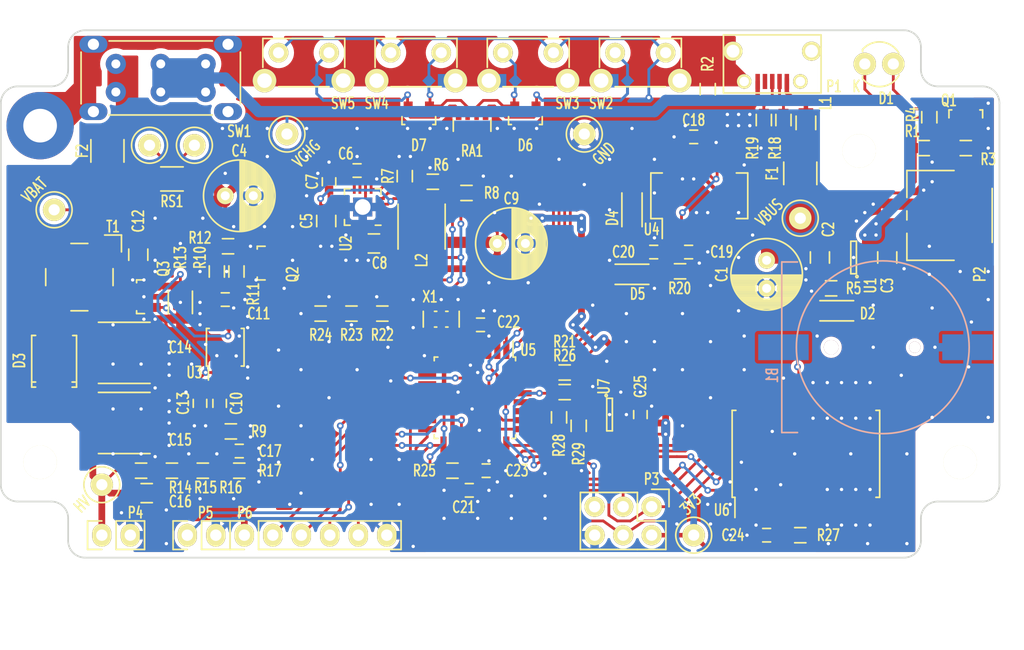
<source format=kicad_pcb>
(kicad_pcb (version 20221018) (generator pcbnew)
  (title_block (title "Divergence Meter Control Board") (date "2017-02-19") (rev "0.20161231") (company "q61.org") (comment 4 "License: CC BY-SA 4.0 International"))
  (layers (0 "F.Cu" signal) (31 "B.Cu" signal) (34 "B.Paste" user) (35 "F.Paste" user) (36 "B.SilkS" user "B.Silkscreen") (37 "F.SilkS" user "F.Silkscreen") (38 "B.Mask" user) (39 "F.Mask" user) (44 "Edge.Cuts" user))
  (net 0 "")
  (net 1 "Net-(B1-Pad1)")
  (net 2 "GND")
  (net 3 "/VBUS")
  (net 4 "/VCHG")
  (net 5 "/VBAT")
  (net 6 "Net-(C6-Pad1)")
  (net 7 "Net-(C6-Pad2)")
  (net 8 "Net-(C7-Pad1)")
  (net 9 "+3V3")
  (net 10 "Net-(C10-Pad1)")
  (net 11 "Net-(C10-Pad2)")
  (net 12 "Net-(C11-Pad1)")
  (net 13 "/ISEN")
  (net 14 "HT")
  (net 15 "/FB")
  (net 16 "Net-(C19-Pad1)")
  (net 17 "/AVR_RST")
  (net 18 "Net-(C20-Pad2)")
  (net 19 "/OPTO")
  (net 20 "Net-(C23-Pad1)")
  (net 21 "Net-(D1-Pad1)")
  (net 22 "Net-(D1-Pad2)")
  (net 23 "/CHG_STAT")
  (net 24 "Net-(D3-Pad2)")
  (net 25 "Net-(D4-Pad1)")
  (net 26 "/FT->AVR")
  (net 27 "/FT<-AVR")
  (net 28 "Net-(D5-Pad2)")
  (net 29 "Net-(D6-Pad1)")
  (net 30 "Net-(D6-Pad2)")
  (net 31 "Net-(D7-Pad1)")
  (net 32 "Net-(D7-Pad2)")
  (net 33 "Net-(F1-Pad1)")
  (net 34 "Net-(F2-Pad1)")
  (net 35 "/CHASSIS")
  (net 36 "Net-(L2-Pad1)")
  (net 37 "Net-(P1-Pad2)")
  (net 38 "Net-(P1-Pad3)")
  (net 39 "Net-(P1-Pad4)")
  (net 40 "/MISO")
  (net 41 "/SCK")
  (net 42 "/MOSI")
  (net 43 "/APWM")
  (net 44 "/RCLK")
  (net 45 "/CHG_LED")
  (net 46 "/PG")
  (net 47 "Net-(Q2-Pad3)")
  (net 48 "Net-(Q3-Pad1)")
  (net 49 "Net-(Q3-Pad3)")
  (net 50 "Net-(R5-Pad1)")
  (net 51 "Net-(R6-Pad2)")
  (net 52 "Net-(R11-Pad1)")
  (net 53 "Net-(R14-Pad2)")
  (net 54 "Net-(R15-Pad2)")
  (net 55 "Net-(R18-Pad2)")
  (net 56 "Net-(R19-Pad2)")
  (net 57 "Net-(R22-Pad2)")
  (net 58 "Net-(R23-Pad2)")
  (net 59 "/SQW")
  (net 60 "/SCL")
  (net 61 "/SDA")
  (net 62 "/SW0")
  (net 63 "/SW2")
  (net 64 "/SW1")
  (net 65 "/SW3")
  (net 66 "Net-(U4-Pad2)")
  (net 67 "Net-(U4-Pad5)")
  (net 68 "Net-(U4-Pad7)")
  (net 69 "Net-(U4-Pad8)")
  (net 70 "Net-(U4-Pad9)")
  (net 71 "Net-(U4-Pad10)")
  (net 72 "Net-(U4-Pad17)")
  (net 73 "Net-(U4-Pad18)")
  (net 74 "Net-(U4-Pad19)")
  (net 75 "Net-(U5-Pad7)")
  (net 76 "Net-(U5-Pad8)")
  (net 77 "/DS_SS")
  (net 78 "Net-(U6-Pad3)")
  (net 79 "Net-(U6-Pad6)")
  (net 80 "Net-(L1-Pad1)")
  (net 81 "Net-(F2-Pad2)")
  (net 82 "Net-(U5-Pad10)")
  (net 83 "Net-(U5-Pad11)")
  (footprint "Capacitors_ThroughHole:C_Radial_D6.3_L11.2_P2.5" (layer "F.Cu") (at 114.75 82 -90)
    (fp_text reference "C1")
    (fp_text value "47u")
  )
  (footprint "Capacitors_SMD:C_0805" (layer "F.Cu") (at 119.5 81.75 -90)
    (fp_text reference "C2")
    (fp_text value "4.7u")
  )
  (footprint "Capacitors_SMD:C_0805" (layer "F.Cu") (at 125.5 81.75 -90)
    (fp_text reference "C3")
    (fp_text value "4.7u")
  )
  (footprint "Capacitors_ThroughHole:C_Radial_D6.3_L11.2_P2.5" (layer "F.Cu") (at 66.5 76.25)
    (fp_text reference "C4")
    (fp_text value "47u")
  )
  (footprint "Capacitors_SMD:C_0805" (layer "F.Cu") (at 75.5 78.5 -90)
    (fp_text reference "C5")
    (fp_text value "22u")
  )
  (footprint "Capacitors_SMD:C_0603" (layer "F.Cu") (at 78.25 74)
    (fp_text reference "C6")
    (fp_text value "0.01u")
  )
  (footprint "Capacitors_SMD:C_0603" (layer "F.Cu") (at 75.75 75 90)
    (fp_text reference "C7")
    (fp_text value "0.01u")
  )
  (footprint "Capacitors_SMD:C_0805" (layer "F.Cu") (at 79.75 80.5 180)
    (fp_text reference "C8")
    (fp_text value "22u")
  )
  (footprint "Capacitors_ThroughHole:C_Radial_D6.3_L11.2_P2.5" (layer "F.Cu") (at 90.75 80.5)
    (fp_text reference "C9")
    (fp_text value "47u")
  )
  (footprint "Capacitors_SMD:C_0603" (layer "F.Cu") (at 66 94.75 -90)
    (fp_text reference "C10")
    (fp_text value "0.1u")
  )
  (footprint "Capacitors_SMD:C_0603" (layer "F.Cu") (at 66.5 85.5)
    (fp_text reference "C11")
    (fp_text value "0.1u")
  )
  (footprint "Capacitors_SMD:C_0805" (layer "F.Cu") (at 58.75 81.5 -90)
    (fp_text reference "C12")
    (fp_text value "22u")
  )
  (footprint "Capacitors_SMD:C_0603" (layer "F.Cu") (at 64.25 94.75 -90)
    (fp_text reference "C13")
    (fp_text value "0.01u")
  )
  (footprint "Capacitors_SMD:C_2220" (layer "F.Cu") (at 57.5 90.25)
    (fp_text reference "C14")
    (fp_text value "1u")
  )
  (footprint "Capacitors_SMD:C_2220" (layer "F.Cu") (at 57.5 96.5)
    (fp_text reference "C15")
    (fp_text value "1u")
  )
  (footprint "Capacitors_SMD:C_0805" (layer "F.Cu") (at 59.5 102.75)
    (fp_text reference "C16")
    (fp_text value "100p")
  )
  (footprint "Capacitors_SMD:C_0603" (layer "F.Cu") (at 67.75 99)
    (fp_text reference "C17")
    (fp_text value "0.01u")
  )
  (footprint "Capacitors_SMD:C_0603" (layer "F.Cu") (at 108.25 71 180)
    (fp_text reference "C18")
    (fp_text value "0.1u")
  )
  (footprint "Capacitors_SMD:C_0603" (layer "F.Cu") (at 107.7975 81.2665)
    (fp_text reference "C19")
    (fp_text value "0.1u")
  )
  (footprint "Capacitors_SMD:C_0603" (layer "F.Cu") (at 104.686 81.2665)
    (fp_text reference "C20")
    (fp_text value "0.1u")
  )
  (footprint "Capacitors_SMD:C_0603" (layer "F.Cu") (at 88.25 102.5)
    (fp_text reference "C21")
    (fp_text value "1u")
  )
  (footprint "Capacitors_SMD:C_0603" (layer "F.Cu") (at 89.25 87.75)
    (fp_text reference "C22")
    (fp_text value "0.1u")
  )
  (footprint "Capacitors_SMD:C_0603" (layer "F.Cu") (at 89.75 100.75)
    (fp_text reference "C23")
    (fp_text value "0.1u")
  )
  (footprint "Capacitors_SMD:C_0603" (layer "F.Cu") (at 114.75 106.5 180)
    (fp_text reference "C24")
    (fp_text value "0.1u")
  )
  (footprint "Capacitors_SMD:C_0603" (layer "F.Cu") (at 103.5 95.75 -90)
    (fp_text reference "C25")
    (fp_text value "0.1u")
  )
  (footprint "LEDs:LED-3MM" (layer "F.Cu") (at 123.5 64.5)
    (fp_text reference "D1")
    (fp_text value "CHG")
  )
  (footprint "Diodes_SMD:SOD-123" (layer "F.Cu") (at 120.5 86.5 180)
    (fp_text reference "D2")
    (fp_text value "D_Small")
  )
  (footprint "Diodes_SMD:SMB_Standard" (layer "F.Cu") (at 51.25 91 90)
    (fp_text reference "D3")
    (fp_text value "STPS4S200")
  )
  (footprint "Diodes_SMD:SOD-123" (layer "F.Cu") (at 102.75 78 -90)
    (fp_text reference "D4")
    (fp_text value "D_Small")
  )
  (footprint "Diodes_SMD:SOD-123" (layer "F.Cu") (at 103.25 83.25)
    (fp_text reference "D5")
    (fp_text value "D_Small")
  )
  (footprint "TO_SOT_Packages_SMD:SOT-23" (layer "F.Cu") (at 93.25 69.25 180)
    (fp_text reference "D6")
    (fp_text value "MMBZ9V1ALT1G")
  )
  (footprint "TO_SOT_Packages_SMD:SOT-23" (layer "F.Cu") (at 83.75 69.25 180)
    (fp_text reference "D7")
    (fp_text value "MMBZ9V1ALT1G")
  )
  (footprint "Resistors_SMD:R_1210" (layer "F.Cu") (at 117.75 74.25 -90)
    (fp_text reference "F1")
    (fp_text value "1.1A")
  )
  (footprint "Resistors_SMD:R_1210" (layer "F.Cu") (at 56 72.25 -90)
    (fp_text reference "F2")
    (fp_text value "1.1A")
  )
  (footprint "Resistors_SMD:R_0805" (layer "F.Cu") (at 118.25 69.75 -90)
    (fp_text reference "L1")
    (fp_text value "Ferrite")
  )
  (footprint "Inductors:Inductor_Taiyo-Yuden_NR-40xx" (layer "F.Cu") (at 84 79 -90)
    (fp_text reference "L2")
    (fp_text value "1uH")
  )
  (footprint "Connect:USB_Micro-B" (layer "F.Cu") (at 115.25 64.5 180)
    (fp_text reference "P1")
    (fp_text value "USB_OTG")
  )
  (footprint "q61:Conn_S2B-PH-SM4-TB" (layer "F.Cu") (at 127.25 78 -90)
    (fp_text reference "P2")
    (fp_text value "LiPo")
  )
  (footprint "Pin_Headers:Pin_Header_Straight_2x03" (layer "F.Cu") (at 104.5 106.5 -90)
    (fp_text reference "P3")
    (fp_text value "ISP")
  )
  (footprint "Pin_Headers:Pin_Header_Straight_1x02" (layer "F.Cu") (at 55.5 106.5 90)
    (fp_text reference "P4")
    (fp_text value "HV")
  )
  (footprint "Pin_Headers:Pin_Header_Straight_1x02" (layer "F.Cu") (at 63.12 106.5 90)
    (fp_text reference "P5")
    (fp_text value "OPTO")
  )
  (footprint "Pin_Headers:Pin_Header_Straight_1x06" (layer "F.Cu") (at 68.2 106.5 90)
    (fp_text reference "P6")
    (fp_text value "DATA")
  )
  (footprint "TO_SOT_Packages_SMD:SOT-23" (layer "F.Cu") (at 132.5 69.25)
    (fp_text reference "Q1")
    (fp_text value "2N7002")
  )
  (footprint "TO_SOT_Packages_SMD:SOT-23" (layer "F.Cu") (at 70 82.25 90)
    (fp_text reference "Q2")
    (fp_text value "2N7002")
  )
  (footprint "TO_SOT_Packages_SMD:SOT-23" (layer "F.Cu") (at 59.25 85.25 90)
    (fp_text reference "Q3")
    (fp_text value "RSR030N06TL")
  )
  (footprint "Resistors_SMD:R_0603" (layer "F.Cu") (at 128.75 72)
    (fp_text reference "R1")
    (fp_text value "1M")
  )
  (footprint "Resistors_SMD:R_0603" (layer "F.Cu") (at 109.5 66.75 -90)
    (fp_text reference "R2")
    (fp_text value "1M")
  )
  (footprint "Resistors_SMD:R_0603" (layer "F.Cu") (at 132.5 72)
    (fp_text reference "R3")
    (fp_text value "470k")
  )
  (footprint "Resistors_SMD:R_0603" (layer "F.Cu") (at 129.25 69.25 90)
    (fp_text reference "R4")
    (fp_text value "1k")
  )
  (footprint "Resistors_SMD:R_0603" (layer "F.Cu") (at 120.5 84.5 180)
    (fp_text reference "R5")
    (fp_text value "2k")
  )
  (footprint "Resistors_SMD:R_0603" (layer "F.Cu") (at 85 75 180)
    (fp_text reference "R6")
    (fp_text value "470k")
  )
  (footprint "Resistors_SMD:R_0603" (layer "F.Cu") (at 82.5 74.5 90)
    (fp_text reference "R7")
    (fp_text value "150k")
  )
  (footprint "Resistors_SMD:R_0603" (layer "F.Cu") (at 88 76 180)
    (fp_text reference "R8")
    (fp_text value "100k")
  )
  (footprint "Resistors_SMD:R_0603" (layer "F.Cu") (at 67 97.25)
    (fp_text reference "R9")
    (fp_text value "1k")
  )
  (footprint "Resistors_SMD:R_0603" (layer "F.Cu") (at 65.75 83 -90)
    (fp_text reference "R10")
    (fp_text value "20")
  )
  (footprint "Resistors_SMD:R_0603" (layer "F.Cu") (at 67.5 83 90)
    (fp_text reference "R11")
    (fp_text value "150k")
  )
  (footprint "Resistors_SMD:R_0603" (layer "F.Cu") (at 66.75 80.75 180)
    (fp_text reference "R12")
    (fp_text value "10k")
  )
  (footprint "Resistors_SMD:R_1206" (layer "F.Cu") (at 62.5 85.75 -90)
    (fp_text reference "R13")
    (fp_text value "0.1")
  )
  (footprint "Resistors_SMD:R_0603" (layer "F.Cu") (at 59 100.75)
    (fp_text reference "R14")
    (fp_text value "24k")
  )
  (footprint "Resistors_SMD:R_0603" (layer "F.Cu") (at 61.75 100.75)
    (fp_text reference "R15")
    (fp_text value "820k")
  )
  (footprint "Resistors_SMD:R_0603" (layer "F.Cu") (at 64.5 100.75)
    (fp_text reference "R16")
    (fp_text value "1M")
  )
  (footprint "Resistors_SMD:R_0603" (layer "F.Cu") (at 67.75 100.75)
    (fp_text reference "R17")
    (fp_text value "13k")
  )
  (footprint "Resistors_SMD:R_0603" (layer "F.Cu") (at 116.25 69.5 -90)
    (fp_text reference "R18")
    (fp_text value "27")
  )
  (footprint "Resistors_SMD:R_0603" (layer "F.Cu") (at 114.5 69.5 -90)
    (fp_text reference "R19")
    (fp_text value "27")
  )
  (footprint "Resistors_SMD:R_0603" (layer "F.Cu") (at 107.0355 82.981)
    (fp_text reference "R20")
    (fp_text value "1k")
  )
  (footprint "Resistors_SMD:R_0603" (layer "F.Cu") (at 96.75 92 180)
    (fp_text reference "R21")
    (fp_text value "1k")
  )
  (footprint "Resistors_SMD:R_0603" (layer "F.Cu") (at 80.5 86.75 180)
    (fp_text reference "R22")
    (fp_text value "100k")
  )
  (footprint "Resistors_SMD:R_0603" (layer "F.Cu") (at 77.75 86.75 180)
    (fp_text reference "R23")
    (fp_text value "100k")
  )
  (footprint "Resistors_SMD:R_0603" (layer "F.Cu") (at 75 86.75 180)
    (fp_text reference "R24")
    (fp_text value "100k")
  )
  (footprint "Resistors_SMD:R_0603" (layer "F.Cu") (at 86.75 100.75)
    (fp_text reference "R25")
    (fp_text value "47k")
  )
  (footprint "Resistors_SMD:R_0603" (layer "F.Cu") (at 96.75 93.75 180)
    (fp_text reference "R26")
    (fp_text value "10k")
  )
  (footprint "Resistors_SMD:R_0603" (layer "F.Cu") (at 117.75 106.5)
    (fp_text reference "R27")
    (fp_text value "4.7k")
  )
  (footprint "Resistors_SMD:R_0603" (layer "F.Cu") (at 96.25 96 90)
    (fp_text reference "R28")
    (fp_text value "4.7k")
  )
  (footprint "Resistors_SMD:R_0603" (layer "F.Cu") (at 98 96.75 90)
    (fp_text reference "R29")
    (fp_text value "4.7k")
  )
  (footprint "Resistors_SMD:R_Array_Convex_4x0603" (layer "F.Cu") (at 88.5 70 -90)
    (fp_text reference "RA1")
    (fp_text value "100")
  )
  (footprint "Connect:PINHEAD1-3" (layer "F.Cu") (at 60.75 65.75)
    (fp_text reference "SW1")
    (fp_text value "PWR")
  )
  (footprint "Buttons_Switches_ThroughHole:SW_Tactile_SPST_Angled" (layer "F.Cu") (at 101.25 63.5)
    (fp_text reference "SW2")
    (fp_text value "Push")
  )
  (footprint "Buttons_Switches_ThroughHole:SW_Tactile_SPST_Angled" (layer "F.Cu") (at 91.25 63.5)
    (fp_text reference "SW3")
    (fp_text value "Push")
  )
  (footprint "Buttons_Switches_ThroughHole:SW_Tactile_SPST_Angled" (layer "F.Cu") (at 81.25 63.5)
    (fp_text reference "SW4")
    (fp_text value "Push")
  )
  (footprint "Buttons_Switches_ThroughHole:SW_Tactile_SPST_Angled" (layer "F.Cu") (at 71.25 63.5)
    (fp_text reference "SW5")
    (fp_text value "Push")
  )
  (footprint "Transformer_LPR6235" (layer "F.Cu") (at 53.5 83.5 180)
    (fp_text reference "T1")
    (fp_text value "LPR6235")
  )
  (footprint "q61:Test_1" (layer "F.Cu") (at 117.75 78.25)
    (fp_text reference "TP1" hide)
    (fp_text value "VBUS")
  )
  (footprint "q61:Test_1" (layer "F.Cu") (at 72 70.75)
    (fp_text reference "TP2" hide)
    (fp_text value "VCHG")
  )
  (footprint "q61:Test_1" (layer "F.Cu") (at 51.25 77.5)
    (fp_text reference "TP3" hide)
    (fp_text value "VBAT")
  )
  (footprint "q61:Test_1" (layer "F.Cu") (at 108.25 106.5)
    (fp_text reference "TP4" hide)
    (fp_text value "3.3V")
  )
  (footprint "q61:Test_1" (layer "F.Cu") (at 98.5 70.75)
    (fp_text reference "TP5" hide)
    (fp_text value "GND")
  )
  (footprint "Test_1" (layer "F.Cu") (at 55.5 102)
    (fp_text reference "TP6" hide)
    (fp_text value "170V")
  )
  (footprint "TO_SOT_Packages_SMD:SOT-23-5" (layer "F.Cu") (at 122.5 81.75 180)
    (fp_text reference "U1")
    (fp_text value "MCP73831")
  )
  (footprint "Housings_DFN_QFN:QFN-16-1EP_3x3mm_Pitch0.5mm" (layer "F.Cu") (at 78.75 77.25 180)
    (fp_text reference "U2")
    (fp_text value "TLV62090")
  )
  (footprint "Housings_SSOP:MSOP-8_3x3mm_Pitch0.65mm" (layer "F.Cu") (at 66.5 89.75 90)
    (fp_text reference "U3")
    (fp_text value "LM3478")
  )
  (footprint "q61:SSOP-20_4.0x8.5mm_Pitch0.635mm" (layer "F.Cu") (at 108.75 76.25 90)
    (fp_text reference "U4")
    (fp_text value "FT231XS")
  )
  (footprint "Housings_QFP:TQFP-32_7x7mm_Pitch0.8mm" (layer "F.Cu") (at 88.75 94.25 -90)
    (fp_text reference "U5")
    (fp_text value "ATMEGA328P-A")
  )
  (footprint "Housings_SOIC:SOIC-20W_7.5x12.8mm_Pitch1.27mm" (layer "F.Cu") (at 118.25 99.25 90)
    (fp_text reference "U6")
    (fp_text value "DS3234")
  )
  (footprint "TO_SOT_Packages_SMD:SOT-23-5" (layer "F.Cu") (at 100.75 95.75)
    (fp_text reference "U7")
    (fp_text value "24AA01T-I/OT")
  )
  (footprint "q61:Ceralock_CSTCE-G" (layer "F.Cu") (at 85.75 87.25)
    (fp_text reference "X1")
    (fp_text value "8MHz")
  )
  (footprint "Mounting_Holes:MountingHole_3mm" (layer "F.Cu") (at 50 100)
    (fp_text reference "REF**" hide)
    (fp_text value "MountingHole_3mm" hide)
  )
  (footprint "Mounting_Holes:MountingHole_3mm" (layer "F.Cu") (at 50 70)
    (fp_text reference "REF**" hide)
    (fp_text value "MountingHole_3mm" hide)
  )
  (footprint "Mounting_Holes:MountingHole_3mm" (layer "F.Cu") (at 132 100)
    (fp_text reference "REF**" hide)
    (fp_text value "MountingHole_3mm" hide)
  )
  (footprint "Mounting_Holes:MountingHole_3mm" (layer "F.Cu") (at 123 72.25)
    (fp_text reference "REF**" hide)
    (fp_text value "MountingHole_3mm" hide)
  )
  (footprint "Resistors_SMD:R_1206" (layer "F.Cu") (at 61.75 74.75)
    (fp_text reference "RS1")
    (fp_text value "0.01")
  )
  (footprint "q61:Test_1" (layer "F.Cu") (at 59.75 71.75)
    (fp_text reference "TP7" hide)
    (fp_text value "RS1A")
  )
  (footprint "q61:Test_1" (layer "F.Cu") (at 63.75 71.75)
    (fp_text reference "TP8" hide)
    (fp_text value "RS1B")
  )
  (footprint "q61:Battery_CR1220" (layer "B.Cu") (at 120.5 89.75 90)
    (fp_text reference "B1")
    (fp_text value "Battery")
  )
  (footprint "q61:SparkGap_0.2mm" (layer "B.Cu") (at 101.75 66 180)
    (fp_text reference "G1" hide)
    (fp_text value "Jumper_NO_Small")
  )
  (footprint "q61:SparkGap_0.2mm" (layer "B.Cu") (at 91.75 66 180)
    (fp_text reference "G2" hide)
    (fp_text value "Jumper_NO_Small")
  )
  (footprint "q61:SparkGap_0.2mm" (layer "B.Cu") (at 85.25 66)
    (fp_text reference "G3" hide)
    (fp_text value "Jumper_NO_Small")
  )
  (footprint "q61:SparkGap_0.2mm" (layer "B.Cu") (at 75.25 66)
    (fp_text reference "G4" hide)
    (fp_text value "Jumper_NO_Small")
  )
  (gr_arc (start 51 103.5) (mid 52.06066 103.93934) (end 52.5 105) (stroke (width 0.15)) (layer "Edge.Cuts"))
  (gr_line (start 46.5 68) (end 46.5 102) (stroke (width 0.15)) (layer "Edge.Cuts"))
  (gr_arc (start 46.5 68) (mid 46.93934 66.93934) (end 48 66.5) (stroke (width 0.15)) (layer "Edge.Cuts"))
  (gr_line (start 54 108.5) (end 127 108.5) (stroke (width 0.15)) (layer "Edge.Cuts"))
  (gr_arc (start 130 66.5) (mid 128.93934 66.06066) (end 128.5 65) (stroke (width 0.15)) (layer "Edge.Cuts"))
  (gr_arc (start 128.5 105) (mid 128.93934 103.93934) (end 130 103.5) (stroke (width 0.15)) (layer "Edge.Cuts"))
  (gr_arc (start 54 108.5) (mid 52.93934 108.06066) (end 52.5 107) (stroke (width 0.15)) (layer "Edge.Cuts"))
  (gr_arc (start 127 61.5) (mid 128.06066 61.93934) (end 128.5 63) (stroke (width 0.15)) (layer "Edge.Cuts"))
  (gr_arc (start 128.5 107) (mid 128.06066 108.06066) (end 127 108.5) (stroke (width 0.15)) (layer "Edge.Cuts"))
  (gr_line (start 51 66.5) (end 48 66.5) (stroke (width 0.15)) (layer "Edge.Cuts"))
  (gr_line (start 135.5 102) (end 135.5 68) (stroke (width 0.15)) (layer "Edge.Cuts"))
  (gr_arc (start 52.5 65) (mid 52.06066 66.06066) (end 51 66.5) (stroke (width 0.15)) (layer "Edge.Cuts"))
  (gr_line (start 52.5 65) (end 52.5 63) (stroke (width 0.15)) (layer "Edge.Cuts"))
  (gr_arc (start 135.5 102) (mid 135.06066 103.06066) (end 134 103.5) (stroke (width 0.15)) (layer "Edge.Cuts"))
  (gr_line (start 48 103.5) (end 51 103.5) (stroke (width 0.15)) (layer "Edge.Cuts"))
  (gr_arc (start 52.5 63) (mid 52.93934 61.93934) (end 54 61.5) (stroke (width 0.15)) (layer "Edge.Cuts"))
  (gr_line (start 128.5 65) (end 128.5 63) (stroke (width 0.15)) (layer "Edge.Cuts"))
  (gr_arc (start 48 103.5) (mid 46.93934 103.06066) (end 46.5 102) (stroke (width 0.15)) (layer "Edge.Cuts"))
  (gr_line (start 128.5 107) (end 128.5 105) (stroke (width 0.15)) (layer "Edge.Cuts"))
  (gr_line (start 127 61.5) (end 54 61.5) (stroke (width 0.15)) (layer "Edge.Cuts"))
  (gr_line (start 130 103.5) (end 134 103.5) (stroke (width 0.15)) (layer "Edge.Cuts"))
  (gr_line (start 134 66.5) (end 130 66.5) (stroke (width 0.15)) (layer "Edge.Cuts"))
  (gr_line (start 52.5 105) (end 52.5 107) (stroke (width 0.15)) (layer "Edge.Cuts"))
  (gr_arc (start 134 66.5) (mid 135.06066 66.93934) (end 135.5 68) (stroke (width 0.15)) (layer "Edge.Cuts"))
  (gr_text "GND" (at 100.25 72.5 45) (layer "F.SilkS") (effects (font (size 1 0.7))))
  (gr_text "VBUS" (at 115 77.75 45) (layer "F.SilkS") (effects (font (size 1 0.7))))
  (gr_text "VBAT" (at 49.5 75.75 45) (layer "F.SilkS") (effects (font (size 1 0.7))))
  (gr_text "3V3" (at 108 103.75 45) (layer "F.SilkS") (effects (font (size 1 0.7))))
  (gr_text "HV" (at 53.75 103.75 45) (layer "F.SilkS") (effects (font (size 1 0.7))))
  (gr_text "VCHG" (at 73.75 72.5 45) (layer "F.SilkS") (effects (font (size 1 0.7))))
  (segment (start 117.615 91.615) (end 117.5 91.5) (width 0.25) (layer "F.Cu") (net 1))
  (segment (start 117.615 94.55) (end 117.615 91.615) (width 0.25) (layer "F.Cu") (net 1))
  (via (at 117.5 91.5) (size 0.6) (drill 0.3) (layers "F.Cu" "B.Cu") (net 1))
  (segment (start 117.5 91.5) (end 117.5 91) (width 0.25) (layer "B.Cu") (net 1))
  (segment (start 117.5 91) (end 117.5 90.5) (width 0.25) (layer "B.Cu") (net 1))
  (segment (start 117.5 90.5) (end 117 90.5) (width 0.25) (layer "B.Cu") (net 1))
  (segment (start 117 90.5) (end 116.25 89.75) (width 0.25) (layer "B.Cu") (net 1))
  (segment (start 79 77) (end 78.75 77.25) (width 0.25) (layer "F.Cu") (net 2))
  (segment (start 78.5 77.5) (end 78.75 77.25) (width 0.25) (layer "F.Cu") (net 2))
  (segment (start 79 77.5) (end 78.75 77.25) (width 0.25) (layer "F.Cu") (net 2))
  (segment (start 79 80.25) (end 78.75 80.5) (width 0.25) (layer "F.Cu") (net 2))
  (segment (start 78.5 80.25) (end 78.75 80.5) (width 0.25) (layer "F.Cu") (net 2))
  (segment (start 101.5 95.75) (end 101.85 95.4) (width 0.25) (layer "F.Cu") (net 2))
  (segment (start 101.85 95.4) (end 101.85 94.8) (width 0.25) (layer "F.Cu") (net 2))
  (segment (start 67.475 86.475) (end 67.25 86.25) (width 0.4) (layer "F.Cu") (net 2))
  (segment (start 67.25 86.25) (end 67.25 85.5) (width 0.4) (layer "F.Cu") (net 2))
  (segment (start 67.475 88.375) (end 67.7 88.6) (width 0.4) (layer "F.Cu") (net 2))
  (segment (start 67.7 88.6) (end 67.7 90.3) (width 0.4) (layer "F.Cu") (net 2))
  (segment (start 67.7 90.3) (end 67.475 90.525) (width 0.4) (layer "F.Cu") (net 2))
  (segment (start 67.475 90.525) (end 67.475 91.95) (width 0.4) (layer "F.Cu") (net 2))
  (segment (start 67.475 92.775) (end 67.9 93.2) (width 0.4) (layer "F.Cu") (net 2))
  (segment (start 89.95 87.8) (end 90 87.75) (width 0.4) (layer "F.Cu") (net 2))
  (segment (start 89.15 99.4) (end 89.75 100) (width 0.4) (layer "F.Cu") (net 2))
  (segment (start 89.75 100) (end 90.25 100) (width 0.4) (layer "F.Cu") (net 2))
  (segment (start 90.25 100) (end 90.5 100.25) (width 0.4) (layer "F.Cu") (net 2))
  (segment (start 90.5 100.25) (end 90.5 100.75) (width 0.4) (layer "F.Cu") (net 2))
  (segment (start 89.15 97.15) (end 88.75 96.75) (width 0.4) (layer "F.Cu") (net 2))
  (segment (start 88.35 91.35) (end 89 92) (width 0.4) (layer "F.Cu") (net 2))
  (segment (start 108.4325 71.9325) (end 108.25 71.75) (width 0.35) (layer "F.Cu") (net 2))
  (segment (start 108.25 71.75) (end 107.5 71.75) (width 0.35) (layer "F.Cu") (net 2))
  (segment (start 107.5 71.75) (end 107.5 71) (width 0.35) (layer "F.Cu") (net 2))
  (segment (start 108.4325 76.1825) (end 109.0675 76.8175) (width 0.35) (layer "F.Cu") (net 2))
  (segment (start 109.0675 76.8175) (end 109.0675 79.298) (width 0.35) (layer "F.Cu") (net 2))
  (segment (start 109.0675 80.4325) (end 109 80.5) (width 0.35) (layer "F.Cu") (net 2))
  (segment (start 109 80.5) (end 108.75 80.5) (width 0.35) (layer "F.Cu") (net 2))
  (segment (start 108.75 80.5) (end 108.5475 80.7025) (width 0.35) (layer "F.Cu") (net 2))
  (segment (start 108.5475 80.7025) (end 108.5475 81.2665) (width 0.35) (layer "F.Cu") (net 2))
  (segment (start 72.25 68.25) (end 75.75 71.75) (width 0.25) (layer "F.Cu") (net 2))
  (segment (start 75.75 71.75) (end 75.75 74.25) (width 0.25) (layer "F.Cu") (net 2))
  (segment (start 113.9509 67.7991) (end 113.25 68.5) (width 0.4) (layer "F.Cu") (net 2))
  (segment (start 113.25 68.5) (end 109.5 68.5) (width 0.4) (layer "F.Cu") (net 2))
  (segment (start 109.5 68.5) (end 109.5 67.5) (width 0.4) (layer "F.Cu") (net 2))
  (segment (start 104.25 67.5) (end 104.25 71) (width 0.25) (layer "F.Cu") (net 2))
  (segment (start 104.25 71) (end 107.5 71) (width 0.25) (layer "F.Cu") (net 2))
  (segment (start 134.5 70.25) (end 134.5 68) (width 0.25) (layer "F.Cu") (net 2))
  (segment (start 129.25 83.25) (end 129.25 80.75) (width 0.25) (layer "F.Cu") (net 2))
  (segment (start 119.75 83) (end 119.5 82.75) (width 0.4) (layer "F.Cu") (net 2))
  (segment (start 121.425 101.79) (end 121.425 102.425) (width 0.25) (layer "F.Cu") (net 2))
  (segment (start 115.575 102.425) (end 116 102) (width 0.25) (layer "F.Cu") (net 2))
  (segment (start 109.5 103.75) (end 111.5 103.75) (width 0.25) (layer "F.Cu") (net 2))
  (segment (start 111.5 106.5) (end 110.75 106.5) (width 0.25) (layer "F.Cu") (net 2))
  (segment (start 110.75 106.5) (end 109.75 105.5) (width 0.25) (layer "F.Cu") (net 2))
  (segment (start 108.5 103.75) (end 106.75 105.5) (width 0.25) (layer "F.Cu") (net 2))
  (segment (start 113.9509 67.7991) (end 113.25 68.5) (width 0.25) (layer "F.Cu") (net 2))
  (segment (start 113.25 68.5) (end 113.25 69) (width 0.25) (layer "F.Cu") (net 2))
  (segment (start 113.25 70) (end 112.25 70) (width 0.25) (layer "F.Cu") (net 2))
  (segment (start 112.25 69) (end 111.25 69) (width 0.25) (layer "F.Cu") (net 2))
  (segment (start 118.885 89.115) (end 119.25 88.75) (width 0.25) (layer "F.Cu") (net 2))
  (segment (start 112.75 91.75) (end 115.5 91.75) (width 0.25) (layer "F.Cu") (net 2))
  (segment (start 115.5 91.75) (end 116.25 92.5) (width 0.25) (layer "F.Cu") (net 2))
  (segment (start 73.25 96.75) (end 75.75 94.25) (width 0.25) (layer "F.Cu") (net 2))
  (segment (start 75.75 89.25) (end 78.25 91.75) (width 0.25) (layer "F.Cu") (net 2))
  (segment (start 77.75 91.25) (end 77.75 87.75) (width 0.25) (layer "F.Cu") (net 2))
  (segment (start 74.25 85.25) (end 75.75 85.25) (width 0.25) (layer "F.Cu") (net 2))
  (segment (start 80 85.25) (end 80.5 85.75) (width 0.25) (layer "F.Cu") (net 2))
  (segment (start 80.5 85.75) (end 80.5 87.5) (width 0.25) (layer "F.Cu") (net 2))
  (segment (start 80.5 87.5) (end 81 88) (width 0.25) (layer "F.Cu") (net 2))
  (segment (start 83.25 88) (end 83.25 89.5) (width 0.25) (layer "F.Cu") (net 2))
  (segment (start 83.25 89.5) (end 84.25 90.5) (width 0.25) (layer "F.Cu") (net 2))
  (segment (start 90 89.95) (end 90 88.75) (width 0.25) (layer "F.Cu") (net 2))
  (segment (start 90 87) (end 89.5 86.5) (width 0.25) (layer "F.Cu") (net 2))
  (segment (start 88.5 95.25) (end 87.25 94) (width 0.25) (layer "F.Cu") (net 2))
  (segment (start 87.25 94) (end 87.25 93.75) (width 0.25) (layer "F.Cu") (net 2))
  (segment (start 80.9 100.85) (end 82 99.75) (width 0.25) (layer "F.Cu") (net 2))
  (segment (start 79.5 99.75) (end 79.5 103.75) (width 0.25) (layer "F.Cu") (net 2))
  (segment (start 89.15 99.4) (end 89.625 99.875) (width 0.25) (layer "F.Cu") (net 2))
  (segment (start 89.625 99.875) (end 90 99.875) (width 0.25) (layer "F.Cu") (net 2))
  (segment (start 86 102.5) (end 86 105) (width 0.25) (layer "F.Cu") (net 2))
  (segment (start 89 105) (end 92 105) (width 0.25) (layer "F.Cu") (net 2))
  (segment (start 95 103) (end 95 101) (width 0.25) (layer "F.Cu") (net 2))
  (segment (start 91.5 86.5) (end 93.5 84) (width 0.25) (layer "F.Cu") (net 2))
  (segment (start 103.3 94.8) (end 101.85 94.8) (width 0.4) (layer "F.Cu") (net 2))
  (segment (start 102.75 95.75) (end 101.25 95.75) (width 0.4) (layer "F.Cu") (net 2))
  (segment (start 101.25 95.75) (end 101.5 95.75) (width 0.25) (layer "F.Cu") (net 2))
  (segment (start 102.75 95.75) (end 102.25 95.75) (width 0.25) (layer "F.Cu") (net 2))
  (segment (start 100.75 95.75) (end 100.75 94.75) (width 0.25) (layer "F.Cu") (net 2))
  (segment (start 101.75 93.75) (end 101.75 92.25) (width 0.25) (layer "F.Cu") (net 2))
  (segment (start 101.75 92.25) (end 100.5 91) (width 0.25) (layer "F.Cu") (net 2))
  (segment (start 132.75 84.75) (end 134.5 83) (width 0.25) (layer "F.Cu") (net 2))
  (segment (start 134.5 96) (end 129.5 96) (width 0.25) (layer "F.Cu") (net 2))
  (segment (start 127.25 107.25) (end 120.25 107.25) (width 0.25) (layer "F.Cu") (net 2))
  (segment (start 112.5 100) (end 115.25 97.25) (width 0.25) (layer "F.Cu") (net 2))
  (segment (start 117.25 99.25) (end 122.25 99.25) (width 0.25) (layer "F.Cu") (net 2))
  (segment (start 129.5 86.25) (end 124.25 86) (width 0.25) (layer "F.Cu") (net 2))
  (segment (start 124.25 89.75) (end 126.75 92.25) (width 0.25) (layer "F.Cu") (net 2))
  (segment (start 109.4835 81.2665) (end 109.5 81.25) (width 0.25) (layer "F.Cu") (net 2))
  (segment (start 108.5475 82.0475) (end 108.75 82.25) (width 0.25) (layer "F.Cu") (net 2))
  (segment (start 109.0675 78.3175) (end 108.5 77.75) (width 0.25) (layer "F.Cu") (net 2))
  (segment (start 108.4325 74.5675) (end 108.25 74.75) (width 0.25) (layer "F.Cu") (net 2))
  (segment (start 107.25 96.75) (end 107.25 91.75) (width 0.25) (layer "F.Cu") (net 2))
  (segment (start 107.25 86.75) (end 104.75 89.25) (width 0.25) (layer "F.Cu") (net 2))
  (segment (start 102.25 86.75) (end 104.5 84.5) (width 0.25) (layer "F.Cu") (net 2))
  (segment (start 104.5 84.5) (end 104.75 84.5) (width 0.25) (layer "F.Cu") (net 2))
  (segment (start 109.75 94.25) (end 109.75 89.25) (width 0.25) (layer "F.Cu") (net 2))
  (segment (start 109.75 84.25) (end 112 86.5) (width 0.25) (layer "F.Cu") (net 2))
  (segment (start 112 86.5) (end 112.25 86.5) (width 0.25) (layer "F.Cu") (net 2))
  (segment (start 112.25 81.75) (end 113.5 80.5) (width 0.25) (layer "F.Cu") (net 2))
  (segment (start 113.5 80.5) (end 113.5 79.75) (width 0.25) (layer "F.Cu") (net 2))
  (segment (start 113.25 73) (end 112.75 73.5) (width 0.25) (layer "F.Cu") (net 2))
  (segment (start 111.25 70.5) (end 110.25 71.5) (width 0.25) (layer "F.Cu") (net 2))
  (segment (start 61.25 107.25) (end 61.25 104.25) (width 0.25) (layer "F.Cu") (net 2))
  (segment (start 64.25 103.25) (end 67.25 103.25) (width 0.25) (layer "F.Cu") (net 2))
  (segment (start 69.5 101.75) (end 69.5 100.75) (width 0.25) (layer "F.Cu") (net 2))
  (segment (start 69.5 99.75) (end 69.5 98.75) (width 0.25) (layer "F.Cu") (net 2))
  (segment (start 68.75 97.75) (end 68.75 96.75) (width 0.25) (layer "F.Cu") (net 2))
  (segment (start 64.25 85.75) (end 64.25 87.75) (width 0.25) (layer "F.Cu") (net 2))
  (segment (start 61.5 92.25) (end 62.5 91.25) (width 0.25) (layer "F.Cu") (net 2))
  (segment (start 62.5 91.25) (end 63.5 91.25) (width 0.25) (layer "F.Cu") (net 2))
  (segment (start 64.75 89.5) (end 65.75 90.5) (width 0.25) (layer "F.Cu") (net 2))
  (segment (start 67.475 88.475) (end 67.75 88.75) (width 0.25) (layer "F.Cu") (net 2))
  (segment (start 61.5 95.5) (end 61.5 94.5) (width 0.25) (layer "F.Cu") (net 2))
  (segment (start 61.5 97.5) (end 61.5 98.5) (width 0.25) (layer "F.Cu") (net 2))
  (segment (start 79 75) (end 79.25 74.75) (width 0.25) (layer "F.Cu") (net 2))
  (segment (start 79.25 74.75) (end 80 74.75) (width 0.25) (layer "F.Cu") (net 2))
  (segment (start 80 74.75) (end 80.5 74.25) (width 0.25) (layer "F.Cu") (net 2))
  (segment (start 92.25178 70.24822) (end 92.25 70.25) (width 0.25) (layer "F.Cu") (net 2))
  (segment (start 94.24822 70.24822) (end 94.25 70.25) (width 0.25) (layer "F.Cu") (net 2))
  (segment (start 96.25 73) (end 100.75 73) (width 0.25) (layer "F.Cu") (net 2))
  (segment (start 100.75 77.5) (end 100.75 82) (width 0.25) (layer "F.Cu") (net 2))
  (segment (start 99.25 83.5) (end 99.25 86) (width 0.25) (layer "F.Cu") (net 2))
  (segment (start 104.75 76) (end 104.75 80) (width 0.25) (layer "F.Cu") (net 2))
  (segment (start 83.75178 70.25) (end 84.75 70.25) (width 0.25) (layer "F.Cu") (net 2))
  (segment (start 83.74822 70.25) (end 82.75 70.25) (width 0.25) (layer "F.Cu") (net 2))
  (segment (start 86.25 70.25) (end 86.25 72) (width 0.25) (layer "F.Cu") (net 2))
  (segment (start 86.25 72) (end 87.25 73) (width 0.25) (layer "F.Cu") (net 2))
  (segment (start 89.5 74.5) (end 92.25 77) (width 0.25) (layer "F.Cu") (net 2))
  (segment (start 92.25 77) (end 94.5 77) (width 0.25) (layer "F.Cu") (net 2))
  (segment (start 82.5 73.25) (end 83 72.75) (width 0.25) (layer "F.Cu") (net 2))
  (segment (start 85.5 73) (end 84.75 73.75) (width 0.25) (layer "F.Cu") (net 2))
  (segment (start 81 73.75) (end 80 74.75) (width 0.25) (layer "F.Cu") (net 2))
  (segment (start 78.25 70.25) (end 78.25 72.75) (width 0.25) (layer "F.Cu") (net 2))
  (segment (start 73.75 72.75) (end 73.75 70.25) (width 0.25) (layer "F.Cu") (net 2))
  (segment (start 73.75 76.25) (end 70.25 72.75) (width 0.25) (layer "F.Cu") (net 2))
  (segment (start 70.25 70.25) (end 66.25 70.25) (width 0.25) (layer "F.Cu") (net 2))
  (segment (start 78.75 81.75) (end 79 82) (width 0.25) (layer "F.Cu") (net 2))
  (segment (start 79 82) (end 79.25 82) (width 0.25) (layer "F.Cu") (net 2))
  (segment (start 78.25 82) (end 77.25 82) (width 0.25) (layer "F.Cu") (net 2))
  (segment (start 75.5 80.25) (end 76 80.75) (width 0.25) (layer "F.Cu") (net 2))
  (segment (start 71.8 81.3) (end 72.5 82) (width 0.25) (layer "F.Cu") (net 2))
  (segment (start 72.5 79) (end 70 79) (width 0.25) (layer "F.Cu") (net 2))
  (segment (start 67.25 79) (end 68.75 80.5) (width 0.25) (layer "F.Cu") (net 2))
  (segment (start 68.75 80.5) (end 68.75 80.75) (width 0.25) (layer "F.Cu") (net 2))
  (segment (start 69.25 83.75) (end 70 84.5) (width 0.25) (layer "F.Cu") (net 2))
  (segment (start 70 84.5) (end 71.75 84.5) (width 0.25) (layer "F.Cu") (net 2))
  (segment (start 71.75 84.5) (end 71.75 84.5) (width 0.25) (layer "F.Cu") (net 2))
  (segment (start 67.95 87.55) (end 68.5 87) (width 0.25) (layer "F.Cu") (net 2))
  (segment (start 68.05 91.95) (end 68.5 91.5) (width 0.25) (layer "F.Cu") (net 2))
  (segment (start 64.25 96.25) (end 64.75 96.75) (width 0.25) (layer "F.Cu") (net 2))
  (segment (start 63.75 96.75) (end 65.75 98.75) (width 0.25) (layer "F.Cu") (net 2))
  (segment (start 65.75 98.75) (end 65.75 99.25) (width 0.25) (layer "F.Cu") (net 2))
  (segment (start 63.25 99.25) (end 63 99.5) (width 0.25) (layer "F.Cu") (net 2))
  (segment (start 63 99.5) (end 60.25 99.5) (width 0.25) (layer "F.Cu") (net 2))
  (segment (start 60.3 93.425) (end 60.25 93.375) (width 0.25) (layer "F.Cu") (net 2))
  (segment (start 64.5 78.25) (end 60.25 78.25) (width 0.25) (layer "F.Cu") (net 2))
  (segment (start 62.5 80.5) (end 61 82) (width 0.25) (layer "F.Cu") (net 2))
  (segment (start 61 82) (end 60.25 82) (width 0.25) (layer "F.Cu") (net 2))
  (segment (start 58.75 83.25) (end 59.25 83.75) (width 0.25) (layer "F.Cu") (net 2))
  (segment (start 59.25 87.25) (end 60.25 87.25) (width 0.25) (layer "F.Cu") (net 2))
  (segment (start 71.25 95) (end 71.25 90) (width 0.25) (layer "F.Cu") (net 2))
  (segment (start 58.75 87.75) (end 56.5 87.75) (width 0.25) (layer "F.Cu") (net 2))
  (segment (start 56.5 99.25) (end 59 99.25) (width 0.25) (layer "F.Cu") (net 2))
  (segment (start 59 95.25) (end 56.5 95.25) (width 0.25) (layer "F.Cu") (net 2))
  (segment (start 56.5 91.25) (end 59 91.25) (width 0.25) (layer "F.Cu") (net 2))
  (segment (start 119.75 83.75) (end 120.5 83.75) (width 0.4) (layer "F.Cu") (net 2))
  (segment (start 119.75 83.75) (end 119 83.75) (width 0.4) (layer "F.Cu") (net 2))
  (segment (start 82.25 106.5) (end 83.25 107.5) (width 0.25) (layer "F.Cu") (net 2))
  (segment (start 113.805 103.95) (end 113.805 102.425) (width 0.25) (layer "F.Cu") (net 2))
  (segment (start 119.75 84.5) (end 118.75 84.75) (width 0.25) (layer "F.Cu") (net 2))
  (segment (start 111.25 70) (end 111.25 70.5) (width 0.25) (layer "F.Cu") (net 2))
  (segment (start 121.425 103.95) (end 121.425 101.79) (width 0.25) (layer "F.Cu") (net 2))
  (segment (start 113.25 70) (end 113.25 73) (width 0.25) (layer "F.Cu") (net 2))
  (segment (start 114 106.5) (end 113 106.5) (width 0.25) (layer "F.Cu") (net 2))
  (segment (start 64.25 83) (end 66.625 83) (width 0.25) (layer "F.Cu") (net 2))
  (segment (start 122.695 94.55) (end 122.695 92.9) (width 0.25) (layer "F.Cu") (net 2))
  (segment (start 73.25 86.75) (end 73.25 91.75) (width 0.25) (layer "F.Cu") (net 2))
  (segment (start 113.805 103.95) (end 113.805 105.6) (width 0.25) (layer "F.Cu") (net 2))
  (segment (start 119.75 84.5) (end 119.75 83.75) (width 0.4) (layer "F.Cu") (net 2))
  (segment (start 67.475 87.55) (end 67.475 86.475) (width 0.4) (layer "F.Cu") (net 2))
  (segment (start 90 87.75) (end 90 87) (width 0.25) (layer "F.Cu") (net 2))
  (segment (start 108.4325 73.202) (end 108.4325 71.9325) (width 0.35) (layer "F.Cu") (net 2))
  (segment (start 104.75 89.25) (end 104.75 91.75) (width 0.25) (layer "F.Cu") (net 2))
  (segment (start 120.155 103.95) (end 120.155 102.425) (width 0.25) (layer "F.Cu") (net 2))
  (segment (start 128.75 77.75) (end 128.75 75.75) (width 0.8) (layer "F.Cu") (net 2))
  (segment (start 119.5 82.75) (end 118.25 82.75) (width 0.25) (layer "F.Cu") (net 2))
  (segment (start 133.25 72) (end 134.5 72) (width 0.25) (layer "F.Cu") (net 2))
  (segment (start 123.6 81.75) (end 122.5 81.75) (width 0.25) (layer "F.Cu") (net 2))
  (segment (start 108.5475 81.2665) (end 108.5475 82.0475) (width 0.25) (layer "F.Cu") (net 2))
  (segment (start 74.25 86.75) (end 74.25 85.25) (width 0.25) (layer "F.Cu") (net 2))
  (segment (start 79 78.825) (end 79 80.25) (width 0.25) (layer "F.Cu") (net 2))
  (segment (start 103.5 95) (end 103.3 94.8) (width 0.4) (layer "F.Cu") (net 2))
  (segment (start 59.25 83.75) (end 59.25 85.25) (width 0.25) (layer "F.Cu") (net 2))
  (segment (start 119.25 88.75) (end 112.75 88.75) (width 0.25) (layer "F.Cu") (net 2))
  (segment (start 58.75 82.5) (end 58.75 83.25) (width 0.25) (layer "F.Cu") (net 2))
  (segment (start 129.5 73.25) (end 129.5 72) (width 0.25) (layer "F.Cu") (net 2))
  (segment (start 78.75 80.5) (end 78.75 81.75) (width 0.25) (layer "F.Cu") (net 2))
  (segment (start 61.5 95.5) (end 59 95.5) (width 0.6) (layer "F.Cu") (net 2))
  (segment (start 82.5 73.75) (end 82.5 73.25) (width 0.25) (layer "F.Cu") (net 2))
  (segment (start 95 105) (end 95 103) (width 0.25) (layer "F.Cu") (net 2))
  (segment (start 75.5 79.5) (end 75.5 80.25) (width 0.25) (layer "F.Cu") (net 2))
  (segment (start 67.475 91.95) (end 67.475 90.525) (width 0.25) (layer "F.Cu") (net 2))
  (segment (start 120.155 103.95) (end 120.155 105.6) (width 0.25) (layer "F.Cu") (net 2))
  (segment (start 108.5475 81.2665) (end 109.4835 81.2665) (width 0.25) (layer "F.Cu") (net 2))
  (segment (start 67.475 91.95) (end 67.475 92.775) (width 0.4) (layer "F.Cu") (net 2))
  (segment (start 85.75 85.5) (end 83.25 85.5) (width 0.25) (layer "F.Cu") (net 2))
  (segment (start 60.3 90.25) (end 61.5 90.25) (width 0.25) (layer "F.Cu") (net 2))
  (segment (start 119.75 84.5) (end 119.75 83) (width 0.4) (layer "F.Cu") (net 2))
  (segment (start 123.965 94.55) (end 123.965 96.075) (width 0.25) (layer "F.Cu") (net 2))
  (segment (start 80.9 106.5) (end 80.9 100.85) (width 0.25) (layer "F.Cu") (net 2))
  (segment (start 67.475 87.55) (end 67.475 88.375) (width 0.4) (layer "F.Cu") (net 2))
  (segment (start 100.75 82) (end 99.25 83.5) (width 0.25) (layer "F.Cu") (net 2))
  (segment (start 122.695 94.55) (end 122.695 96.075) (width 0.25) (layer "F.Cu") (net 2))
  (segment (start 71.00076 81.3) (end 71.8 81.3) (width 0.25) (layer "F.Cu") (net 2))
  (segment (start 73.25 102.75) (end 72.25 103.75) (width 0.25) (layer "F.Cu") (net 2))
  (segment (start 108.4325 73.202) (end 108.4325 74.5675) (width 0.25) (layer "F.Cu") (net 2))
  (segment (start 107.5 71) (end 107.5 70) (width 0.25) (layer "F.Cu") (net 2))
  (segment (start 59.25 87.25) (end 58.75 87.75) (width 0.25) (layer "F.Cu") (net 2))
  (segment (start 90.5 100.75) (end 91.5 100.75) (width 0.25) (layer "F.Cu") (net 2))
  (segment (start 89 102.5) (end 89 103.5) (width 0.25) (layer "F.Cu") (net 2))
  (segment (start 103.5 95) (end 103.5 93.75) (width 0.25) (layer "F.Cu") (net 2))
  (segment (start 61.5 97.5) (end 59 97.5) (width 0.6) (layer "F.Cu") (net 2))
  (segment (start 103.5 95) (end 102.75 95.75) (width 0.25) (layer "F.Cu") (net 2))
  (segment (start 103.5 95) (end 102.75 95.75) (width 0.4) (layer "F.Cu") (net 2))
  (segment (start 75.75 74.25) (end 75.75 73.25) (width 0.25) (layer "F.Cu") (net 2))
  (segment (start 123.965 94.55) (end 123.965 92.9) (width 0.25) (layer "F.Cu") (net 2))
  (segment (start 82.5 73.75) (end 81 73.75) (width 0.25) (layer "F.Cu") (net 2))
  (segment (start 83.75 70.24822) (end 83.74822 70.25) (width 0.25) (layer "F.Cu") (net 2))
  (segment (start 121.425 94.55) (end 121.425 92.9) (width 0.25) (layer "F.Cu") (net 2))
  (segment (start 67.25 85.5) (end 68.25 85.5) (width 0.25) (layer "F.Cu") (net 2))
  (segment (start 122.695 103.95) (end 122.695 102.425) (width 0.25) (layer "F.Cu") (net 2))
  (segment (start 60.3 96.5) (end 60.3 93.425) (width 0.25) (layer "F.Cu") (net 2))
  (segment (start 118.885 94.55) (end 118.885 92.9) (width 0.25) (layer "F.Cu") (net 2))
  (segment (start 123.965 103.95) (end 123.965 105.6) (width 0.25) (layer "F.Cu") (net 2))
  (segment (start 87.25 73) (end 85.5 73) (width 0.25) (layer "F.Cu") (net 2))
  (segment (start 67.475 87.55) (end 67.475 88.475) (width 0.25) (layer "F.Cu") (net 2))
  (segment (start 103.5 95) (end 104.5 95) (width 0.25) (layer "F.Cu") (net 2))
  (segment (start 100.75 73) (end 104.75 73) (width 0.25) (layer "F.Cu") (net 2))
  (segment (start 89.15 98.5) (end 89.15 97.15) (width 0.4) (layer "F.Cu") (net 2))
  (segment (start 61.5 90.25) (end 61.5 91.25) (width 0.25) (layer "F.Cu") (net 2))
  (segment (start 80.9 106.5) (end 82.25 106.5) (width 0.25) (layer "F.Cu") (net 2))
  (segment (start 109.0675 79.298) (end 109.0675 80.4325) (width 0.35) (layer "F.Cu") (net 2))
  (segment (start 61.5 89.25) (end 59 89.25) (width 0.6) (layer "F.Cu") (net 2))
  (segment (start 64.25 85.75) (end 64.25 83) (width 0.25) (layer "F.Cu") (net 2))
  (segment (start 133 87.5) (end 132.75 84.75) (width 0.25) (layer "F.Cu") (net 2))
  (segment (start 89 102.5) (end 90 102.5) (width 0.25) (layer "F.Cu") (net 2))
  (segment (start 61.5 91.25) (end 59 91.25) (width 0.6) (layer "F.Cu") (net 2))
  (segment (start 120.155 94.55) (end 120.155 92.9) (width 0.25) (layer "F.Cu") (net 2))
  (segment (start 79 78.825) (end 79 77.5) (width 0.25) (layer "F.Cu") (net 2))
  (segment (start 85.75 87.25) (end 85.75 85.5) (width 0.25) (layer "F.Cu") (net 2))
  (segment (start 62.5 87.2) (end 62.5 85.75) (width 0.25) (layer "F.Cu") (net 2))
  (segment (start 88.35 90) (end 88.35 91.35) (width 0.25) (layer "F.Cu") (net 2))
  (segment (start 113.9509 66.06254) (end 113.9509 67.7991) (width 0.4) (layer "F.Cu") (net 2))
  (segment (start 60.3 96.5) (end 61.5 96.5) (width 0.25) (layer "F.Cu") (net 2))
  (segment (start 78.25 91.75) (end 77.75 91.25) (width 0.25) (layer "F.Cu") (net 2))
  (segment (start 134.5 83) (end 134.5 85.5) (width 0.25) (layer "F.Cu") (net 2))
  (segment (start 78.75 80.5) (end 78.75 77.25) (width 0.25) (layer "F.Cu") (net 2))
  (segment (start 83.75 70.24822) (end 83.75178 70.25) (width 0.25) (layer "F.Cu") (net 2))
  (segment (start 89.95 90) (end 89.95 87.8) (width 0.4) (layer "F.Cu") (net 2))
  (segment (start 78.5 78.825) (end 78.5 77.5) (width 0.25) (layer "F.Cu") (net 2))
  (segment (start 120.155 94.55) (end 120.155 96.075) (width 0.25) (layer "F.Cu") (net 2))
  (segment (start 125.5 82.75) (end 127 82.75) (width 0.25) (layer "F.Cu") (net 2))
  (segment (start 113.805 102.425) (end 115.575 102.425) (width 0.25) (layer "F.Cu") (net 2))
  (segment (start 99.65 95.75) (end 101.25 95.75) (width 0.25) (layer "F.Cu") (net 2))
  (segment (start 107.5 71) (end 106.5 71) (width 0.25) (layer "F.Cu") (net 2))
  (segment (start 118.885 92.9) (end 118.885 89.115) (width 0.25) (layer "F.Cu") (net 2))
  (segment (start 109.0675 79.298) (end 109.0675 78.3175) (width 0.25) (layer "F.Cu") (net 2))
  (segment (start 90.5 86.5) (end 91.5 86.5) (width 0.25) (layer "F.Cu") (net 2))
  (segment (start 124.25 77) (end 123.5 77.75) (width 0.25) (layer "F.Cu") (net 2))
  (segment (start 78.5 78.825) (end 78.5 80.25) (width 0.25) (layer "F.Cu") (net 2))
  (segment (start 123.965 103.95) (end 123.965 102.425) (width 0.25) (layer "F.Cu") (net 2))
  (segment (start 74.25 86.75) (end 73.25 86.75) (width 0.25) (layer "F.Cu") (net 2))
  (segment (start 127.25 107.25) (end 127.25 99.25) (width 0.25) (layer "F.Cu") (net 2))
  (segment (start 89.15 98.5) (end 89.15 99.4) (width 0.25) (layer "F.Cu") (net 2))
  (segment (start 89.5 74.5) (end 92 74.5) (width 0.25) (layer "F.Cu") (net 2))
  (segment (start 79 75.675) (end 79 77) (width 0.25) (layer "F.Cu") (net 2))
  (segment (start 122.695 103.95) (end 122.695 105.6) (width 0.25) (layer "F.Cu") (net 2))
  (segment (start 93.25 70.24822) (end 94.24822 70.24822) (width 0.25) (layer "F.Cu") (net 2))
  (segment (start 67.475 87.55) (end 67.95 87.55) (width 0.25) (layer "F.Cu") (net 2))
  (segment (start 75.75 74.25) (end 74.75 74.25) (width 0.25) (layer "F.Cu") (net 2))
  (segment (start 109.5 103.75) (end 108.5 103.75) (width 0.25) (layer "F.Cu") (net 2))
  (segment (start 64.25 95.5) (end 64.25 96.25) (width 0.25) (layer "F.Cu") (net 2))
  (segment (start 123.5 77.75) (end 124.25 77) (width 0.25) (layer "F.Cu") (net 2))
  (segment (start 121.425 94.55) (end 121.425 96.075) (width 0.25) (layer "F.Cu") (net 2))
  (segment (start 67.475 91.95) (end 68.05 91.95) (width 0.25) (layer "F.Cu") (net 2))
  (segment (start 127.25 77) (end 124.25 77) (width 0.25) (layer "F.Cu") (net 2))
  (segment (start 89.15 98.5) (end 89.15 99.4) (width 0.4) (layer "F.Cu") (net 2))
  (segment (start 113.9509 66.06254) (end 113.9509 67.7991) (width 0.25) (layer "F.Cu") (net 2))
  (segment (start 119.75 84.5) (end 119.75 83.75) (width 0.4) (layer "F.Cu") (net 2))
  (segment (start 118.885 94.55) (end 118.885 96.075) (width 0.25) (layer "F.Cu") (net 2))
  (segment (start 108.4325 73.202) (end 108.4325 76.1825) (width 0.35) (layer "F.Cu") (net 2))
  (segment (start 69.5 101.75) (end 71.25 100) (width 0.25) (layer "F.Cu") (net 2))
  (segment (start 88.35 90) (end 88.35 91.35) (width 0.4) (layer "F.Cu") (net 2))
  (segment (start 89.15 98.5) (end 89.15 97.15) (width 0.25) (layer "F.Cu") (net 2))
  (segment (start 121.425 103.95) (end 121.425 105.6) (width 0.25) (layer "F.Cu") (net 2))
  (segment (start 79 75.675) (end 79 75) (width 0.25) (layer "F.Cu") (net 2))
  (segment (start 93.25 70.24822) (end 92.25178 70.24822) (width 0.25) (layer "F.Cu") (net 2))
  (segment (start 123.965 94.55) (end 123.965 103.95) (width 0.4) (layer "F.Cu") (net 2))
  (segment (start 67.25 85.5) (end 67.25 86.25) (width 0.25) (layer "F.Cu") (net 2))
  (segment (start 89.95 90) (end 90 89.95) (width 0.25) (layer "F.Cu") (net 2))
  (via (at 73.75 76.25) (size 0.6) (drill 0.3) (layers "F.Cu" "B.Cu") (net 2))
  (via (at 107.25 91.75) (size 0.6) (drill 0.3) (layers "F.Cu" "B.Cu") (net 2))
  (via (at 113 106.5) (size 0.6) (drill 0.3) (layers "F.Cu" "B.Cu") (net 2))
  (via (at 98.5 75.25) (size 0.6) (drill 0.3) (layers "F.Cu" "B.Cu") (net 2))
  (via (at 66.625 83) (size 0.6) (drill 0.3) (layers "F.Cu" "B.Cu") (net 2))
  (via (at 61.5 90.25) (size 0.6) (drill 0.3) (layers "F.Cu" "B.Cu") (net 2))
  (via (at 114.25 72) (size 0.6) (drill 0.3) (layers "F.Cu" "B.Cu") (net 2))
  (via (at 78.25 82) (size 0.6) (drill 0.3) (layers "F.Cu" "B.Cu") (net 2))
  (via (at 87.25 85.5) (size 0.6) (drill 0.3) (layers "F.Cu" "B.Cu") (net 2))
  (via (at 112.75 91.75) (size 0.6) (drill 0.3) (layers "F.Cu" "B.Cu") (net 2))
  (via (at 98.25 100.75) (size 0.6) (drill 0.3) (layers "F.Cu" "B.Cu") (net 2))
  (via (at 58.25 83.75) (size 0.6) (drill 0.3) (layers "F.Cu" "B.Cu") (net 2))
  (via (at 127.25 107.25) (size 0.6) (drill 0.3) (layers "F.Cu" "B.Cu") (net 2))
  (via (at 61.5 98.5) (size 0.6) (drill 0.3) (layers "F.Cu" "B.Cu") (net 2))
  (via (at 59 99.25) (size 0.6) (drill 0.3) (layers "F.Cu" "B.Cu") (net 2))
  (via (at 61.5 91.25) (size 0.6) (drill 0.3) (layers "F.Cu" "B.Cu") (net 2))
  (via (at 123.965 105.6) (size 0.6) (drill 0.3) (layers "F.Cu" "B.Cu") (net 2))
  (via (at 123.965 102.425) (size 0.6) (drill 0.3) (layers "F.Cu" "B.Cu") (net 2))
  (via (at 75.75 89.25) (size 0.6) (drill 0.3) (layers "F.Cu" "B.Cu") (net 2))
  (via (at 60.25 93.375) (size 0.6) (drill 0.3) (layers "F.Cu" "B.Cu") (net 2))
  (via (at 61.5 89.25) (size 0.6) (drill 0.3) (layers "F.Cu" "B.Cu") (net 2))
  (via (at 61.5 92.25) (size 0.6) (drill 0.3) (layers "F.Cu" "B.Cu") (net 2))
  (via (at 123.5 77.75) (size 0.6) (drill 0.3) (layers "F.Cu" "B.Cu") (net 2))
  (via (at 71.25 95) (size 0.6) (drill 0.3) (layers "F.Cu" "B.Cu") (net 2))
  (via (at 75.75 73.25) (size 0.6) (drill 0.3) (layers "F.Cu" "B.Cu") (net 2))
  (via (at 120.25 107.25) (size 0.6) (drill 0.3) (layers "F.Cu" "B.Cu") (net 2))
  (via (at 90 88.75) (size 0.6) (drill 0.3) (layers "F.Cu" "B.Cu") (net 2))
  (via (at 109.75 89.25) (size 0.6) (drill 0.3) (layers "F.Cu" "B.Cu") (net 2))
  (via (at 64.25 87.75) (size 0.6) (drill 0.3) (layers "F.Cu" "B.Cu") (net 2))
  (via (at 112.25 81.75) (size 0.6) (drill 0.3) (layers "F.Cu" "B.Cu") (net 2))
  (via (at 92 105) (size 0.6) (drill 0.3) (layers "F.Cu" "B.Cu") (net 2))
  (via (at 68.5 88) (size 0.6) (drill 0.3) (layers "F.Cu" "B.Cu") (net 2))
  (via (at 77.25 79.75) (size 0.6) (drill 0.3) (layers "F.Cu" "B.Cu") (net 2))
  (via (at 63.5 91.25) (size 0.6) (drill 0.3) (layers "F.Cu" "B.Cu") (net 2))
  (via (at 68.75 97.75) (size 0.6) (drill 0.3) (layers "F.Cu" "B.Cu") (net 2))
  (via (at 100.75 77.5) (size 0.6) (drill 0.3) (layers "F.Cu" "B.Cu") (net 2))
  (via (at 122.695 102.425) (size 0.6) (drill 0.3) (layers "F.Cu" "B.Cu") (net 2))
  (via (at 112.75 88.75) (size 0.6) (drill 0.3) (layers "F.Cu" "B.Cu") (net 2))
  (via (at 67.25 79) (size 0.6) (drill 0.3) (layers "F.Cu" "B.Cu") (net 2))
  (via (at 104.75 73) (size 0.6) (drill 0.3) (layers "F.Cu" "B.Cu") (net 2))
  (via (at 120.155 105.6) (size 0.6) (drill 0.3) (layers "F.Cu" "B.Cu") (net 2))
  (via (at 106.75 105.5) (size 0.6) (drill 0.3) (layers "F.Cu" "B.Cu") (net 2))
  (via (at 109.75 105.5) (size 0.6) (drill 0.3) (layers "F.Cu" "B.Cu") (net 2))
  (via (at 104.5 95) (size 0.6) (drill 0.3) (layers "F.Cu" "B.Cu") (net 2))
  (via (at 70 79) (size 0.6) (drill 0.3) (layers "F.Cu" "B.Cu") (net 2))
  (via (at 59 91.25) (size 0.6) (drill 0.3) (layers "F.Cu" "B.Cu") (net 2))
  (via (at 109.75 94.25) (size 0.6) (drill 0.3) (layers "F.Cu" "B.Cu") (net 2))
  (via (at 69.5 99.75) (size 0.6) (drill 0.3) (layers "F.Cu" "B.Cu") (net 2))
  (via (at 118.75 84.75) (size 0.6) (drill 0.3) (layers "F.Cu" "B.Cu") (net 2))
  (via (at 94.25 70.25) (size 0.6) (drill 0.3) (layers "F.Cu" "B.Cu") (net 2))
  (via (at 60.25 82) (size 0.6) (drill 0.3) (layers "F.Cu" "B.Cu") (net 2))
  (via (at 109.5 81.25) (size 0.6) (drill 0.3) (layers "F.Cu" "B.Cu") (net 2))
  (via (at 92.25 70.25) (size 0.6) (drill 0.3) (layers "F.Cu" "B.Cu") (net 2))
  (via (at 129.5 86.25) (size 0.6) (drill 0.3) (layers "F.Cu" "B.Cu") (net 2))
  (via (at 61.5 94.5) (size 0.6) (drill 0.3) (layers "F.Cu" "B.Cu") (net 2))
  (via (at 129.25 80.75) (size 0.6) (drill 0.3) (layers "F.Cu" "B.Cu") (net 2))
  (via (at 124.25 86) (size 0.6) (drill 0.3) (layers "F.Cu" "B.Cu") (net 2))
  (via (at 72.25 103.75) (size 0.6) (drill 0.3) (layers "F.Cu" "B.Cu") (net 2))
  (via (at 90 102.5) (size 0.6) (drill 0.3) (layers "F.Cu" "B.Cu") (net 2))
  (via (at 88.35 91.35) (size 0.6) (drill 0.3) (layers "F.Cu" "B.Cu") (net 2))
  (via (at 56.5 87.75) (size 0.6) (drill 0.3) (layers "F.Cu" "B.Cu") (net 2))
  (via (at 102.25 95.75) (size 0.6) (drill 0.3) (layers "F.Cu" "B.Cu") (net 2))
  (via (at 76 80.75) (size 0.6) (drill 0.3) (layers "F.Cu" "B.Cu") (net 2))
  (via (at 132 83) (size 0.6) (drill 0.3) (layers "F.Cu" "B.Cu") (net 2))
  (via (at 104.75 76) (size 0.6) (drill 0.3) (layers "F.Cu" "B.Cu") (net 2))
  (via (at 69.25 83.75) (size 0.6) (drill 0.3) (layers "F.Cu" "B.Cu") (net 2))
  (via (at 107.5 70) (size 0.6) (drill 0.3) (layers "F.Cu" "B.Cu") (net 2))
  (via (at 61.25 104.25) (size 0.6) (drill 0.3) (layers "F.Cu" "B.Cu") (net 2))
  (via (at 100.75 95.75) (size 0.6) (drill 0.3) (layers "F.Cu" "B.Cu") (net 2))
  (via (at 84.25 90.5) (size 0.6) (drill 0.3) (layers "F.Cu" "B.Cu") (net 2))
  (via (at 113.5 79.75) (size 0.6) (drill 0.3) (layers "F.Cu" "B.Cu") (net 2))
  (via (at 90 84) (size 0.6) (drill 0.3) (layers "F.Cu" "B.Cu") (net 2))
  (via (at 118.25 83.75) (size 0.6) (drill 0.3) (layers "F.Cu" "B.Cu") (net 2))
  (via (at 89.5 74.5) (size 0.6) (drill 0.3) (layers "F.Cu" "B.Cu") (net 2))
  (via (at 116 102) (size 0.6) (drill 0.3) (layers "F.Cu" "B.Cu") (net 2))
  (via (at 81.25 92.75) (size 0.6) (drill 0.3) (layers "F.Cu" "B.Cu") (net 2))
  (via (at 68.75 80.75) (size 0.6) (drill 0.3) (layers "F.Cu" "B.Cu") (net 2))
  (via (at 69.5 101.75) (size 0.6) (drill 0.3) (layers "F.Cu" "B.Cu") (net 2))
  (via (at 73.75 70.25) (size 0.6) (drill 0.3) (layers "F.Cu" "B.Cu") (net 2))
  (via (at 89 105) (size 0.6) (drill 0.3) (layers "F.Cu" "B.Cu") (net 2))
  (via (at 60.25 78.25) (size 0.6) (drill 0.3) (layers "F.Cu" "B.Cu") (net 2))
  (via (at 61.25 107.25) (size 0.6) (drill 0.3) (layers "F.Cu" "B.Cu") (net 2))
  (via (at 64.25 83) (size 0.6) (drill 0.3) (layers "F.Cu" "B.Cu") (net 2))
  (via (at 57.25 104.5) (size 0.6) (drill 0.3) (layers "F.Cu" "B.Cu") (net 2))
  (via (at 112.25 86.5) (size 0.6) (drill 0.3) (layers "F.Cu" "B.Cu") (net 2))
  (via (at 82.75 70.25) (size 0.6) (drill 0.3) (layers "F.Cu" "B.Cu") (net 2))
  (via (at 90.75 70.25) (size 0.6) (drill 0.3) (layers "F.Cu" "B.Cu") (net 2))
  (via (at 104.75 84.5) (size 0.6) (drill 0.3) (layers "F.Cu" "B.Cu") (net 2))
  (via (at 107.25 86.75) (size 0.6) (drill 0.3) (layers "F.Cu" "B.Cu") (net 2))
  (via (at 110.25 71.5) (size 0.6) (drill 0.3) (layers "F.Cu" "B.Cu") (net 2))
  (via (at 134.5 72) (size 0.6) (drill 0.3) (layers "F.Cu" "B.Cu") (net 2))
  (via (at 118.885 92.9) (size 0.6) (drill 0.3) (layers "F.Cu" "B.Cu") (net 2))
  (via (at 113.805 102.425) (size 0.6) (drill 0.3) (layers "F.Cu" "B.Cu") (net 2))
  (via (at 134.5 70.25) (size 0.6) (drill 0.3) (layers "F.Cu" "B.Cu") (net 2))
  (via (at 113.25 70) (size 0.6) (drill 0.3) (layers "F.Cu" "B.Cu") (net 2))
  (via (at 68.25 85.5) (size 0.6) (drill 0.3) (layers "F.Cu" "B.Cu") (net 2))
  (via (at 134.5 83) (size 0.6) (drill 0.3) (layers "F.Cu" "B.Cu") (net 2))
  (via (at 63.25 99.25) (size 0.6) (drill 0.3) (layers "F.Cu" "B.Cu") (net 2))
  (via (at 63 93.75) (size 0.6) (drill 0.3) (layers "F.Cu" "B.Cu") (net 2))
  (via (at 113.805 105.6) (size 0.6) (drill 0.3) (layers "F.Cu" "B.Cu") (net 2))
  (via (at 69.5 98.75) (size 0.6) (drill 0.3) (layers "F.Cu" "B.Cu") (net 2))
  (via (at 95 105) (size 0.6) (drill 0.3) (layers "F.Cu" "B.Cu") (net 2))
  (via (at 134.5 85.5) (size 0.6) (drill 0.3) (layers "F.Cu" "B.Cu") (net 2))
  (via (at 112.25 70) (size 0.6) (drill 0.3) (layers "F.Cu" "B.Cu") (net 2))
  (via (at 66.5 74.25) (size 0.6) (drill 0.3) (layers "F.Cu" "B.Cu") (net 2))
  (via (at 72.5 82) (size 0.6) (drill 0.3) (layers "F.Cu" "B.Cu") (net 2))
  (via (at 133 87.5) (size 0.6) (drill 0.3) (layers "F.Cu" "B.Cu") (net 2))
  (via (at 90.75 101.75) (size 0.6) (drill 0.3) (layers "F.Cu" "B.Cu") (net 2))
  (via (at 73.25 86.75) (size 0.6) (drill 0.3) (layers "F.Cu" "B.Cu") (net 2))
  (via (at 78.25 70.25) (size 0.6) (drill 0.3) (layers "F.Cu" "B.Cu") (net 2))
  (via (at 83.25 88) (size 0.6) (drill 0.3) (layers "F.Cu" "B.Cu") (net 2))
  (via (at 122.695 96.075) (size 0.6) (drill 0.3) (layers "F.Cu" "B.Cu") (net 2))
  (via (at 60.25 99.5) (size 0.6) (drill 0.3) (layers "F.Cu" "B.Cu") (net 2))
  (via (at 123.965 92.9) (size 0.6) (drill 0.3) (layers "F.Cu" "B.Cu") (net 2))
  (via (at 80 74.75) (size 0.6) (drill 0.3) (layers "F.Cu" "B.Cu") (net 2))
  (via (at 129.5 96) (size 0.6) (drill 0.3) (layers "F.Cu" "B.Cu") (net 2))
  (via (at 132.75 91.5) (size 0.6) (drill 0.3) (layers "F.Cu" "B.Cu") (net 2))
  (via (at 65.75 90.5) (size 0.6) (drill 0.3) (layers "F.Cu" "B.Cu") (net 2))
  (via (at 64.25 86.75) (size 0.6) (drill 0.3) (layers "F.Cu" "B.Cu") (net 2))
  (via (at 66.25 70.25) (size 0.6) (drill 0.3) (layers "F.Cu" "B.Cu") (net 2))
  (via (at 64.25 85.75) (size 0.6) (drill 0.3) (layers "F.Cu" "B.Cu") (net 2))
  (via (at 95 101) (size 0.6) (drill 0.3) (layers "F.Cu" "B.Cu") (net 2))
  (via (at 120.155 102.425) (size 0.6) (drill 0.3) (layers "F.Cu" "B.Cu") (net 2))
  (via (at 117.25 99.25) (size 0.6) (drill 0.3) (layers "F.Cu" "B.Cu") (net 2))
  (via (at 102.25 89.25) (size 0.6) (drill 0.3) (layers "F.Cu" "B.Cu") (net 2))
  (via (at 92 74.5) (size 0.6) (drill 0.3) (layers "F.Cu" "B.Cu") (net 2))
  (via (at 59 95.25) (size 0.6) (drill 0.3) (layers "F.Cu" "B.Cu") (net 2))
  (via (at 75.75 94.25) (size 0.6) (drill 0.3) (layers "F.Cu" "B.Cu") (net 2))
  (via (at 84.75 73.75) (size 0.6) (drill 0.3) (layers "F.Cu" "B.Cu") (net 2))
  (via (at 112.25 69) (size 0.6) (drill 0.3) (layers "F.Cu" "B.Cu") (net 2))
  (via (at 100.75 73) (size 0.6) (drill 0.3) (layers "F.Cu" "B.Cu") (net 2))
  (via (at 77.25 82) (size 0.6) (drill 0.3) (layers "F.Cu" "B.Cu") (net 2))
  (via (at 108.75 82.25) (size 0.6) (drill 0.3) (layers "F.Cu" "B.Cu") (net 2))
  (via (at 113.25 69) (size 0.6) (drill 0.3) (layers "F.Cu" "B.Cu") (net 2))
  (via (at 61.5 97.5) (size 0.6) (drill 0.3) (layers "F.Cu" "B.Cu") (net 2))
  (via (at 134.5 96) (size 0.6) (drill 0.3) (layers "F.Cu" "B.Cu") (net 2))
  (via (at 84.75 70.25) (size 0.6) (drill 0.3) (layers "F.Cu" "B.Cu") (net 2))
  (via (at 127 82.75) (size 0.6) (drill 0.3) (layers "F.Cu" "B.Cu") (net 2))
  (via (at 119.25 88.75) (size 0.6) (drill 0.3) (layers "F.Cu" "B.Cu") (net 2))
  (via (at 90.5 77.75) (size 0.6) (drill 0.3) (layers "F.Cu" "B.Cu") (net 2))
  (via (at 90.5 86.5) (size 0.6) (drill 0.3) (layers "F.Cu" "B.Cu") (net 2))
  (via (at 73.25 96.75) (size 0.6) (drill 0.3) (layers "F.Cu" "B.Cu") (net 2))
  (via (at 79.25 82) (size 0.6) (drill 0.3) (layers "F.Cu" "B.Cu") (net 2))
  (via (at 67.475 90.525) (size 0.6) (drill 0.3) (layers "F.Cu" "B.Cu") (net 2))
  (via (at 111.5 101.75) (size 0.6) (drill 0.3) (layers "F.Cu" "B.Cu") (net 2))
  (via (at 128.75 75.75) (size 0.6) (drill 0.3) (layers "F.Cu" "B.Cu") (net 2))
  (via (at 80 85.25) (size 0.6) (drill 0.3) (layers "F.Cu" "B.Cu") (net 2))
  (via (at 62.5 80.5) (size 0.6) (drill 0.3) (layers "F.Cu" "B.Cu") (net 2))
  (via (at 120.155 92.9) (size 0.6) (drill 0.3) (layers "F.Cu" "B.Cu") (net 2))
  (via (at 83.25 85.5) (size 0.6) (drill 0.3) (layers "F.Cu" "B.Cu") (net 2))
  (via (at 63.75 96.75) (size 0.6) (drill 0.3) (layers "F.Cu" "B.Cu") (net 2))
  (via (at 118.25 82.75) (size 0.6) (drill 0.3) (layers "F.Cu" "B.Cu") (net 2))
  (via (at 96.25 73) (size 0.6) (drill 0.3) (layers "F.Cu" "B.Cu") (net 2))
  (via (at 64.25 103.25) (size 0.6) (drill 0.3) (layers "F.Cu" "B.Cu") (net 2))
  (via (at 69.5 100.75) (size 0.6) (drill 0.3) (layers "F.Cu" "B.Cu") (net 2))
  (via (at 118.885 96.075) (size 0.6) (drill 0.3) (layers "F.Cu" "B.Cu") (net 2))
  (via (at 104.75 89.25) (size 0.6) (drill 0.3) (layers "F.Cu" "B.Cu") (net 2))
  (via (at 60.25 83) (size 0.6) (drill 0.3) (layers "F.Cu" "B.Cu") (net 2))
  (via (at 111.25 70) (size 0.6) (drill 0.3) (layers "F.Cu" "B.Cu") (net 2))
  (via (at 90 99.875) (size 0.6) (drill 0.3) (layers "F.Cu" "B.Cu") (net 2))
  (via (at 56.5 99.25) (size 0.6) (drill 0.3) (layers "F.Cu" "B.Cu") (net 2))
  (via (at 59.25 85.25) (size 0.6) (drill 0.3) (layers "F.Cu" "B.Cu") (net 2))
  (via (at 59.25 87.25) (size 0.6) (drill 0.3) (layers "F.Cu" "B.Cu") (net 2))
  (via (at 124.25 89.75) (size 0.6) (drill 0.3) (layers "F.Cu" "B.Cu") (net 2))
  (via (at 75.75 85.25) (size 0.6) (drill 0.3) (layers "F.Cu" "B.Cu") (net 2))
  (via (at 116.25 92.5) (size 0.6) (drill 0.3) (layers "F.Cu" "B.Cu") (net 2))
  (via (at 93.5 84) (size 0.6) (drill 0.3) (layers "F.Cu" "B.Cu") (net 2))
  (via (at 112.75 73.5) (size 0.6) (drill 0.3) (layers "F.Cu" "B.Cu") (net 2))
  (via (at 64.75 89.5) (size 0.6) (drill 0.3) (layers "F.Cu" "B.Cu") (net 2))
  (via (at 56.5 95.25) (size 0.6) (drill 0.3) (layers "F.Cu" "B.Cu") (net 2))
  (via (at 112.5 100) (size 0.6) (drill 0.3) (layers "F.Cu" "B.Cu") (net 2))
  (via (at 109.5 103.75) (size 0.6) (drill 0.3) (layers "F.Cu" "B.Cu") (net 2))
  (via (at 83 72.75) (size 0.6) (drill 0.3) (layers "F.Cu" "B.Cu") (net 2))
  (via (at 115.25 97.25) (size 0.6) (drill 0.3) (layers "F.Cu" "B.Cu") (net 2))
  (via (at 89.5 86.5) (size 0.6) (drill 0.3) (layers "F.Cu" "B.Cu") (net 2))
  (via (at 89 92) (size 0.6) (drill 0.3) (layers "F.Cu" "B.Cu") (net 2))
  (via (at 81 88) (size 0.6) (drill 0.3) (layers "F.Cu" "B.Cu") (net 2))
  (via (at 100.75 82) (size 0.6) (drill 0.3) (layers "F.Cu" "B.Cu") (net 2))
  (via (at 75 80.75) (size 0.6) (drill 0.3) (layers "F.Cu" "B.Cu") (net 2))
  (via (at 111.5 103.75) (size 0.6) (drill 0.3) (layers "F.Cu" "B.Cu") (net 2))
  (via (at 109.75 84.25) (size 0.6) (drill 0.3) (layers "F.Cu" "B.Cu") (net 2))
  (via (at 92 103) (size 0.6) (drill 0.3) (layers "F.Cu" "B.Cu") (net 2))
  (via (at 88.5 95.25) (size 0.6) (drill 0.3) (layers "F.Cu" "B.Cu") (net 2))
  (via (at 134.5 68) (size 0.6) (drill 0.3) (layers "F.Cu" "B.Cu") (net 2))
  (via (at 104.75 91.75) (size 0.6) (drill 0.3) (layers "F.Cu" "B.Cu") (net 2))
  (via (at 87.25 93.75) (size 0.6) (drill 0.3) (layers "F.Cu" "B.Cu") (net 2))
  (via (at 89 103.5) (size 0.6) (drill 0.3) (layers "F.Cu" "B.Cu") (net 2))
  (via (at 121.425 96.075) (size 0.6) (drill 0.3) (layers "F.Cu" "B.Cu") (net 2))
  (via (at 74.75 74.25) (size 0.6) (drill 0.3) (layers "F.Cu" "B.Cu") (net 2))
  (via (at 68.5 92.5) (size 0.6) (drill 0.3) (layers "F.Cu" "B.Cu") (net 2))
  (via (at 101.75 93.75) (size 0.6) (drill 0.3) (layers "F.Cu" "B.Cu") (net 2))
  (via (at 103.5 93.75) (size 0.6) (drill 0.3) (layers "F.Cu" "B.Cu") (net 2))
  (via (at 129.5 75) (size 0.6) (drill 0.3) (layers "F.Cu" "B.Cu") (net 2))
  (via (at 121.425 92.9) (size 0.6) (drill 0.3) (layers "F.Cu" "B.Cu") (net 2))
  (via (at 100.5 91) (size 0.6) (drill 0.3) (layers "F.Cu" "B.Cu") (net 2))
  (via (at 122.695 105.6) (size 0.6) (drill 0.3) (layers "F.Cu" "B.Cu") (net 2))
  (via (at 104.25 67.5) (size 0.6) (drill 0.3) (layers "F.Cu" "B.Cu") (net 2))
  (via (at 122.25 99.25) (size 0.6) (drill 0.3) (layers "F.Cu" "B.Cu") (net 2))
  (via (at 68.75 96.75) (size 0.6) (drill 0.3) (layers "F.Cu" "B.Cu") (net 2))
  (via (at 78.25 72.75) (size 0.6) (drill 0.3) (layers "F.Cu" "B.Cu") (net 2))
  (via (at 64.75 96.75) (size 0.6) (drill 0.3) (layers "F.Cu" "B.Cu") (net 2))
  (via (at 102.75 70.25) (size 0.6) (drill 0.3) (layers "F.Cu" "B.Cu") (net 2))
  (via (at 65.75 99.25) (size 0.6) (drill 0.3) (layers "F.Cu" "B.Cu") (net 2))
  (via (at 108.5 77.75) (size 0.6) (drill 0.3) (layers "F.Cu" "B.Cu") (net 2))
  (via (at 99.25 86) (size 0.6) (drill 0.3) (layers "F.Cu" "B.Cu") (net 2))
  (via (at 71.25 100) (size 0.6) (drill 0.3) (layers "F.Cu" "B.Cu") (net 2))
  (via (at 107.25 96.75) (size 0.6) (drill 0.3) (layers "F.Cu" "B.Cu") (net 2))
  (via (at 129.5 73.25) (size 0.6) (drill 0.3) (layers "F.Cu" "B.Cu") (net 2))
  (via (at 68.5 87) (size 0.6) (drill 0.3) (layers "F.Cu" "B.Cu") (net 2))
  (via (at 77.75 87.75) (size 0.6) (drill 0.3) (layers "F.Cu" "B.Cu") (net 2))
  (via (at 112.25 77.75) (size 0.6) (drill 0.3) (layers "F.Cu" "B.Cu") (net 2))
  (via (at 82 99.75) (size 0.6) (drill 0.3) (layers "F.Cu" "B.Cu") (net 2))
  (via (at 59.25 83.75) (size 0.6) (drill 0.3) (layers "F.Cu" "B.Cu") (net 2))
  (via (at 62.5 85.75) (size 0.6) (drill 0.3) (layers "F.Cu" "B.Cu") (net 2))
  (via (at 64.5 78.25) (size 0.6) (drill 0.3) (layers "F.Cu" "B.Cu") (net 2))
  (via (at 94.5 77) (size 0.6) (drill 0.3) (layers "F.Cu" "B.Cu") (net 2))
  (via (at 121.425 102.425) (size 0.6) (drill 0.3) (layers "F.Cu" "B.Cu") (net 2))
  (via (at 89.15 97.15) (size 0.6) (drill 0.3) (layers "F.Cu" "B.Cu") (net 2))
  (via (at 122.695 92.9) (size 0.6) (drill 0.3) (layers "F.Cu" "B.Cu") (net 2))
  (via (at 104.75 80) (size 0.6) (drill 0.3) (layers "F.Cu" "B.Cu") (net 2))
  (via (at 61.5 95.5) (size 0.6) (drill 0.3) (layers "F.Cu" "B.Cu") (net 2))
  (via (at 83.25 107.5) (size 0.6) (drill 0.3) (layers "F.Cu" "B.Cu") (net 2))
  (via (at 102.25 86.75) (size 0.6) (drill 0.3) (layers "F.Cu" "B.Cu") (net 2))
  (via (at 67.25 86.25) (size 0.6) (drill 0.3) (layers "F.Cu" "B.Cu") (net 2))
  (via (at 61.5 96.5) (size 0.6) (drill 0.3) (layers "F.Cu" "B.Cu") (net 2))
  (via (at 79.5 99.75) (size 0.6) (drill 0.3) (layers "F.Cu" "B.Cu") (net 2))
  (via (at 82 103.75) (size 0.6) (drill 0.3) (layers "F.Cu" "B.Cu") (net 2))
  (via (at 124.25 77) (size 0.6) (drill 0.3) (layers "F.Cu" "B.Cu") (net 2))
  (via (at 123.75 107.25) (size 0.6) (drill 0.3) (layers "F.Cu" "B.Cu") (net 2))
  (via (at 73.75 72.75) (size 0.6) (drill 0.3) (layers "F.Cu" "B.Cu") (net 2))
  (via (at 67.75 88.75) (size 0.6) (drill 0.3) (layers "F.Cu" "B.Cu") (net 2))
  (via (at 72.5 79) (size 0.6) (drill 0.3) (layers "F.Cu" "B.Cu") (net 2))
  (via (at 109.5 77.75) (size 0.6) (drill 0.3) (layers "F.Cu" "B.Cu") (net 2))
  (via (at 106.5 71) (size 0.6) (drill 0.3) (layers "F.Cu" "B.Cu") (net 2))
  (via (at 71.25 90) (size 0.6) (drill 0.3) (layers "F.Cu" "B.Cu") (net 2))
  (via (at 81 89.75) (size 0.6) (drill 0.3) (layers "F.Cu" "B.Cu") (net 2))
  (via (at 70.25 70.25) (size 0.6) (drill 0.3) (layers "F.Cu" "B.Cu") (net 2))
  (via (at 73.25 91.75) (size 0.6) (drill 0.3) (layers "F.Cu" "B.Cu") (net 2))
  (via (at 129.75 89.75) (size 0.6) (drill 0.3) (layers "F.Cu" "B.Cu") (net 2))
  (via (at 68.5 91.5) (size 0.6) (drill 0.3) (layers "F.Cu" "B.Cu") (net 2))
  (via (at 73.25 102.75) (size 0.6) (drill 0.3) (layers "F.Cu" "B.Cu") (net 2))
  (via (at 74.25 99.75) (size 0.6) (drill 0.3) (layers "F.Cu" "B.Cu") (net 2))
  (via (at 111.25 69) (size 0.6) (drill 0.3) (layers "F.Cu" "B.Cu") (net 2))
  (via (at 85.75 85.5) (size 0.6) (drill 0.3) (layers "F.Cu" "B.Cu") (net 2))
  (via (at 99.25 93.25) (size 0.6) (drill 0.3) (layers "F.Cu" "B.Cu") (net 2))
  (via (at 95 103) (size 0.6) (drill 0.3) (layers "F.Cu" "B.Cu") (net 2))
  (via (at 120.155 96.075) (size 0.6) (drill 0.3) (layers "F.Cu" "B.Cu") (net 2))
  (via (at 86.25 70.25) (size 0.6) (drill 0.3) (layers "F.Cu" "B.Cu") (net 2))
  (via (at 56.5 91.25) (size 0.6) (drill 0.3) (layers "F.Cu" "B.Cu") (net 2))
  (via (at 129.25 83.25) (size 0.6) (drill 0.3) (layers "F.Cu" "B.Cu") (net 2))
  (via (at 79.5 103.75) (size 0.6) (drill 0.3) (layers "F.Cu" "B.Cu") (net 2))
  (via (at 122.5 81.75) (size 0.6) (drill 0.3) (layers "F.Cu" "B.Cu") (net 2))
  (via (at 122.75 78.5) (size 0.6) (drill 0.3) (layers "F.Cu" "B.Cu") (net 2))
  (via (at 78.25 91.75) (size 0.6) (drill 0.3) (layers "F.Cu" "B.Cu") (net 2))
  (via (at 67.25 103.25) (size 0.6) (drill 0.3) (layers "F.Cu" "B.Cu") (net 2))
  (via (at 86 105) (size 0.6) (drill 0.3) (layers "F.Cu" "B.Cu") (net 2))
  (via (at 86 102.5) (size 0.6) (drill 0.3) (layers "F.Cu" "B.Cu") (net 2))
  (via (at 71.75 84.5) (size 0.6) (drill 0.3) (layers "F.Cu" "B.Cu") (net 2))
  (via (at 127.25 99.25) (size 0.6) (drill 0.3) (layers "F.Cu" "B.Cu") (net 2))
  (via (at 123.965 96.075) (size 0.6) (drill 0.3) (layers "F.Cu" "B.Cu") (net 2))
  (via (at 87.25 73) (size 0.6) (drill 0.3) (layers "F.Cu" "B.Cu") (net 2))
  (via (at 121.425 105.6) (size 0.6) (drill 0.3) (layers "F.Cu" "B.Cu") (net 2))
  (via (at 70.25 72.75) (size 0.6) (drill 0.3) (layers "F.Cu" "B.Cu") (net 2))
  (via (at 108.25 74.75) (size 0.6) (drill 0.3) (layers "F.Cu" "B.Cu") (net 2))
  (via (at 111.5 106.5) (size 0.6) (drill 0.3) (layers "F.Cu" "B.Cu") (net 2))
  (via (at 60.25 87.25) (size 0.6) (drill 0.3) (layers "F.Cu" "B.Cu") (net 2))
  (via (at 107.25 74.75) (size 0.6) (drill 0.3) (layers "F.Cu" "B.Cu") (net 2))
  (via (at 82 72.75) (size 0.6) (drill 0.3) (layers "F.Cu" "B.Cu") (net 2))
  (via (at 91.5 100.75) (size 0.6) (drill 0.3) (layers "F.Cu" "B.Cu") (net 2))
  (via (at 126.75 92.25) (size 0.6) (drill 0.3) (layers "F.Cu" "B.Cu") (net 2))
  (segment (start 67.16 105) (end 79.4 105) (width 0.25) (layer "B.Cu") (net 2))
  (segment (start 79.4 105) (end 80.9 106.5) (width 0.25) (layer "B.Cu") (net 2))
  (segment (start 72.5 62.25) (end 80 62.25) (width 0.25) (layer "B.Cu") (net 2))
  (segment (start 80 62.25) (end 81.25 63.5) (width 0.25) (layer "B.Cu") (net 2))
  (segment (start 82.5 62.25) (end 94.5 62.25) (width 0.25) (layer "B.Cu") (net 2))
  (segment (start 94.5 62.25) (end 95.75 63.5) (width 0.25) (layer "B.Cu") (net 2))
  (segment (start 97 62.25) (end 104.5 62.25) (width 0.25) (layer "B.Cu") (net 2))
  (segment (start 104.5 62.25) (end 105.75 63.5) (width 0.25) (layer "B.Cu") (net 2))
  (segment (start 104.25 65) (end 104.25 67.5) (width 0.25) (layer "B.Cu") (net 2))
  (segment (start 134.5 72) (end 134.5 70.25) (width 0.25) (layer "B.Cu") (net 2))
  (segment (start 129.5 73.25) (end 129.5 75) (width 0.25) (layer "B.Cu") (net 2))
  (segment (start 127 82.75) (end 128.75 82.75) (width 0.25) (layer "B.Cu") (net 2))
  (segment (start 128.75 82.75) (end 129.25 83.25) (width 0.25) (layer "B.Cu") (net 2))
  (segment (start 118.75 84.75) (end 118.25 84) (width 0.25) (layer "B.Cu") (net 2))
  (segment (start 118.25 84) (end 118.25 83.75) (width 0.25) (layer "B.Cu") (net 2))
  (segment (start 123.5 77.75) (end 122.75 78.5) (width 0.25) (layer "B.Cu") (net 2))
  (segment (start 113.13 101.75) (end 111.5 101.75) (width 0.25) (layer "B.Cu") (net 2))
  (segment (start 113 106.5) (end 112.25 106.5) (width 0.25) (layer "B.Cu") (net 2))
  (segment (start 112.25 106.5) (end 109.5 103.75) (width 0.25) (layer "B.Cu") (net 2))
  (segment (start 113.25 69) (end 113.25 70) (width 0.25) (layer "B.Cu") (net 2))
  (segment (start 112.25 70) (end 112.25 69) (width 0.25) (layer "B.Cu") (net 2))
  (segment (start 111.25 69) (end 111.25 70) (width 0.25) (layer "B.Cu") (net 2))
  (segment (start 112.75 88.75) (end 112.75 91.75) (width 0.25) (layer "B.Cu") (net 2))
  (segment (start 73.25 86.75) (end 73.25 102.75) (width 0.25) (layer "B.Cu") (net 2))
  (segment (start 66.5 105.66) (end 67.16 105) (width 0.25) (layer "B.Cu") (net 2))
  (segment (start 73.25 91.75) (end 73.25 96.75) (width 0.25) (layer "B.Cu") (net 2))
  (segment (start 75.75 94.25) (end 75.75 89.25) (width 0.25) (layer "B.Cu") (net 2))
  (segment (start 78.25 91.75) (end 80.25 91.75) (width 0.25) (layer "B.Cu") (net 2))
  (segment (start 80.25 91.75) (end 81.25 92.75) (width 0.25) (layer "B.Cu") (net 2))
  (segment (start 74.25 97.75) (end 74.25 99.75) (width 0.25) (layer "B.Cu") (net 2))
  (segment (start 75.75 85.25) (end 80 85.25) (width 0.25) (layer "B.Cu") (net 2))
  (segment (start 81 88) (end 81 89.75) (width 0.25) (layer "B.Cu") (net 2))
  (segment (start 85.75 85.5) (end 87.25 85.5) (width 0.25) (layer "B.Cu") (net 2))
  (segment (start 83.25 85.5) (end 83.25 88) (width 0.25) (layer "B.Cu") (net 2))
  (segment (start 89.5 86.5) (end 90.5 86.5) (width 0.25) (layer "B.Cu") (net 2))
  (segment (start 88.35 91.35) (end 89 92) (width 0.25) (layer "B.Cu") (net 2))
  (segment (start 89.15 97.15) (end 88.5 96.5) (width 0.25) (layer "B.Cu") (net 2))
  (segment (start 88.5 96.5) (end 88.5 95.25) (width 0.25) (layer "B.Cu") (net 2))
  (segment (start 82 99.75) (end 79.5 99.75) (width 0.25) (layer "B.Cu") (net 2))
  (segment (start 79.5 103.75) (end 82 103.75) (width 0.25) (layer "B.Cu") (net 2))
  (segment (start 90 102.5) (end 90.75 101.75) (width 0.25) (layer "B.Cu") (net 2))
  (segment (start 89 103.5) (end 86 103.5) (width 0.25) (layer "B.Cu") (net 2))
  (segment (start 86 103.5) (end 86 102.5) (width 0.25) (layer "B.Cu") (net 2))
  (segment (start 86 105) (end 89 105) (width 0.25) (layer "B.Cu") (net 2))
  (segment (start 92 105) (end 95 105) (width 0.25) (layer "B.Cu") (net 2))
  (segment (start 95 101) (end 95.25 100.75) (width 0.25) (layer "B.Cu") (net 2))
  (segment (start 95.25 100.75) (end 98.25 100.75) (width 0.25) (layer "B.Cu") (net 2))
  (segment (start 95 103) (end 92 103) (width 0.25) (layer "B.Cu") (net 2))
  (segment (start 93.5 84) (end 90 84) (width 0.25) (layer "B.Cu") (net 2))
  (segment (start 102.25 95.75) (end 100.75 95.75) (width 0.25) (layer "B.Cu") (net 2))
  (segment (start 103.5 93.75) (end 101.75 93.75) (width 0.25) (layer "B.Cu") (net 2))
  (segment (start 100.5 91) (end 100.5 92) (width 0.25) (layer "B.Cu") (net 2))
  (segment (start 100.5 92) (end 99.25 93.25) (width 0.25) (layer "B.Cu") (net 2))
  (segment (start 132.9 87.6) (end 133 87.5) (width 0.25) (layer "B.Cu") (net 2))
  (segment (start 132.65 91.4) (end 132.75 91.5) (width 0.25) (layer "B.Cu") (net 2))
  (segment (start 134.5 83) (end 132 83) (width 0.25) (layer "B.Cu") (net 2))
  (segment (start 132.75 94.25) (end 134.5 96) (width 0.25) (layer "B.Cu") (net 2))
  (segment (start 129.5 96) (end 127.75 96) (width 0.25) (layer "B.Cu") (net 2))
  (segment (start 127.75 96) (end 127.25 96.5) (width 0.25) (layer "B.Cu") (net 2))
  (segment (start 127.25 96.5) (end 127.25 107.25) (width 0.25) (layer "B.Cu") (net 2))
  (segment (start 120.25 107.25) (end 123.75 107.25) (width 0.25) (layer "B.Cu") (net 2))
  (segment (start 127.25 99.25) (end 126.5 100) (width 0.25) (layer "B.Cu") (net 2))
  (segment (start 126.5 100) (end 112.5 100) (width 0.25) (layer "B.Cu") (net 2))
  (segment (start 115.25 97.25) (end 117.25 99.25) (width 0.25) (layer "B.Cu") (net 2))
  (segment (start 129.75 86.25) (end 129.5 86.25) (width 0.25) (layer "B.Cu") (net 2))
  (segment (start 124.25 86) (end 124.25 89.75) (width 0.25) (layer "B.Cu") (net 2))
  (segment (start 108.5 77.75) (end 109.5 77.75) (width 0.25) (layer "B.Cu") (net 2))
  (segment (start 108.25 74.75) (end 107.25 74.75) (width 0.25) (layer "B.Cu") (net 2))
  (segment (start 108.75 95.25) (end 107.25 96.75) (width 0.25) (layer "B.Cu") (net 2))
  (segment (start 107.25 91.75) (end 107.25 86.75) (width 0.25) (layer "B.Cu") (net 2))
  (segment (start 104.75 89.25) (end 102.25 86.75) (width 0.25) (layer "B.Cu") (net 2))
  (segment (start 109.75 89.25) (end 109.75 84.25) (width 0.25) (layer "B.Cu") (net 2))
  (segment (start 113.5 79.75) (end 113.5 79) (width 0.25) (layer "B.Cu") (net 2))
  (segment (start 113.5 79) (end 112.25 77.75) (width 0.25) (layer "B.Cu") (net 2))
  (segment (start 112.75 73.5) (end 114.25 72) (width 0.25) (layer "B.Cu") (net 2))
  (segment (start 60.5 106.5) (end 61.25 107.25) (width 0.25) (layer "B.Cu") (net 2))
  (segment (start 61.25 104.25) (end 62.25 103.25) (width 0.25) (layer "B.Cu") (net 2))
  (segment (start 62.25 103.25) (end 64.25 103.25) (width 0.25) (layer "B.Cu") (net 2))
  (segment (start 67.25 103.25) (end 68.75 101.75) (width 0.25) (layer "B.Cu") (net 2))
  (segment (start 68.75 101.75) (end 69.5 101.75) (width 0.25) (layer "B.Cu") (net 2))
  (segment (start 69.5 100.75) (end 69.5 99.75) (width 0.25) (layer "B.Cu") (net 2))
  (segment (start 69.5 98.75) (end 69.5 97.75) (width 0.25) (layer "B.Cu") (net 2))
  (segment (start 69.5 97.75) (end 68.75 97.75) (width 0.25) (layer "B.Cu") (net 2))
  (segment (start 62.5 85.75) (end 64.25 85.75) (width 0.25) (layer "B.Cu") (net 2))
  (segment (start 64.25 87.75) (end 64.25 86.75) (width 0.25) (layer "B.Cu") (net 2))
  (segment (start 61.5 90.25) (end 61.5 89.25) (width 0.25) (layer "B.Cu") (net 2))
  (segment (start 61.5 91.25) (end 61.5 92.25) (width 0.25) (layer "B.Cu") (net 2))
  (segment (start 67.475 90.525) (end 66.45 89.5) (width 0.25) (layer "B.Cu") (net 2))
  (segment (start 66.45 89.5) (end 64.75 89.5) (width 0.25) (layer "B.Cu") (net 2))
  (segment (start 61.5 96.5) (end 61.5 95.5) (width 0.25) (layer "B.Cu") (net 2))
  (segment (start 92.25 70.25) (end 90.75 70.25) (width 0.25) (layer "B.Cu") (net 2))
  (segment (start 94.25 70.25) (end 96.25 72.25) (width 0.25) (layer "B.Cu") (net 2))
  (segment (start 96.25 72.25) (end 96.25 73) (width 0.25) (layer "B.Cu") (net 2))
  (segment (start 100.75 73) (end 100.75 77.5) (width 0.25) (layer "B.Cu") (net 2))
  (segment (start 104.75 73) (end 102.75 71) (width 0.25) (layer "B.Cu") (net 2))
  (segment (start 102.75 71) (end 102.75 70.25) (width 0.25) (layer "B.Cu") (net 2))
  (segment (start 106 76) (end 104.75 76) (width 0.25) (layer "B.Cu") (net 2))
  (segment (start 87.25 73) (end 88.75 74.5) (width 0.25) (layer "B.Cu") (net 2))
  (segment (start 88.75 74.5) (end 89.5 74.5) (width 0.25) (layer "B.Cu") (net 2))
  (segment (start 94.5 77) (end 91.25 77) (width 0.25) (layer "B.Cu") (net 2))
  (segment (start 91.25 77) (end 90.5 77.75) (width 0.25) (layer "B.Cu") (net 2))
  (segment (start 83 72.75) (end 82 72.75) (width 0.25) (layer "B.Cu") (net 2))
  (segment (start 78.25 72.75) (end 73.75 72.75) (width 0.25) (layer "B.Cu") (net 2))
  (segment (start 74.75 74.25) (end 73.75 75.25) (width 0.25) (layer "B.Cu") (net 2))
  (segment (start 73.75 75.25) (end 73.75 76.25) (width 0.25) (layer "B.Cu") (net 2))
  (segment (start 70.25 72.75) (end 70.25 70.25) (width 0.25) (layer "B.Cu") (net 2))
  (segment (start 66.25 70.25) (end 66.5 70.5) (width 0.25) (layer "B.Cu") (net 2))
  (segment (start 66.5 70.5) (end 66.5 74.25) (width 0.25) (layer "B.Cu") (net 2))
  (segment (start 79.25 82) (end 78.25 82) (width 0.25) (layer "B.Cu") (net 2))
  (segment (start 77.25 82) (end 77.25 79.75) (width 0.25) (layer "B.Cu") (net 2))
  (segment (start 76 80.75) (end 75 80.75) (width 0.25) (layer "B.Cu") (net 2))
  (segment (start 72.5 82) (end 72.5 79) (width 0.25) (layer "B.Cu") (net 2))
  (segment (start 70 79) (end 67.25 79) (width 0.25) (layer "B.Cu") (net 2))
  (segment (start 68.25 85.5) (end 69.25 84.5) (width 0.25) (layer "B.Cu") (net 2))
  (segment (start 69.25 84.5) (end 69.25 83.75) (width 0.25) (layer "B.Cu") (net 2))
  (segment (start 68.5 87) (end 68.5 88) (width 0.25) (layer "B.Cu") (net 2))
  (segment (start 68.5 91.5) (end 68.5 92.5) (width 0.25) (layer "B.Cu") (net 2))
  (segment (start 64.75 96.75) (end 63.75 96.75) (width 0.25) (layer "B.Cu") (net 2))
  (segment (start 65.75 99.25) (end 63.25 99.25) (width 0.25) (layer "B.Cu") (net 2))
  (segment (start 62.25 94.5) (end 63 93.75) (width 0.25) (layer "B.Cu") (net 2))
  (segment (start 64.25 83) (end 64.5 82.75) (width 0.25) (layer "B.Cu") (net 2))
  (segment (start 64.5 82.75) (end 64.5 78.25) (width 0.25) (layer "B.Cu") (net 2))
  (segment (start 60.25 78.25) (end 62.5 80.5) (width 0.25) (layer "B.Cu") (net 2))
  (segment (start 60.25 82) (end 60.25 83) (width 0.25) (layer "B.Cu") (net 2))
  (segment (start 59.25 83.75) (end 58.25 83.75) (width 0.25) (layer "B.Cu") (net 2))
  (segment (start 59.25 85.25) (end 59.25 87.25) (width 0.25) (layer "B.Cu") (net 2))
  (segment (start 61 104.5) (end 57.25 104.5) (width 0.25) (layer "B.Cu") (net 2))
  (segment (start 71.25 100) (end 71.25 95) (width 0.25) (layer "B.Cu") (net 2))
  (segment (start 56.5 87.75) (end 56.5 99.25) (width 0.25) (layer "B.Cu") (net 2))
  (segment (start 59 99.25) (end 59 95.25) (width 0.25) (layer "B.Cu") (net 2))
  (segment (start 56.5 95.25) (end 56.5 91.25) (width 0.25) (layer "B.Cu") (net 2))
  (segment (start 61.25 104.25) (end 61 104.5) (width 0.25) (layer "B.Cu") (net 2))
  (segment (start 132.65 89.75) (end 132.65 91.4) (width 0.25) (layer "B.Cu") (net 2))
  (segment (start 82.75 70.25) (end 78.25 70.25) (width 0.25) (layer "B.Cu") (net 2))
  (segment (start 61.5 96.5) (end 61.5 97.5) (width 0.25) (layer "B.Cu") (net 2))
  (segment (start 107.25 74.75) (end 106 76) (width 0.25) (layer "B.Cu") (net 2))
  (segment (start 108.75 82.25) (end 108.75 95.25) (width 0.25) (layer "B.Cu") (net 2))
  (segment (start 65.66 106.5) (end 66.5 105.66) (width 0.4) (layer "B.Cu") (net 2))
  (segment (start 100.75 73) (end 98.5 75.25) (width 0.25) (layer "B.Cu") (net 2))
  (segment (start 61.5 94.5) (end 62.25 94.5) (width 0.25) (layer "B.Cu") (net 2))
  (segment (start 105.75 63.5) (end 104.25 65) (width 0.25) (layer "B.Cu") (net 2))
  (segment (start 132.75 91.5) (end 132.75 94.25) (width 0.25) (layer "B.Cu") (net 2))
  (segment (start 107.25 91.75) (end 109.75 94.25) (width 0.25) (layer "B.Cu") (net 2))
  (segment (start 95.75 63.5) (end 97 62.25) (width 0.25) (layer "B.Cu") (net 2))
  (segment (start 104.75 89.25) (end 102.25 89.25) (width 0.25) (layer "B.Cu") (net 2))
  (segment (start 129.75 89.75) (end 129.75 86.25) (width 0.25) (layer "B.Cu") (net 2))
  (segment (start 109.75 84.25) (end 112.25 81.75) (width 0.25) (layer "B.Cu") (net 2))
  (segment (start 71.25 63.5) (end 72.5 62.25) (width 0.25) (layer "B.Cu") (net 2))
  (segment (start 81.25 63.5) (end 82.5 62.25) (width 0.25) (layer "B.Cu") (net 2))
  (segment (start 132.65 89.75) (end 129.75 89.75) (width 0.25) (layer "B.Cu") (net 2))
  (segment (start 113 106.5) (end 111.5 106.5) (width 0.25) (layer "B.Cu") (net 2))
  (segment (start 58.04 106.5) (end 60.5 106.5) (width 0.25) (layer "B.Cu") (net 2))
  (segment (start 128.75 75.75) (end 129.5 75) (width 0.25) (layer "B.Cu") (net 2))
  (segment (start 113.805 102.425) (end 113.13 101.75) (width 0.25) (layer "B.Cu") (net 2))
  (segment (start 128.75 75.75) (end 129.5 75) (width 0.25) (layer "B.Cu") (net 2))
  (segment (start 132.65 89.75) (end 132.9 87.6) (width 0.25) (layer "B.Cu") (net 2))
  (segment (start 73.25 96.75) (end 74.25 97.75) (width 0.25) (layer "B.Cu") (net 2))
  (segment (start 84.75 70.25) (end 86.25 70.25) (width 0.25) (layer "B.Cu") (net 2))
  (segment (start 119.55 80.8) (end 119.5 80.75) (width 0.6) (layer "F.Cu") (net 3))
  (segment (start 121.25 77.75) (end 123 76) (width 0.25) (layer "F.Cu") (net 3))
  (segment (start 123 76) (end 127 76) (width 0.25) (layer "F.Cu") (net 3))
  (segment (start 127 76) (end 128 75) (width 0.25) (layer "F.Cu") (net 3))
  (segment (start 128 75) (end 128 72) (width 0.25) (layer "F.Cu") (net 3))
  (segment (start 128 71) (end 128.25 70.75) (width 0.25) (layer "F.Cu") (net 3))
  (segment (start 128.25 70.75) (end 129 70.75) (width 0.25) (layer "F.Cu") (net 3))
  (segment (start 129 70.75) (end 129.25 70.5) (width 0.25) (layer "F.Cu") (net 3))
  (segment (start 129.25 70.5) (end 129.25 70) (width 0.25) (layer "F.Cu") (net 3))
  (segment (start 109.0675 74.5675) (end 110.75 76.25) (width 0.35) (layer "F.Cu") (net 3))
  (segment (start 110.75 76.25) (end 113.25 76.25) (width 0.35) (layer "F.Cu") (net 3))
  (segment (start 113.25 76.25) (end 113.8 75.7) (width 0.35) (layer "F.Cu") (net 3))
  (segment (start 113.8 75.7) (end 117.75 75.7) (width 0.35) (layer "F.Cu") (net 3))
  (segment (start 109.0675 71.0675) (end 109.0675 73.202) (width 0.35) (layer "F.Cu") (net 3))
  (segment (start 116.25 82) (end 117.5 80.75) (width 0.6) (layer "F.Cu") (net 3))
  (segment (start 117.5 80.75) (end 119.5 80.75) (width 0.6) (layer "F.Cu") (net 3))
  (segment (start 114.75 77.75) (end 114.75 82) (width 0.35) (layer "F.Cu") (net 3))
  (segment (start 117.75 76.75) (end 118.75 77.75) (width 0.35) (layer "F.Cu") (net 3))
  (segment (start 118.75 77.75) (end 121.5 77.75) (width 0.35) (layer "F.Cu") (net 3))
  (segment (start 121.4 77.85) (end 121.5 77.75) (width 0.4) (layer "F.Cu") (net 3))
  (segment (start 121.4 80.8) (end 121.4 77.85) (width 0.4) (layer "F.Cu") (net 3))
  (segment (start 121.5 77.75) (end 121.25 77.75) (width 0.25) (layer "F.Cu") (net 3))
  (segment (start 128 72) (end 128 71) (width 0.25) (layer "F.Cu") (net 3))
  (segment (start 109.0675 73.202) (end 109.0675 74.5675) (width 0.35) (layer "F.Cu") (net 3))
  (segment (start 117.75 78.25) (end 117.75 75.7) (width 0.25) (layer "F.Cu") (net 3))
  (segment (start 113.25 76.25) (end 114.75 77.75) (width 0.35) (layer "F.Cu") (net 3))
  (segment (start 114.75 82) (end 116.25 82) (width 0.6) (layer "F.Cu") (net 3))
  (segment (start 117.75 75.7) (end 117.75 76.75) (width 0.35) (layer "F.Cu") (net 3))
  (segment (start 121.4 80.8) (end 119.55 80.8) (width 0.6) (layer "F.Cu") (net 3))
  (segment (start 109 71) (end 109.0675 71.0675) (width 0.35) (layer "F.Cu") (net 3))
  (segment (start 125.45 80.8) (end 125.5 80.75) (width 0.6) (layer "F.Cu") (net 4))
  (segment (start 125.5 80.75) (end 126.75 80.75) (width 0.6) (layer "F.Cu") (net 4))
  (segment (start 126.75 80.75) (end 127.25 80.25) (width 0.6) (layer "F.Cu") (net 4))
  (segment (start 127.25 80.25) (end 127.25 78.75) (width 0.6) (layer "F.Cu") (net 4))
  (segment (start 123.5 79.75) (end 124.5 78.75) (width 1) (layer "F.Cu") (net 4))
  (segment (start 123.5 79.75) (end 124.5 79.75) (width 1) (layer "F.Cu") (net 4))
  (segment (start 124.5 78.75) (end 124.5 79.75) (width 1) (layer "F.Cu") (net 4))
  (segment (start 123.6 80.8) (end 125.45 80.8) (width 0.6) (layer "F.Cu") (net 4))
  (segment (start 127.25 78.75) (end 124.5 78.75) (width 0.8) (layer "F.Cu") (net 4))
  (via (at 124.5 79.75) (size 0.6) (drill 0.3) (layers "F.Cu" "B.Cu") (net 4))
  (via (at 124.5 78.75) (size 0.6) (drill 0.3) (layers "F.Cu" "B.Cu") (net 4))
  (via (at 123.5 79.75) (size 0.6) (drill 0.3) (layers "F.Cu" "B.Cu") (net 4))
  (segment (start 64.75 64.5) (end 64.75 65.75) (width 1) (layer "B.Cu") (net 4))
  (segment (start 64.75 67) (end 60.75 67) (width 1) (layer "B.Cu") (net 4))
  (segment (start 60.75 67) (end 60.75 64.5) (width 1) (layer "B.Cu") (net 4))
  (segment (start 64.75 65.75) (end 64.75 67) (width 1) (layer "B.Cu") (net 4))
  (segment (start 66.5 65.75) (end 69.5 68.75) (width 1) (layer "B.Cu") (net 4))
  (segment (start 69.5 68.75) (end 72 68.75) (width 1) (layer "B.Cu") (net 4))
  (segment (start 104.75 68.75) (end 105.75 67.75) (width 1) (layer "B.Cu") (net 4))
  (segment (start 105.75 67.75) (end 126.5 67.75) (width 1) (layer "B.Cu") (net 4))
  (segment (start 126.5 67.75) (end 127.5 68.75) (width 1) (layer "B.Cu") (net 4))
  (segment (start 127.5 68.75) (end 127.5 75.75) (width 1) (layer "B.Cu") (net 4))
  (segment (start 127.5 75.75) (end 124.5 78.75) (width 1) (layer "B.Cu") (net 4))
  (segment (start 124.5 79.75) (end 123.5 79.75) (width 1) (layer "B.Cu") (net 4))
  (segment (start 124.5 79.75) (end 123.5 79.75) (width 1) (layer "B.Cu") (net 4))
  (segment (start 123.5 79.75) (end 124.5 78.75) (width 1) (layer "B.Cu") (net 4))
  (segment (start 72 70.75) (end 72 68.75) (width 0.25) (layer "B.Cu") (net 4))
  (segment (start 124.5 78.75) (end 124.5 79.75) (width 1) (layer "B.Cu") (net 4))
  (segment (start 64.75 65.75) (end 66.5 65.75) (width 1) (layer "B.Cu") (net 4))
  (segment (start 104.75 68.75) (end 72 68.75) (width 1) (layer "B.Cu") (net 4))
  (segment (start 60.75 64.5) (end 64.75 64.5) (width 1) (layer "B.Cu") (net 4))
  (segment (start 62.25 74.75) (end 62.25 73.25) (width 0.25) (layer "F.Cu") (net 5))
  (segment (start 62.25 73.25) (end 63.75 71.75) (width 0.25) (layer "F.Cu") (net 5))
  (segment (start 63.25 74.8) (end 63.2 74.75) (width 0.25) (layer "F.Cu") (net 5))
  (segment (start 81 77) (end 81.25 76.75) (width 0.25) (layer "F.Cu") (net 5))
  (segment (start 75 77) (end 75.5 77.5) (width 0.25) (layer "F.Cu") (net 5))
  (segment (start 76 77.5) (end 76.5 77) (width 0.25) (layer "F.Cu") (net 5))
  (segment (start 76.5 77) (end 77.175 77) (width 0.25) (layer "F.Cu") (net 5))
  (segment (start 76 78) (end 75.5 77.5) (width 0.25) (layer "F.Cu") (net 5))
  (segment (start 77.325 78.825) (end 77.175 78.675) (width 0.25) (layer "F.Cu") (net 5))
  (segment (start 77.175 78.675) (end 77.175 78) (width 0.25) (layer "F.Cu") (net 5))
  (segment (start 55.95 80.5) (end 58.75 80.5) (width 0.6) (layer "F.Cu") (net 5))
  (segment (start 55.75 80.7) (end 55.7 80.75) (width 0.25) (layer "F.Cu") (net 5))
  (segment (start 65 74.75) (end 66.5 76.25) (width 1) (layer "F.Cu") (net 5))
  (segment (start 68 74.75) (end 70 74.75) (width 0.8) (layer "F.Cu") (net 5))
  (segment (start 70 74.75) (end 72.75 77.5) (width 0.8) (layer "F.Cu") (net 5))
  (segment (start 72.75 77.5) (end 75.5 77.5) (width 0.8) (layer "F.Cu") (net 5))
  (segment (start 66 82) (end 66 80.75) (width 0.35) (layer "F.Cu") (net 5))
  (segment (start 66 78) (end 66.5 77.5) (width 0.35) (layer "F.Cu") (net 5))
  (segment (start 66.5 77.5) (end 66.5 76.25) (width 0.35) (layer "F.Cu") (net 5))
  (segment (start 58.75 77.5) (end 59.5 76.75) (width 1) (layer "F.Cu") (net 5))
  (segment (start 59.5 76.75) (end 66.5 76.75) (width 1) (layer "F.Cu") (net 5))
  (segment (start 66.5 76.75) (end 66.5 76.25) (width 0.8) (layer "F.Cu") (net 5))
  (segment (start 81.5 76.5) (end 86.25 76.5) (width 0.25) (layer "F.Cu") (net 5))
  (segment (start 86.25 76.5) (end 86.75 77) (width 0.25) (layer "F.Cu") (net 5))
  (segment (start 86.75 77) (end 86.75 79.25) (width 0.25) (layer "F.Cu") (net 5))
  (segment (start 82.25 83.75) (end 81.25 84.75) (width 0.25) (layer "F.Cu") (net 5))
  (segment (start 81.25 84.75) (end 81.25 86.75) (width 0.25) (layer "F.Cu") (net 5))
  (segment (start 54.75 77.5) (end 55.75 78.5) (width 0.25) (layer "F.Cu") (net 5))
  (segment (start 55.75 78.5) (end 55.75 80.5) (width 0.25) (layer "F.Cu") (net 5))
  (segment (start 55.75 80.5) (end 55.7 80.75) (width 0.25) (layer "F.Cu") (net 5))
  (segment (start 76 77) (end 75.5 77.5) (width 0.25) (layer "F.Cu") (net 5))
  (segment (start 75.75 77.25) (end 76.925 77.25) (width 0.25) (layer "F.Cu") (net 5))
  (segment (start 76.925 77.25) (end 77.175 77) (width 0.25) (layer "F.Cu") (net 5))
  (segment (start 77 77.175) (end 77 77.825) (width 0.25) (layer "F.Cu") (net 5))
  (segment (start 77 77.825) (end 77.175 78) (width 0.25) (layer "F.Cu") (net 5))
  (segment (start 76.925 77.75) (end 75.75 77.75) (width 0.25) (layer "F.Cu") (net 5))
  (segment (start 75.75 77.75) (end 75.5 77.5) (width 0.25) (layer "F.Cu") (net 5))
  (segment (start 77.175 77) (end 77 77.175) (width 0.25) (layer "F.Cu") (net 5))
  (segment (start 77.175 77.5) (end 75.5 77.5) (width 0.25) (layer "F.Cu") (net 5))
  (segment (start 81.25 76.75) (end 81.5 76.5) (width 0.25) (layer "F.Cu") (net 5))
  (segment (start 66.5 76.25) (end 68 74.75) (width 0.8) (layer "F.Cu") (net 5))
  (segment (start 51.25 77.5) (end 54.75 77.5) (width 0.25) (layer "F.Cu") (net 5))
  (segment (start 86.5 83.75) (end 82.25 83.75) (width 0.25) (layer "F.Cu") (net 5))
  (segment (start 77.175 78) (end 76.925 77.75) (width 0.25) (layer "F.Cu") (net 5))
  (segment (start 77.175 78) (end 77.175 77) (width 0.25) (layer "F.Cu") (net 5))
  (segment (start 81 77) (end 80.325 77) (width 0.25) (layer "F.Cu") (net 5))
  (segment (start 55.7 80.75) (end 55.95 80.5) (width 0.6) (layer "F.Cu") (net 5))
  (segment (start 75 77) (end 75 76.5) (width 0.25) (layer "F.Cu") (net 5))
  (segment (start 63.2 74.75) (end 65 74.75) (width 1) (layer "F.Cu") (net 5))
  (segment (start 77.175 78) (end 76 78) (width 0.25) (layer "F.Cu") (net 5))
  (segment (start 66 80.75) (end 66 78) (width 0.35) (layer "F.Cu") (net 5))
  (segment (start 75.5 77.5) (end 75.75 77.25) (width 0.25) (layer "F.Cu") (net 5))
  (segment (start 75.5 77.5) (end 76 77.5) (width 0.25) (layer "F.Cu") (net 5))
  (segment (start 58.75 80.5) (end 58.75 77.5) (width 0.8) (layer "F.Cu") (net 5))
  (segment (start 78 78.825) (end 77.325 78.825) (width 0.25) (layer "F.Cu") (net 5))
  (segment (start 77.175 77) (end 76 77) (width 0.25) (layer "F.Cu") (net 5))
  (segment (start 63.2 74.75) (end 62.25 74.75) (width 0.25) (layer "F.Cu") (net 5))
  (segment (start 65.75 82.25) (end 66 82) (width 0.35) (layer "F.Cu") (net 5))
  (via (at 86.5 83.75) (size 0.6) (drill 0.3) (layers "F.Cu" "B.Cu") (net 5))
  (via (at 86.75 79.25) (size 0.6) (drill 0.3) (layers "F.Cu" "B.Cu") (net 5))
  (via (at 81.25 76.75) (size 0.6) (drill 0.3) (layers "F.Cu" "B.Cu") (net 5))
  (via (at 75 76.5) (size 0.6) (drill 0.3) (layers "F.Cu" "B.Cu") (net 5))
  (segment (start 81.25 76.75) (end 80.25 75.75) (width 0.25) (layer "B.Cu") (net 5))
  (segment (start 80.25 75.75) (end 75.75 75.75) (width 0.25) (layer "B.Cu") (net 5))
  (segment (start 75.75 75.75) (end 75 76.5) (width 0.25) (layer "B.Cu") (net 5))
  (segment (start 86.75 83.25) (end 86.5 83.75) (width 0.25) (layer "B.Cu") (net 5))
  (segment (start 86.75 79.25) (end 86.75 83.25) (width 0.25) (layer "B.Cu") (net 5))
  (segment (start 78 74.5) (end 77.5 74) (width 0.25) (layer "F.Cu") (net 6))
  (segment (start 78 75.675) (end 78 74.5) (width 0.25) (layer "F.Cu") (net 6))
  (segment (start 78.5 74.5) (end 79 74) (width 0.25) (layer "F.Cu") (net 7))
  (segment (start 78.5 75.675) (end 78.5 74.5) (width 0.25) (layer "F.Cu") (net 7))
  (segment (start 75.75 76.5) (end 75.75 75.75) (width 0.25) (layer "F.Cu") (net 8))
  (segment (start 77.175 76.5) (end 75.75 76.5) (width 0.25) (layer "F.Cu") (net 8))
  (segment (start 80.325 78.825) (end 80.75 79.25) (width 0.25) (layer "F.Cu") (net 9))
  (segment (start 80.75 79.25) (end 80.75 80.5) (width 0.25) (layer "F.Cu") (net 9))
  (segment (start 115 107.75) (end 109.5 107.75) (width 0.4) (layer "F.Cu") (net 9))
  (segment (start 108.25 106.5) (end 109.5 107.75) (width 0.4) (layer "F.Cu") (net 9))
  (segment (start 115.5 107.25) (end 115.5 106.5) (width 0.4) (layer "F.Cu") (net 9))
  (segment (start 116.345 106.5) (end 117 106.5) (width 0.4) (layer "F.Cu") (net 9))
  (segment (start 89.15 88.9) (end 88.75 88.5) (width 0.4) (layer "F.Cu") (net 9))
  (segment (start 88.75 88.5) (end 88.5 88.5) (width 0.4) (layer "F.Cu") (net 9))
  (segment (start 88 88.5) (end 87.55 88.95) (width 0.4) (layer "F.Cu") (net 9))
  (segment (start 87.55 88.95) (end 87.55 90) (width 0.4) (layer "F.Cu") (net 9))
  (segment (start 88.5 88.5) (end 88 88.5) (width 0.4) (layer "F.Cu") (net 9))
  (segment (start 103.3 96.7) (end 101.85 96.7) (width 0.25) (layer "F.Cu") (net 9))
  (segment (start 86 100) (end 86.25 99.75) (width 0.25) (layer "F.Cu") (net 9))
  (segment (start 86.25 99.75) (end 86.5 99.75) (width 0.25) (layer "F.Cu") (net 9))
  (segment (start 86.5 99.75) (end 86.75 99.5) (width 0.25) (layer "F.Cu") (net 9))
  (segment (start 86.75 99.5) (end 86.75 98.5) (width 0.25) (layer "F.Cu") (net 9))
  (segment (start 80.85 80.4) (end 80.75 80.5) (width 1) (layer "F.Cu") (net 9))
  (segment (start 90.65 80.4) (end 90.75 80.5) (width 1) (layer "F.Cu") (net 9))
  (segment (start 68.2 104.8) (end 69.25 103.75) (width 0.6) (layer "F.Cu") (net 9))
  (segment (start 69.25 103.75) (end 70.5 103.75) (width 0.6) (layer "F.Cu") (net 9))
  (segment (start 70.5 103.75) (end 72.25 102) (width 0.6) (layer "F.Cu") (net 9))
  (segment (start 72.25 102) (end 72.25 85.75) (width 0.6) (layer "F.Cu") (net 9))
  (segment (start 72.25 85.75) (end 74 84) (width 0.6) (layer "F.Cu") (net 9))
  (segment (start 90.75 79.5) (end 88.75 77.5) (width 0.25) (layer "F.Cu") (net 9))
  (segment (start 88.75 77.5) (end 88.75 76) (width 0.25) (layer "F.Cu") (net 9))
  (segment (start 88.75 75.25) (end 88.5 75) (width 0.25) (layer "F.Cu") (net 9))
  (segment (start 88.5 75) (end 85.75 75) (width 0.25) (layer "F.Cu") (net 9))
  (segment (start 80.5 84) (end 81.75 82.75) (width 0.6) (layer "F.Cu") (net 9))
  (segment (start 81.75 82.75) (end 88.5 82.75) (width 0.6) (layer "F.Cu") (net 9))
  (segment (start 87.55 91.2) (end 87.25 91.5) (width 0.4) (layer "F.Cu") (net 9))
  (segment (start 87.25 91.5) (end 86.5 91.5) (width 0.4) (layer "F.Cu") (net 9))
  (segment (start 86.5 91.5) (end 86 92) (width 0.4) (layer "F.Cu") (net 9))
  (segment (start 86 92) (end 86 94.5) (width 0.4) (layer "F.Cu") (net 9))
  (segment (start 86 94.5) (end 86.75 95.25) (width 0.4) (layer "F.Cu") (net 9))
  (segment (start 86.75 95.25) (end 86.75 98.5) (width 0.4) (layer "F.Cu") (net 9))
  (segment (start 93 78.25) (end 93.75 78.25) (width 0.6) (layer "F.Cu") (net 9))
  (segment (start 98.25 78.25) (end 98.25 87) (width 0.6) (layer "F.Cu") (net 9))
  (segment (start 100.25 89) (end 105.75 94.5) (width 0.6) (layer "F.Cu") (net 9))
  (segment (start 105.75 94.5) (end 105.75 97.5) (width 0.6) (layer "F.Cu") (net 9))
  (segment (start 93.75 78.25) (end 94.75 78.25) (width 0.6) (layer "F.Cu") (net 9))
  (segment (start 98.25 79.25) (end 98.25 78.25) (width 0.8) (layer "F.Cu") (net 9))
  (segment (start 105.75 96.5) (end 105.75 97.5) (width 0.8) (layer "F.Cu") (net 9))
  (segment (start 96.25 97.25) (end 96.5 97.5) (width 0.25) (layer "F.Cu") (net 9))
  (segment (start 96.5 97.5) (end 98 97.5) (width 0.25) (layer "F.Cu") (net 9))
  (segment (start 103.3 96.7) (end 103.5 96.5) (width 0.6) (layer "F.Cu") (net 9))
  (segment (start 98 93.75) (end 98.25 93.5) (width 0.25) (layer "F.Cu") (net 9))
  (segment (start 98.25 93.5) (end 98.25 92) (width 0.25) (layer "F.Cu") (net 9))
  (segment (start 98.25 91) (end 99.5 89.75) (width 0.25) (layer "F.Cu") (net 9))
  (segment (start 98.25 92) (end 98.25 91) (width 0.25) (layer "F.Cu") (net 9))
  (segment (start 89.5 82.75) (end 90.75 81.5) (width 0.6) (layer "F.Cu") (net 9))
  (segment (start 90.75 81.5) (end 90.75 80.5) (width 0.6) (layer "F.Cu") (net 9))
  (segment (start 108.25 106.5) (end 104.5 106.5) (width 0.4) (layer "F.Cu") (net 9))
  (segment (start 101.85 96.7) (end 103.3 96.7) (width 0.6) (layer "F.Cu") (net 9))
  (segment (start 90.75 80.5) (end 93 78.25) (width 0.6) (layer "F.Cu") (net 9))
  (segment (start 84 80.4) (end 80.85 80.4) (width 1) (layer "F.Cu") (net 9))
  (segment (start 79.5 78.825) (end 80.325 78.825) (width 0.25) (layer "F.Cu") (net 9))
  (segment (start 90.75 80.5) (end 90.75 79.5) (width 0.25) (layer "F.Cu") (net 9))
  (segment (start 98.25 87) (end 97.5 87.75) (width 0.8) (layer "F.Cu") (net 9))
  (segment (start 87.55 90) (end 87.55 91.2) (width 0.4) (layer "F.Cu") (net 9))
  (segment (start 88.5 87.75) (end 88.5 88.5) (width 0.4) (layer "F.Cu") (net 9))
  (segment (start 115 107.75) (end 115.5 107.25) (width 0.4) (layer "F.Cu") (net 9))
  (segment (start 97.5 93.75) (end 98 93.75) (width 0.25) (layer "F.Cu") (net 9))
  (segment (start 93.75 78.25) (end 94.75 78.25) (width 0.8) (layer "F.Cu") (net 9))
  (segment (start 98 97.5) (end 105.75 97.5) (width 0.25) (layer "F.Cu") (net 9))
  (segment (start 88.5 82.75) (end 88.5 87.75) (width 0.6) (layer "F.Cu") (net 9))
  (segment (start 68.2 106.5) (end 68.2 104.8) (width 0.6) (layer "F.Cu") (net 9))
  (segment (start 100.25 89) (end 99.5 89.75) (width 0.8) (layer "F.Cu") (net 9))
  (segment (start 116.345 103.95) (end 116.345 106.5) (width 0.4) (layer "F.Cu") (net 9))
  (segment (start 97.5 92) (end 98.25 92) (width 0.25) (layer "F.Cu") (net 9))
  (segment (start 88.75 76) (end 88.75 75.25) (width 0.25) (layer "F.Cu") (net 9))
  (segment (start 103.5 96.5) (end 103.3 96.7) (width 0.25) (layer "F.Cu") (net 9))
  (segment (start 115.5 106.5) (end 116.345 106.5) (width 0.4) (layer "F.Cu") (net 9))
  (segment (start 88.5 82.75) (end 89.5 82.75) (width 0.6) (layer "F.Cu") (net 9))
  (segment (start 86 100.75) (end 86 100) (width 0.25) (layer "F.Cu") (net 9))
  (segment (start 84 80.4) (end 90.65 80.4) (width 1) (layer "F.Cu") (net 9))
  (segment (start 74 84) (end 80.5 84) (width 0.6) (layer "F.Cu") (net 9))
  (segment (start 89.15 90) (end 89.15 88.9) (width 0.4) (layer "F.Cu") (net 9))
  (segment (start 103.5 96.5) (end 105.75 96.5) (width 0.6) (layer "F.Cu") (net 9))
  (segment (start 96.25 96.75) (end 96.25 97.25) (width 0.25) (layer "F.Cu") (net 9))
  (via (at 99.5 89.75) (size 0.6) (drill 0.3) (layers "F.Cu" "B.Cu") (net 9))
  (via (at 93.75 78.25) (size 0.6) (drill 0.3) (layers "F.Cu" "B.Cu") (net 9))
  (via (at 98.25 78.25) (size 0.6) (drill 0.3) (layers "F.Cu" "B.Cu") (net 9))
  (via (at 98.25 79.25) (size 0.6) (drill 0.3) (layers "F.Cu" "B.Cu") (net 9))
  (via (at 105.75 97.5) (size 0.6) (drill 0.3) (layers "F.Cu" "B.Cu") (net 9))
  (via (at 100.25 89) (size 0.6) (drill 0.3) (layers "F.Cu" "B.Cu") (net 9))
  (via (at 98.25 87) (size 0.6) (drill 0.3) (layers "F.Cu" "B.Cu") (net 9))
  (via (at 105.75 96.5) (size 0.6) (drill 0.3) (layers "F.Cu" "B.Cu") (net 9))
  (via (at 94.75 78.25) (size 0.6) (drill 0.3) (layers "F.Cu" "B.Cu") (net 9))
  (via (at 97.5 87.75) (size 0.6) (drill 0.3) (layers "F.Cu" "B.Cu") (net 9))
  (segment (start 94.75 78.25) (end 98.25 78.25) (width 0.6) (layer "B.Cu") (net 9))
  (segment (start 105.75 97.5) (end 105.75 100.75) (width 0.6) (layer "B.Cu") (net 9))
  (segment (start 105.75 100.75) (end 108.25 103.25) (width 0.6) (layer "B.Cu") (net 9))
  (segment (start 108.25 103.25) (end 108.25 106.5) (width 0.6) (layer "B.Cu") (net 9))
  (segment (start 97.5 87.75) (end 98.25 87) (width 0.8) (layer "B.Cu") (net 9))
  (segment (start 99.5 89.75) (end 100.25 89) (width 0.8) (layer "B.Cu") (net 9))
  (segment (start 94.75 78.25) (end 93.75 78.25) (width 0.6) (layer "B.Cu") (net 9))
  (segment (start 94.75 78.25) (end 93.75 78.25) (width 0.8) (layer "B.Cu") (net 9))
  (segment (start 98.25 78.25) (end 98.25 79.25) (width 0.8) (layer "B.Cu") (net 9))
  (segment (start 97.5 87.75) (end 99.5 89.75) (width 0.6) (layer "B.Cu") (net 9))
  (segment (start 105.75 97.5) (end 105.75 96.5) (width 0.8) (layer "B.Cu") (net 9))
  (segment (start 66.175 93.825) (end 66.175 91.95) (width 0.25) (layer "F.Cu") (net 10))
  (segment (start 66 94) (end 66.175 93.825) (width 0.25) (layer "F.Cu") (net 10))
  (segment (start 66.25 95.75) (end 66.25 97.25) (width 0.25) (layer "F.Cu") (net 11))
  (segment (start 66 95.5) (end 66.25 95.75) (width 0.25) (layer "F.Cu") (net 11))
  (segment (start 65.525 85.725) (end 65.75 85.5) (width 0.4) (layer "F.Cu") (net 12))
  (segment (start 65.75 85.5) (end 65.75 83.75) (width 0.4) (layer "F.Cu") (net 12))
  (segment (start 65.525 87.55) (end 65.525 85.725) (width 0.4) (layer "F.Cu") (net 12))
  (segment (start 64.75 92) (end 65.475 92) (width 0.25) (layer "F.Cu") (net 13))
  (segment (start 65.475 92) (end 65.525 91.95) (width 0.25) (layer "F.Cu") (net 13))
  (segment (start 64.25 92.5) (end 64.75 92) (width 0.25) (layer "F.Cu") (net 13))
  (segment (start 60.3 84.3) (end 62.5 84.3) (width 0.6) (layer "F.Cu") (net 13))
  (segment (start 64.25 94) (end 64.25 92.5) (width 0.25) (layer "F.Cu") (net 13))
  (segment (start 62.5 84.3) (end 62.5 83.25) (width 0.25) (layer "F.Cu") (net 13))
  (via (at 64.75 92) (size 0.6) (drill 0.3) (layers "F.Cu" "B.Cu") (net 13))
  (via (at 62.5 83.25) (size 0.6) (drill 0.3) (layers "F.Cu" "B.Cu") (net 13))
  (segment (start 62.5 83.25) (end 60.5 85.25) (width 0.25) (layer "B.Cu") (net 13))
  (segment (start 60.5 85.25) (end 60.5 86.5) (width 0.25) (layer "B.Cu") (net 13))
  (segment (start 60.5 86.5) (end 64.75 90.75) (width 0.25) (layer "B.Cu") (net 13))
  (segment (start 64.75 90.75) (end 64.75 92) (width 0.25) (layer "B.Cu") (net 13))
  (segment (start 51.35116 93.25) (end 54.7 93.25) (width 0.6) (layer "F.Cu") (net 14))
  (segment (start 54.7 93.25) (end 54.7 96.5) (width 0.6) (layer "F.Cu") (net 14))
  (segment (start 54.7 101.2) (end 55.5 102) (width 0.6) (layer "F.Cu") (net 14))
  (segment (start 56.25 102.75) (end 55.5 102) (width 0.6) (layer "F.Cu") (net 14))
  (segment (start 56.75 100.75) (end 58.25 100.75) (width 0.25) (layer "F.Cu") (net 14))
  (segment (start 54.7 96.5) (end 54.7 101.2) (width 0.6) (layer "F.Cu") (net 14))
  (segment (start 55.5 102) (end 56.75 100.75) (width 0.25) (layer "F.Cu") (net 14))
  (segment (start 51.25 93.14884) (end 51.35116 93.25) (width 0.6) (layer "F.Cu") (net 14))
  (segment (start 55.5 102) (end 55.5 106.5) (width 0.6) (layer "F.Cu") (net 14))
  (segment (start 58.5 102.75) (end 56.25 102.75) (width 0.6) (layer "F.Cu") (net 14))
  (segment (start 54.7 90.25) (end 54.7 93.25) (width 0.6) (layer "F.Cu") (net 14))
  (segment (start 61.5 102.75) (end 62.25 102) (width 0.25) (layer "F.Cu") (net 15))
  (segment (start 62.25 102) (end 66 102) (width 0.25) (layer "F.Cu") (net 15))
  (segment (start 66.825 93.075) (end 67 93.25) (width 0.25) (layer "F.Cu") (net 15))
  (segment (start 67 93.25) (end 67 99) (width 0.25) (layer "F.Cu") (net 15))
  (segment (start 66.25 101.75) (end 66.25 100.75) (width 0.25) (layer "F.Cu") (net 15))
  (segment (start 66.25 100.75) (end 67 100.75) (width 0.25) (layer "F.Cu") (net 15))
  (segment (start 66.25 100.75) (end 65.25 100.75) (width 0.25) (layer "F.Cu") (net 15))
  (segment (start 67 100.75) (end 67 99) (width 0.25) (layer "F.Cu") (net 15))
  (segment (start 66 102) (end 66.25 101.75) (width 0.25) (layer "F.Cu") (net 15))
  (segment (start 60.5 102.75) (end 61.5 102.75) (width 0.25) (layer "F.Cu") (net 15))
  (segment (start 66.825 91.95) (end 66.825 93.075) (width 0.25) (layer "F.Cu") (net 15))
  (segment (start 109.7025 74.4525) (end 110 74.75) (width 0.25) (layer "F.Cu") (net 16))
  (segment (start 110 74.75) (end 110.25 74.75) (width 0.25) (layer "F.Cu") (net 16))
  (segment (start 107.25 77.75) (end 107.1625 77.8375) (width 0.25) (layer "F.Cu") (net 16))
  (segment (start 107.1625 79.298) (end 107.1625 77.8375) (width 0.25) (layer "F.Cu") (net 16))
  (segment (start 110.3375 74.6625) (end 110.25 74.75) (width 0.25) (layer "F.Cu") (net 16))
  (segment (start 107.1625 81.1515) (end 107.0475 81.2665) (width 0.35) (layer "F.Cu") (net 16))
  (segment (start 106.2855 82.2145) (end 106.5 82) (width 0.25) (layer "F.Cu") (net 16))
  (segment (start 106.5 82) (end 107 82) (width 0.25) (layer "F.Cu") (net 16))
  (segment (start 107 82) (end 107.0475 81.9525) (width 0.25) (layer "F.Cu") (net 16))
  (segment (start 107.0475 81.9525) (end 107.0475 81.2665) (width 0.25) (layer "F.Cu") (net 16))
  (segment (start 106.2855 82.981) (end 106.2855 82.2145) (width 0.25) (layer "F.Cu") (net 16))
  (segment (start 107.1625 79.298) (end 107.1625 81.1515) (width 0.35) (layer "F.Cu") (net 16))
  (segment (start 109.7025 74.4525) (end 109.7025 73.202) (width 0.25) (layer "F.Cu") (net 16))
  (segment (start 110.3375 73.202) (end 110.3375 74.6625) (width 0.25) (layer "F.Cu") (net 16))
  (via (at 107.25 77.75) (size 0.6) (drill 0.3) (layers "F.Cu" "B.Cu") (net 16))
  (via (at 110.25 74.75) (size 0.6) (drill 0.3) (layers "F.Cu" "B.Cu") (net 16))
  (segment (start 107.25 77.75) (end 110.25 74.75) (width 0.25) (layer "B.Cu") (net 16))
  (segment (start 95.9 93.85) (end 96 93.75) (width 0.25) (layer "F.Cu") (net 17))
  (segment (start 96.5 93.75) (end 96.75 93.5) (width 0.25) (layer "F.Cu") (net 17))
  (segment (start 103.25 84.75) (end 101.5 86.5) (width 0.25) (layer "F.Cu") (net 17))
  (segment (start 101.5 86.5) (end 96.75 91.25) (width 0.25) (layer "F.Cu") (net 17))
  (segment (start 96.75 91.25) (end 96.75 93.5) (width 0.25) (layer "F.Cu") (net 17))
  (segment (start 95.9 93.85) (end 96 93.75) (width 0.25) (layer "F.Cu") (net 17))
  (segment (start 103.936 84.064) (end 103.936 82.064) (width 0.25) (layer "F.Cu") (net 17))
  (segment (start 94.5 93.85) (end 95.9 93.85) (width 0.25) (layer "F.Cu") (net 17))
  (segment (start 94.5 100) (end 98.75 100) (width 0.25) (layer "F.Cu") (net 17))
  (segment (start 98.75 100) (end 99.33 100.33) (width 0.25) (layer "F.Cu") (net 17))
  (segment (start 93 93.85) (end 94.5 93.85) (width 0.25) (layer "F.Cu") (net 17))
  (segment (start 101.5 86.5) (end 101.5 86.5) (width 0.25) (layer "F.Cu") (net 17))
  (segment (start 96 93.75) (end 96.5 93.75) (width 0.25) (layer "F.Cu") (net 17))
  (segment (start 94 100.25) (end 94.5 100) (width 0.25) (layer "F.Cu") (net 17))
  (segment (start 103.936 81.2665) (end 103.936 82.064) (width 0.25) (layer "F.Cu") (net 17))
  (segment (start 103.25 84.75) (end 103.936 84.064) (width 0.25) (layer "F.Cu") (net 17))
  (via (at 99.33 100.33) (size 0.6) (drill 0.3) (layers "F.Cu" "B.Cu") (net 17))
  (via (at 94 100.25) (size 0.6) (drill 0.3) (layers "F.Cu" "B.Cu") (net 17))
  (via (at 94.5 93.85) (size 0.6) (drill 0.3) (layers "F.Cu" "B.Cu") (net 17))
  (segment (start 93.4 93.85) (end 92.25 95) (width 0.25) (layer "B.Cu") (net 17))
  (segment (start 92.25 95) (end 92.25 97.75) (width 0.25) (layer "B.Cu") (net 17))
  (segment (start 92.25 97.75) (end 94 99.5) (width 0.25) (layer "B.Cu") (net 17))
  (segment (start 94 99.5) (end 94 100.25) (width 0.25) (layer "B.Cu") (net 17))
  (segment (start 99.33 103.87) (end 99.42 103.96) (width 0.25) (layer "B.Cu") (net 17))
  (segment (start 94.5 93.85) (end 93.4 93.85) (width 0.25) (layer "B.Cu") (net 17))
  (segment (start 99.33 100.33) (end 99.33 103.87) (width 0.25) (layer "B.Cu") (net 17))
  (segment (start 105.8925 80.81) (end 105.436 81.2665) (width 0.25) (layer "F.Cu") (net 18))
  (segment (start 105.8925 79.298) (end 105.8925 80.81) (width 0.25) (layer "F.Cu") (net 18))
  (segment (start 87.55 100.7) (end 87.5 100.75) (width 0.25) (layer "F.Cu") (net 19))
  (segment (start 82.25 97.5) (end 79.25 97.5) (width 0.25) (layer "F.Cu") (net 19))
  (segment (start 79.25 97.5) (end 77.5 99.25) (width 0.25) (layer "F.Cu") (net 19))
  (segment (start 77.5 99.25) (end 77.5 104) (width 0.25) (layer "F.Cu") (net 19))
  (segment (start 87.5 100.75) (end 87.5 102.5) (width 0.25) (layer "F.Cu") (net 19))
  (segment (start 87.55 96.25) (end 87.55 98.5) (width 0.25) (layer "F.Cu") (net 19))
  (segment (start 87.55 98.5) (end 87.55 100.7) (width 0.25) (layer "F.Cu") (net 19))
  (via (at 82.25 97.5) (size 0.6) (drill 0.3) (layers "F.Cu" "B.Cu") (net 19))
  (via (at 87.55 96.25) (size 0.6) (drill 0.3) (layers "F.Cu" "B.Cu") (net 19))
  (via (at 77.5 104) (size 0.6) (drill 0.3) (layers "F.Cu" "B.Cu") (net 19))
  (segment (start 65.12 104.5) (end 77 104.5) (width 0.25) (layer "B.Cu") (net 19))
  (segment (start 85.75 96.25) (end 84.5 97.5) (width 0.25) (layer "B.Cu") (net 19))
  (segment (start 84.5 97.5) (end 82.25 97.5) (width 0.25) (layer "B.Cu") (net 19))
  (segment (start 87.55 96.25) (end 85.75 96.25) (width 0.25) (layer "B.Cu") (net 19))
  (segment (start 63.12 106.5) (end 65.12 104.5) (width 0.25) (layer "B.Cu") (net 19))
  (segment (start 77 104.5) (end 77.5 104) (width 0.25) (layer "B.Cu") (net 19))
  (segment (start 88.35 99.6) (end 89 100.25) (width 0.35) (layer "F.Cu") (net 20))
  (segment (start 89 100.25) (end 89 100.75) (width 0.35) (layer "F.Cu") (net 20))
  (segment (start 88.35 98.5) (end 88.35 99.6) (width 0.35) (layer "F.Cu") (net 20))
  (segment (start 123.5 66.75) (end 124.5 67.75) (width 0.25) (layer "F.Cu") (net 21))
  (segment (start 124.5 67.75) (end 126.25 67.75) (width 0.25) (layer "F.Cu") (net 21))
  (segment (start 126.25 67.75) (end 127.75 69.25) (width 0.25) (layer "F.Cu") (net 21))
  (segment (start 127.75 69.25) (end 130 69.25) (width 0.25) (layer "F.Cu") (net 21))
  (segment (start 130 69.25) (end 130.5 69.75) (width 0.25) (layer "F.Cu") (net 21))
  (segment (start 130.5 69.75) (end 130.5 83.75) (width 0.25) (layer "F.Cu") (net 21))
  (segment (start 122.135 85.115) (end 123.6 83.65) (width 0.25) (layer "F.Cu") (net 21))
  (segment (start 123.6 83.65) (end 123.6 82.7) (width 0.25) (layer "F.Cu") (net 21))
  (segment (start 124.45 84.5) (end 129.75 84.5) (width 0.25) (layer "F.Cu") (net 21))
  (segment (start 129.75 84.5) (end 130.5 83.75) (width 0.25) (layer "F.Cu") (net 21))
  (segment (start 123.6 83.65) (end 124.45 84.5) (width 0.25) (layer "F.Cu") (net 21))
  (segment (start 122.135 86.5) (end 122.135 85.115) (width 0.25) (layer "F.Cu") (net 21))
  (segment (start 123.5 66.75) (end 123.5 64.5) (width 0.25) (layer "F.Cu") (net 21))
  (segment (start 126.04 66.79) (end 127.75 68.5) (width 0.25) (layer "F.Cu") (net 22))
  (segment (start 127.75 68.5) (end 129.25 68.5) (width 0.25) (layer "F.Cu") (net 22))
  (segment (start 132.25178 68.5) (end 132.5 68.25178) (width 0.25) (layer "F.Cu") (net 22))
  (segment (start 129.25 68.5) (end 132.25178 68.5) (width 0.25) (layer "F.Cu") (net 22))
  (segment (start 126.04 64.5) (end 126.04 66.79) (width 0.25) (layer "F.Cu") (net 22))
  (segment (start 91.55 98.5) (end 106.25 98.5) (width 0.25) (layer "F.Cu") (net 23))
  (segment (start 107.25 98.5) (end 111.25 94.5) (width 0.25) (layer "F.Cu") (net 23))
  (segment (start 111.25 94.5) (end 111.25 88) (width 0.25) (layer "F.Cu") (net 23))
  (segment (start 111.25 88) (end 112 87.25) (width 0.25) (layer "F.Cu") (net 23))
  (segment (start 117.25 87.25) (end 118 86.5) (width 0.25) (layer "F.Cu") (net 23))
  (segment (start 118 86.5) (end 118.865 86.5) (width 0.25) (layer "F.Cu") (net 23))
  (segment (start 106.25 98.5) (end 107.25 98.5) (width 0.25) (layer "F.Cu") (net 23))
  (segment (start 112 87.25) (end 117.25 87.25) (width 0.25) (layer "F.Cu") (net 23))
  (segment (start 51.3 88.80116) (end 51.3 86.25) (width 1) (layer "F.Cu") (net 24))
  (segment (start 50.5 86.25) (end 50.5 88.5) (width 0.8) (layer "F.Cu") (net 24))
  (segment (start 50.5 88.5) (end 52 88.5) (width 0.8) (layer "F.Cu") (net 24))
  (segment (start 52 88.5) (end 52 86.25) (width 0.8) (layer "F.Cu") (net 24))
  (segment (start 52 86.25) (end 51.25 86.25) (width 0.8) (layer "F.Cu") (net 24))
  (segment (start 51.25 86.25) (end 51.3 86.25) (width 0.8) (layer "F.Cu") (net 24))
  (segment (start 51.25 88.85116) (end 51.3 88.80116) (width 1) (layer "F.Cu") (net 24))
  (segment (start 51.3 86.25) (end 50.5 86.25) (width 0.8) (layer "F.Cu") (net 24))
  (segment (start 51.3 86.25) (end 51.25 86.3) (width 0.6) (layer "F.Cu") (net 24))
  (segment (start 105.8925 74.6075) (end 105.5 75) (width 0.25) (layer "F.Cu") (net 25))
  (segment (start 105.5 75) (end 103.25 75) (width 0.25) (layer "F.Cu") (net 25))
  (segment (start 103.25 75) (end 102.75 75.5) (width 0.25) (layer "F.Cu") (net 25))
  (segment (start 102.75 75.5) (end 102.75 76.365) (width 0.25) (layer "F.Cu") (net 25))
  (segment (start 105.8925 73.202) (end 105.8925 74.6075) (width 0.25) (layer "F.Cu") (net 25))
  (segment (start 96 91.25) (end 101 86.25) (width 0.25) (layer "F.Cu") (net 26))
  (segment (start 101 86.25) (end 102.75 84.5) (width 0.25) (layer "F.Cu") (net 26))
  (segment (start 102.75 84.5) (end 102.75 79.635) (width 0.25) (layer "F.Cu") (net 26))
  (segment (start 94.2 93.05) (end 95.25 92) (width 0.25) (layer "F.Cu") (net 26))
  (segment (start 95.25 92) (end 96 92) (width 0.25) (layer "F.Cu") (net 26))
  (segment (start 93 93.05) (end 94.2 93.05) (width 0.25) (layer "F.Cu") (net 26))
  (segment (start 96 91.25) (end 96 92) (width 0.25) (layer "F.Cu") (net 26))
  (segment (start 101 86.25) (end 101 86.25) (width 0.25) (layer "F.Cu") (net 26))
  (segment (start 100.5 86) (end 100.5 83.75) (width 0.25) (layer "F.Cu") (net 27))
  (segment (start 100.5 83.75) (end 101 83.25) (width 0.25) (layer "F.Cu") (net 27))
  (segment (start 101 83.25) (end 101.615 83.25) (width 0.25) (layer "F.Cu") (net 27))
  (segment (start 94.25 92.25) (end 100.5 86) (width 0.25) (layer "F.Cu") (net 27))
  (segment (start 93 92.25) (end 94.25 92.25) (width 0.25) (layer "F.Cu") (net 27))
  (segment (start 107.7975 82.969) (end 107.7855 82.981) (width 0.25) (layer "F.Cu") (net 28))
  (segment (start 107.7855 83.7145) (end 107.5 84) (width 0.25) (layer "F.Cu") (net 28))
  (segment (start 104.885 83.635) (end 104.885 83.25) (width 0.25) (layer "F.Cu") (net 28))
  (segment (start 105 83.25) (end 105.25 83.5) (width 0.25) (layer "F.Cu") (net 28))
  (segment (start 105.25 83.5) (end 105.5 83.5) (width 0.25) (layer "F.Cu") (net 28))
  (segment (start 105.5 83.5) (end 106 84) (width 0.25) (layer "F.Cu") (net 28))
  (segment (start 106 84) (end 107.5 84) (width 0.25) (layer "F.Cu") (net 28))
  (segment (start 107.7975 79.298) (end 107.7975 82.969) (width 0.25) (layer "F.Cu") (net 28))
  (segment (start 104.885 83.25) (end 105 83.25) (width 0.25) (layer "F.Cu") (net 28))
  (segment (start 107.7855 82.981) (end 107.7855 83.7145) (width 0.25) (layer "F.Cu") (net 28))
  (segment (start 94 69.25) (end 94.2 69.05) (width 0.25) (layer "F.Cu") (net 29))
  (segment (start 94.2 69.05) (end 94.2 68.24924) (width 0.25) (layer "F.Cu") (net 29))
  (segment (start 89.7 68.55) (end 90 68.25) (width 0.25) (layer "F.Cu") (net 29))
  (segment (start 90 68.25) (end 90.5 68.25) (width 0.25) (layer "F.Cu") (net 29))
  (segment (start 90.5 68.25) (end 91.5 69.25) (width 0.25) (layer "F.Cu") (net 29))
  (segment (start 91.5 69.25) (end 94 69.25) (width 0.25) (layer "F.Cu") (net 29))
  (segment (start 94.25 68.19924) (end 94.25 67.25) (width 0.25) (layer "F.Cu") (net 29))
  (segment (start 89.7 69.1) (end 89.7 68.55) (width 0.25) (layer "F.Cu") (net 29))
  (segment (start 94.2 68.24924) (end 94.25 68.19924) (width 0.25) (layer "F.Cu") (net 29))
  (via (at 94.25 67.25) (size 0.6) (drill 0.3) (layers "F.Cu" "B.Cu") (net 29))
  (segment (start 102.35 64.6) (end 102.35 66) (width 0.25) (layer "B.Cu") (net 29))
  (segment (start 102.35 67.1) (end 102.35 66) (width 0.25) (layer "B.Cu") (net 29))
  (segment (start 94.25 67.25) (end 94.75 67.75) (width 0.25) (layer "B.Cu") (net 29))
  (segment (start 94.75 67.75) (end 101.75 67.75) (width 0.25) (layer "B.Cu") (net 29))
  (segment (start 101.75 67.75) (end 102.35 67.15) (width 0.25) (layer "B.Cu") (net 29))
  (segment (start 102.35 67.15) (end 102.35 66) (width 0.25) (layer "B.Cu") (net 29))
  (segment (start 101.25 63.5) (end 102.35 64.6) (width 0.25) (layer "B.Cu") (net 29))
  (segment (start 92.25 67.25) (end 92.3 67.3) (width 0.25) (layer "F.Cu") (net 30))
  (segment (start 88.9 68.35) (end 89.5 67.75) (width 0.25) (layer "F.Cu") (net 30))
  (segment (start 89.5 67.75) (end 90.75 67.75) (width 0.25) (layer "F.Cu") (net 30))
  (segment (start 90.75 67.75) (end 91.24924 68.24924) (width 0.25) (layer "F.Cu") (net 30))
  (segment (start 91.24924 68.24924) (end 92.3 68.24924) (width 0.25) (layer "F.Cu") (net 30))
  (segment (start 92.25 68.19924) (end 92.25 67.25) (width 0.25) (layer "F.Cu") (net 30))
  (segment (start 92.3 68.24924) (end 92.25 68.19924) (width 0.25) (layer "F.Cu") (net 30))
  (segment (start 88.9 69.1) (end 88.9 68.35) (width 0.25) (layer "F.Cu") (net 30))
  (via (at 92.25 67.25) (size 0.6) (drill 0.3) (layers "F.Cu" "B.Cu") (net 30))
  (segment (start 92.35 64.6) (end 92.35 66) (width 0.25) (layer "B.Cu") (net 30))
  (segment (start 92.35 67.15) (end 92.25 67.25) (width 0.25) (layer "B.Cu") (net 30))
  (segment (start 92.35 66) (end 92.35 67.15) (width 0.25) (layer "B.Cu") (net 30))
  (segment (start 91.25 63.5) (end 92.35 64.6) (width 0.25) (layer "B.Cu") (net 30))
  (segment (start 85.75076 68.24924) (end 86.25 67.75) (width 0.25) (layer "F.Cu") (net 31))
  (segment (start 86.25 67.75) (end 87.5 67.75) (width 0.25) (layer "F.Cu") (net 31))
  (segment (start 87.5 67.75) (end 88.1 68.35) (width 0.25) (layer "F.Cu") (net 31))
  (segment (start 88.1 68.35) (end 88.1 69.1) (width 0.25) (layer "F.Cu") (net 31))
  (segment (start 84.7 67.3) (end 84.75 67.25) (width 0.25) (layer "F.Cu") (net 31))
  (segment (start 84.75 68.19924) (end 84.75 67.25) (width 0.25) (layer "F.Cu") (net 31))
  (segment (start 84.7 68.24924) (end 84.75 68.19924) (width 0.25) (layer "F.Cu") (net 31))
  (segment (start 84.7 68.24924) (end 85.75076 68.24924) (width 0.25) (layer "F.Cu") (net 31))
  (via (at 84.75 67.25) (size 0.6) (drill 0.3) (layers "F.Cu" "B.Cu") (net 31))
  (segment (start 84.75 67.25) (end 84.65 67.15) (width 0.25) (layer "B.Cu") (net 31))
  (segment (start 84.65 67.15) (end 84.65 66) (width 0.25) (layer "B.Cu") (net 31))
  (segment (start 84.65 64.6) (end 85.75 63.5) (width 0.25) (layer "B.Cu") (net 31))
  (segment (start 84.65 66) (end 84.65 64.6) (width 0.25) (layer "B.Cu") (net 31))
  (segment (start 87.3 68.55) (end 87 68.25) (width 0.25) (layer "F.Cu") (net 32))
  (segment (start 87 68.25) (end 86.5 68.25) (width 0.25) (layer "F.Cu") (net 32))
  (segment (start 86.5 68.25) (end 85.5 69.25) (width 0.25) (layer "F.Cu") (net 32))
  (segment (start 85.5 69.25) (end 83 69.25) (width 0.25) (layer "F.Cu") (net 32))
  (segment (start 83 69.25) (end 82.75 69) (width 0.25) (layer "F.Cu") (net 32))
  (segment (start 82.75 69) (end 82.75 68.29924) (width 0.25) (layer "F.Cu") (net 32))
  (segment (start 82.75 68.29924) (end 82.8 68.24924) (width 0.25) (layer "F.Cu") (net 32))
  (segment (start 82.75 68.19924) (end 82.75 67.25) (width 0.25) (layer "F.Cu") (net 32))
  (segment (start 87.3 69.1) (end 87.3 68.55) (width 0.25) (layer "F.Cu") (net 32))
  (segment (start 82.8 68.24924) (end 82.75 68.19924) (width 0.25) (layer "F.Cu") (net 32))
  (via (at 82.75 67.25) (size 0.6) (drill 0.3) (layers "F.Cu" "B.Cu") (net 32))
  (segment (start 74.65 64.6) (end 74.65 66) (width 0.25) (layer "B.Cu") (net 32))
  (segment (start 82.75 67.25) (end 82.25 67.75) (width 0.25) (layer "B.Cu") (net 32))
  (segment (start 82.25 67.75) (end 80.5 67.75) (width 0.25) (layer "B.Cu") (net 32))
  (segment (start 80.5 67.75) (end 75.25 67.75) (width 0.25) (layer "B.Cu") (net 32))
  (segment (start 75.25 67.75) (end 74.65 67.15) (width 0.25) (layer "B.Cu") (net 32))
  (segment (start 74.65 67.15) (end 74.65 66) (width 0.25) (layer "B.Cu") (net 32))
  (segment (start 75.75 63.5) (end 74.65 64.6) (width 0.25) (layer "B.Cu") (net 32))
  (segment (start 118.25 72.3) (end 117.75 72.8) (width 0.6) (layer "F.Cu") (net 33))
  (segment (start 118.25 70.7) (end 118.25 72.3) (width 0.6) (layer "F.Cu") (net 33))
  (segment (start 56.45 70.8) (end 57 70.25) (width 0.25) (layer "F.Cu") (net 34))
  (segment (start 57 70.25) (end 57 67.25) (width 0.25) (layer "F.Cu") (net 34))
  (segment (start 57 67.25) (end 56.75 67) (width 0.25) (layer "F.Cu") (net 34))
  (segment (start 56.3 71.1) (end 57.2 71.1) (width 0.25) (layer "F.Cu") (net 34))
  (segment (start 57.2 71.1) (end 57.5 70.8) (width 0.25) (layer "F.Cu") (net 34))
  (segment (start 57.5 70.8) (end 56 70.8) (width 0.25) (layer "F.Cu") (net 34))
  (segment (start 56 70.8) (end 56.3 71.1) (width 0.25) (layer "F.Cu") (net 34))
  (segment (start 56 70.8) (end 56.45 70.8) (width 0.25) (layer "F.Cu") (net 34))
  (segment (start 69.99 65.99) (end 66.75 62.75) (width 1) (layer "F.Cu") (net 35))
  (segment (start 51.25 68.75) (end 50 70) (width 0.25) (layer "F.Cu") (net 35))
  (segment (start 70 65.99) (end 69.99 65.99) (width 1) (layer "F.Cu") (net 35))
  (segment (start 54.75 68.75) (end 51.25 68.75) (width 0.25) (layer "F.Cu") (net 35))
  (segment (start 77 66) (end 77.01 65.99) (width 0.25) (layer "B.Cu") (net 35))
  (segment (start 87 66) (end 87.01 65.99) (width 0.25) (layer "B.Cu") (net 35))
  (segment (start 91.14 65.99) (end 91.15 66) (width 0.25) (layer "B.Cu") (net 35))
  (segment (start 101.14 65.99) (end 101.15 66) (width 0.25) (layer "B.Cu") (net 35))
  (segment (start 75.85 66) (end 77 66) (width 0.25) (layer "B.Cu") (net 35))
  (segment (start 100 65.99) (end 101.14 65.99) (width 0.25) (layer "B.Cu") (net 35))
  (segment (start 85.85 66) (end 87 66) (width 0.25) (layer "B.Cu") (net 35))
  (segment (start 90 65.99) (end 91.14 65.99) (width 0.25) (layer "B.Cu") (net 35))
  (segment (start 83.9 77.5) (end 84 77.6) (width 0.25) (layer "F.Cu") (net 36))
  (segment (start 83.6 78) (end 84 77.6) (width 0.25) (layer "F.Cu") (net 36))
  (segment (start 80.325 77.75) (end 80.325 78) (width 0.25) (layer "F.Cu") (net 36))
  (segment (start 83.85 77.75) (end 84 77.6) (width 0.25) (layer "F.Cu") (net 36))
  (segment (start 80.325 77.5) (end 83.9 77.5) (width 0.25) (layer "F.Cu") (net 36))
  (segment (start 80.325 77.75) (end 83.85 77.75) (width 0.25) (layer "F.Cu") (net 36))
  (segment (start 80.325 77.5) (end 80.325 77.75) (width 0.25) (layer "F.Cu") (net 36))
  (segment (start 80.325 78) (end 83.6 78) (width 0.25) (layer "F.Cu") (net 36))
  (segment (start 115.9009 67.6509) (end 116.25 68) (width 0.25) (layer "F.Cu") (net 37))
  (segment (start 116.25 68) (end 116.25 68.75) (width 0.25) (layer "F.Cu") (net 37))
  (segment (start 115.9009 65.81254) (end 115.9009 67.6509) (width 0.25) (layer "F.Cu") (net 37))
  (segment (start 115.2509 67.4991) (end 114.5 68.25) (width 0.25) (layer "F.Cu") (net 38))
  (segment (start 114.5 68.25) (end 114.5 68.75) (width 0.25) (layer "F.Cu") (net 38))
  (segment (start 115.2509 65.81254) (end 115.2509 67.4991) (width 0.25) (layer "F.Cu") (net 38))
  (segment (start 113.805 95.945) (end 105.79 103.96) (width 0.25) (layer "F.Cu") (net 40))
  (segment (start 105.79 103.96) (end 104.5 103.96) (width 0.25) (layer "F.Cu") (net 40))
  (segment (start 102.595 105.23) (end 101.452 105.23) (width 0.25) (layer "F.Cu") (net 40))
  (segment (start 101.452 105.23) (end 100.69 104.722) (width 0.25) (layer "F.Cu") (net 40))
  (segment (start 100.69 104.722) (end 100.69 103.198) (width 0.25) (layer "F.Cu") (net 40))
  (segment (start 99.992 102.5) (end 98.75 102.5) (width 0.25) (layer "F.Cu") (net 40))
  (segment (start 98.75 102.5) (end 98 103.25) (width 0.25) (layer "F.Cu") (net 40))
  (segment (start 98 103.25) (end 98 104.75) (width 0.25) (layer "F.Cu") (net 40))
  (segment (start 98 104.75) (end 95.5 107.25) (width 0.25) (layer "F.Cu") (net 40))
  (segment (start 95.5 107.25) (end 88.25 107.25) (width 0.25) (layer "F.Cu") (net 40))
  (segment (start 85.25 107.25) (end 83.5 105.5) (width 0.25) (layer "F.Cu") (net 40))
  (segment (start 83.5 105.5) (end 83.5 98.75) (width 0.25) (layer "F.Cu") (net 40))
  (segment (start 83.5 98.75) (end 84.25 98) (width 0.25) (layer "F.Cu") (net 40))
  (segment (start 84.5 97.75) (end 84.25 98) (width 0.25) (layer "F.Cu") (net 40))
  (segment (start 88.25 107.25) (end 85.25 107.25) (width 0.25) (layer "F.Cu") (net 40))
  (segment (start 100.69 103.198) (end 99.992 102.5) (width 0.25) (layer "F.Cu") (net 40))
  (segment (start 84.5 97.05) (end 84.5 97.75) (width 0.25) (layer "F.Cu") (net 40))
  (segment (start 102.595 105.23) (end 104.5 103.96) (width 0.25) (layer "F.Cu") (net 40))
  (segment (start 113.805 94.55) (end 113.805 95.945) (width 0.25) (layer "F.Cu") (net 40))
  (segment (start 112.535 93.215) (end 112.75 93) (width 0.25) (layer "F.Cu") (net 41))
  (segment (start 112.75 93) (end 114.75 93) (width 0.25) (layer "F.Cu") (net 41))
  (segment (start 114.75 93) (end 115.075 93.325) (width 0.25) (layer "F.Cu") (net 41))
  (segment (start 115.075 93.325) (end 115.075 94.55) (width 0.25) (layer "F.Cu") (net 41))
  (segment (start 112.535 95.965) (end 106 102.5) (width 0.25) (layer "F.Cu") (net 41))
  (segment (start 106 102.5) (end 101.96 102.5) (width 0.25) (layer "F.Cu") (net 41))
  (segment (start 100.25 102) (end 98.5 102) (width 0.25) (layer "F.Cu") (net 41))
  (segment (start 98.5 102) (end 97.5 103) (width 0.25) (layer "F.Cu") (net 41))
  (segment (start 97.5 103) (end 97.5 104.5) (width 0.25) (layer "F.Cu") (net 41))
  (segment (start 97.5 104.5) (end 95.25 106.75) (width 0.25) (layer "F.Cu") (net 41))
  (segment (start 95.25 106.75) (end 91.25 106.75) (width 0.25) (layer "F.Cu") (net 41))
  (segment (start 100.75 102.5) (end 101.96 102.5) (width 0.25) (layer "F.Cu") (net 41))
  (segment (start 79.25 98.5) (end 78.36 99.39) (width 0.25) (layer "F.Cu") (net 41))
  (segment (start 78.36 106.5) (end 78.36 99.39) (width 0.25) (layer "F.Cu") (net 41))
  (segment (start 85.5 106.75) (end 84 105.25) (width 0.25) (layer "F.Cu") (net 41))
  (segment (start 84 105.25) (end 84 101.25) (width 0.25) (layer "F.Cu") (net 41))
  (segment (start 84 99.25) (end 84.75 98.5) (width 0.25) (layer "F.Cu") (net 41))
  (segment (start 82.25 98.5) (end 79.25 98.5) (width 0.25) (layer "F.Cu") (net 41))
  (segment (start 101.96 103.96) (end 101.96 102.5) (width 0.25) (layer "F.Cu") (net 41))
  (segment (start 84 101.25) (end 84 99.25) (width 0.25) (layer "F.Cu") (net 41))
  (segment (start 112.535 94.55) (end 112.535 93.215) (width 0.25) (layer "F.Cu") (net 41))
  (segment (start 112.535 94.55) (end 112.535 95.965) (width 0.25) (layer "F.Cu") (net 41))
  (segment (start 100.75 102.5) (end 100.25 102) (width 0.25) (layer "F.Cu") (net 41))
  (segment (start 84.75 98.5) (end 85.95 98.5) (width 0.25) (layer "F.Cu") (net 41))
  (segment (start 91.25 106.75) (end 85.5 106.75) (width 0.25) (layer "F.Cu") (net 41))
  (via (at 84.75 98.5) (size 0.6) (drill 0.3) (layers "F.Cu" "B.Cu") (net 41))
  (via (at 82.25 98.5) (size 0.6) (drill 0.3) (layers "F.Cu" "B.Cu") (net 41))
  (segment (start 84.75 98.5) (end 82.25 98.5) (width 0.25) (layer "B.Cu") (net 41))
  (segment (start 103.865 105.23) (end 105.75 105.23) (width 0.25) (layer "F.Cu") (net 42))
  (segment (start 105.75 105.23) (end 105.77 105.23) (width 0.25) (layer "F.Cu") (net 42))
  (segment (start 114.73 96.25) (end 116 96.25) (width 0.25) (layer "F.Cu") (net 42))
  (segment (start 116 96.25) (end 116.345 95.905) (width 0.25) (layer "F.Cu") (net 42))
  (segment (start 116.345 95.905) (end 116.345 94.55) (width 0.25) (layer "F.Cu") (net 42))
  (segment (start 98.27 105.23) (end 95.75 107.75) (width 0.25) (layer "F.Cu") (net 42))
  (segment (start 95.75 107.75) (end 85 107.75) (width 0.25) (layer "F.Cu") (net 42))
  (segment (start 83 105.75) (end 83 99.25) (width 0.25) (layer "F.Cu") (net 42))
  (segment (start 83 96.25) (end 83 97.75) (width 0.25) (layer "F.Cu") (net 42))
  (segment (start 83 96.25) (end 84.5 96.25) (width 0.25) (layer "F.Cu") (net 42))
  (segment (start 79.5 96.25) (end 76 99.75) (width 0.25) (layer "F.Cu") (net 42))
  (segment (start 76 99.75) (end 76 103.78) (width 0.25) (layer "F.Cu") (net 42))
  (segment (start 76 103.78) (end 73.28 106.5) (width 0.25) (layer "F.Cu") (net 42))
  (segment (start 105.75 105.23) (end 114.73 96.25) (width 0.25) (layer "F.Cu") (net 42))
  (segment (start 85 107.75) (end 83 105.75) (width 0.25) (layer "F.Cu") (net 42))
  (segment (start 100.182 105.23) (end 98.27 105.23) (width 0.25) (layer "F.Cu") (net 42))
  (segment (start 83 96.25) (end 79.5 96.25) (width 0.25) (layer "F.Cu") (net 42))
  (segment (start 100.182 105.23) (end 101.96 106.5) (width 0.25) (layer "F.Cu") (net 42))
  (segment (start 101.96 106.5) (end 103.865 105.23) (width 0.25) (layer "F.Cu") (net 42))
  (segment (start 83 97.75) (end 83 99.25) (width 0.25) (layer "F.Cu") (net 42))
  (segment (start 75.25 101.99) (end 75.25 99.5) (width 0.25) (layer "F.Cu") (net 43))
  (segment (start 75.25 99.5) (end 80.1 94.65) (width 0.25) (layer "F.Cu") (net 43))
  (segment (start 80.1 94.65) (end 84.5 94.65) (width 0.25) (layer "F.Cu") (net 43))
  (segment (start 70.74 106.5) (end 75.25 101.99) (width 0.25) (layer "F.Cu") (net 43))
  (segment (start 75.82 105.18) (end 76.75 104.25) (width 0.25) (layer "F.Cu") (net 44))
  (segment (start 76.75 104.25) (end 76.75 100.25) (width 0.25) (layer "F.Cu") (net 44))
  (segment (start 79.65 93.85) (end 84.5 93.85) (width 0.25) (layer "F.Cu") (net 44))
  (segment (start 75.82 106.5) (end 75.82 105.18) (width 0.25) (layer "F.Cu") (net 44))
  (segment (start 76.75 96.75) (end 79.65 93.85) (width 0.25) (layer "F.Cu") (net 44))
  (via (at 76.75 96.75) (size 0.6) (drill 0.3) (layers "F.Cu" "B.Cu") (net 44))
  (via (at 76.75 100.25) (size 0.6) (drill 0.3) (layers "F.Cu" "B.Cu") (net 44))
  (segment (start 76.75 100.25) (end 76.75 96.75) (width 0.25) (layer "B.Cu") (net 44))
  (segment (start 131.75 70.45076) (end 131.75 72) (width 0.25) (layer "F.Cu") (net 45))
  (segment (start 131.75 72.75) (end 131 73.5) (width 0.25) (layer "F.Cu") (net 45))
  (segment (start 131 73.5) (end 131 84) (width 0.25) (layer "F.Cu") (net 45))
  (segment (start 131 84) (end 130 85) (width 0.25) (layer "F.Cu") (net 45))
  (segment (start 130 85) (end 123.5 85) (width 0.25) (layer "F.Cu") (net 45))
  (segment (start 123.5 85) (end 123.25 85.25) (width 0.25) (layer "F.Cu") (net 45))
  (segment (start 123.25 85.25) (end 123.25 87.25) (width 0.25) (layer "F.Cu") (net 45))
  (segment (start 123.25 87.25) (end 122.75 87.75) (width 0.25) (layer "F.Cu") (net 45))
  (segment (start 92.25 99.75) (end 91 99.75) (width 0.25) (layer "F.Cu") (net 45))
  (segment (start 91 99.75) (end 90.75 99.5) (width 0.25) (layer "F.Cu") (net 45))
  (segment (start 90.75 98.5) (end 90.75 99.5) (width 0.25) (layer "F.Cu") (net 45))
  (segment (start 93 99) (end 107.5 99) (width 0.25) (layer "F.Cu") (net 45))
  (segment (start 107.5 99) (end 111.75 94.75) (width 0.25) (layer "F.Cu") (net 45))
  (segment (start 111.75 94.75) (end 111.75 88.25) (width 0.25) (layer "F.Cu") (net 45))
  (segment (start 111.75 88.25) (end 112.25 87.75) (width 0.25) (layer "F.Cu") (net 45))
  (segment (start 112.25 87.75) (end 116.25 87.75) (width 0.25) (layer "F.Cu") (net 45))
  (segment (start 92.25 99.75) (end 93 99) (width 0.25) (layer "F.Cu") (net 45))
  (segment (start 122.75 87.75) (end 116.25 87.75) (width 0.25) (layer "F.Cu") (net 45))
  (segment (start 131.75 72.75) (end 131.75 72) (width 0.25) (layer "F.Cu") (net 45))
  (segment (start 131.55 70.25076) (end 131.75 70.45076) (width 0.25) (layer "F.Cu") (net 45))
  (segment (start 81 76) (end 80.5 76.5) (width 0.25) (layer "F.Cu") (net 46))
  (segment (start 79.8 83.2) (end 71.00076 83.2) (width 0.25) (layer "F.Cu") (net 46))
  (segment (start 82.7 91.45) (end 82.25 91) (width 0.25) (layer "F.Cu") (net 46))
  (segment (start 87.25 81.75) (end 81.25 81.75) (width 0.25) (layer "F.Cu") (net 46))
  (segment (start 86.25 81.75) (end 87.25 81.75) (width 0.25) (layer "F.Cu") (net 46))
  (segment (start 87.25 76.75) (end 87.5 77) (width 0.25) (layer "F.Cu") (net 46))
  (segment (start 87.5 77) (end 87.5 78.75) (width 0.25) (layer "F.Cu") (net 46))
  (segment (start 87.5 81.75) (end 87.25 81.75) (width 0.25) (layer "F.Cu") (net 46))
  (segment (start 86.75 84.5) (end 82.75 84.5) (width 0.25) (layer "F.Cu") (net 46))
  (segment (start 82.75 84.5) (end 82.25 85) (width 0.25) (layer "F.Cu") (net 46))
  (segment (start 82.25 85) (end 82.25 91) (width 0.25) (layer "F.Cu") (net 46))
  (segment (start 87.25 76) (end 87.25 76.75) (width 0.25) (layer "F.Cu") (net 46))
  (segment (start 80.325 76.5) (end 80.5 76.5) (width 0.25) (layer "F.Cu") (net 46))
  (segment (start 84.5 91.45) (end 82.7 91.45) (width 0.25) (layer "F.Cu") (net 46))
  (segment (start 87.25 76) (end 81 76) (width 0.25) (layer "F.Cu") (net 46))
  (segment (start 81.25 81.75) (end 79.8 83.2) (width 0.25) (layer "F.Cu") (net 46))
  (segment (start 87.5 83.75) (end 86.75 84.5) (width 0.25) (layer "F.Cu") (net 46))
  (via (at 87.5 78.75) (size 0.6) (drill 0.3) (layers "F.Cu" "B.Cu") (net 46))
  (via (at 87.5 81.75) (size 0.6) (drill 0.3) (layers "F.Cu" "B.Cu") (net 46))
  (via (at 87.5 83.75) (size 0.6) (drill 0.3) (layers "F.Cu" "B.Cu") (net 46))
  (segment (start 87.5 78.75) (end 87.5 81.75) (width 0.25) (layer "B.Cu") (net 46))
  (segment (start 87.5 83.75) (end 87.5 81.75) (width 0.25) (layer "B.Cu") (net 46))
  (segment (start 67.5 80.75) (end 67.5 82.25) (width 0.25) (layer "F.Cu") (net 47))
  (segment (start 67.5 82.25) (end 69.00178 82.25) (width 0.25) (layer "F.Cu") (net 47))
  (segment (start 61.2 86.2) (end 61.25 86.25) (width 0.25) (layer "F.Cu") (net 48))
  (segment (start 66.75 88.75) (end 66.825 88.675) (width 0.25) (layer "F.Cu") (net 48))
  (segment (start 66.825 87.55) (end 66.825 88.675) (width 0.25) (layer "F.Cu") (net 48))
  (segment (start 61.2 86.2) (end 60.3 86.2) (width 0.25) (layer "F.Cu") (net 48))
  (via (at 66.75 88.75) (size 0.6) (drill 0.3) (layers "F.Cu" "B.Cu") (net 48))
  (via (at 61.25 86.25) (size 0.6) (drill 0.3) (layers "F.Cu" "B.Cu") (net 48))
  (segment (start 63.75 88.75) (end 66.75 88.75) (width 0.25) (layer "B.Cu") (net 48))
  (segment (start 61.25 86.25) (end 63.75 88.75) (width 0.25) (layer "B.Cu") (net 48))
  (segment (start 55.95 85.25) (end 55.6 85.6) (width 0.6) (layer "F.Cu") (net 49))
  (segment (start 51.3 81.3) (end 55.6 85.6) (width 0.6) (layer "F.Cu") (net 49))
  (segment (start 55.6 85.6) (end 55.7 86.25) (width 0.6) (layer "F.Cu") (net 49))
  (segment (start 58.2 85.25) (end 55.95 85.25) (width 0.6) (layer "F.Cu") (net 49))
  (segment (start 51.3 80.75) (end 51.3 81.3) (width 0.6) (layer "F.Cu") (net 49))
  (segment (start 121.25 82.85) (end 121.25 84.5) (width 0.25) (layer "F.Cu") (net 50))
  (segment (start 121.4 82.7) (end 121.25 82.85) (width 0.25) (layer "F.Cu") (net 50))
  (segment (start 80.325 75.675) (end 80.75 75.25) (width 0.25) (layer "F.Cu") (net 51))
  (segment (start 83.75 75) (end 83.5 75.25) (width 0.25) (layer "F.Cu") (net 51))
  (segment (start 83.5 75.25) (end 82.5 75.25) (width 0.25) (layer "F.Cu") (net 51))
  (segment (start 80.325 75.675) (end 79.5 75.675) (width 0.25) (layer "F.Cu") (net 51))
  (segment (start 84.25 75) (end 83.75 75) (width 0.25) (layer "F.Cu") (net 51))
  (segment (start 82.5 75.25) (end 80.75 75.25) (width 0.25) (layer "F.Cu") (net 51))
  (segment (start 66.175 86.575) (end 66.5 86.25) (width 0.25) (layer "F.Cu") (net 52))
  (segment (start 66.5 86.25) (end 66.5 84.75) (width 0.25) (layer "F.Cu") (net 52))
  (segment (start 66.5 84.75) (end 66.75 84.5) (width 0.25) (layer "F.Cu") (net 52))
  (segment (start 66.75 84.5) (end 67.25 84.5) (width 0.25) (layer "F.Cu") (net 52))
  (segment (start 67.25 84.5) (end 67.5 84.25) (width 0.25) (layer "F.Cu") (net 52))
  (segment (start 67.5 84.25) (end 67.5 83.75) (width 0.25) (layer "F.Cu") (net 52))
  (segment (start 66.175 87.55) (end 66.175 86.575) (width 0.25) (layer "F.Cu") (net 52))
  (segment (start 59.75 100.75) (end 61 100.75) (width 0.25) (layer "F.Cu") (net 53))
  (segment (start 62.5 100.75) (end 63.75 100.75) (width 0.25) (layer "F.Cu") (net 54))
  (segment (start 110.9725 74.7225) (end 111.75 75.5) (width 0.25) (layer "F.Cu") (net 55))
  (segment (start 111.75 75.5) (end 113 75.5) (width 0.25) (layer "F.Cu") (net 55))
  (segment (start 113 75.5) (end 115.75 72.75) (width 0.25) (layer "F.Cu") (net 55))
  (segment (start 115.75 71.25) (end 116.25 70.75) (width 0.25) (layer "F.Cu") (net 55))
  (segment (start 115.75 72.75) (end 115.75 71.25) (width 0.25) (layer "F.Cu") (net 55))
  (segment (start 116.25 70.75) (end 116.25 70.25) (width 0.25) (layer "F.Cu") (net 55))
  (segment (start 110.9725 73.202) (end 110.9725 74.7225) (width 0.25) (layer "F.Cu") (net 55))
  (segment (start 111.6075 74.6075) (end 112 75) (width 0.25) (layer "F.Cu") (net 56))
  (segment (start 112 75) (end 112.75 75) (width 0.25) (layer "F.Cu") (net 56))
  (segment (start 112.75 75) (end 115.25 72.5) (width 0.25) (layer "F.Cu") (net 56))
  (segment (start 115.25 72.5) (end 115.25 71.5) (width 0.25) (layer "F.Cu") (net 56))
  (segment (start 115.25 71.5) (end 114.5 70.75) (width 0.25) (layer "F.Cu") (net 56))
  (segment (start 114.5 70.75) (end 114.5 70.25) (width 0.25) (layer "F.Cu") (net 56))
  (segment (start 111.6075 73.202) (end 111.6075 74.6075) (width 0.25) (layer "F.Cu") (net 56))
  (segment (start 89.95 96.95) (end 89.25 96.25) (width 0.25) (layer "F.Cu") (net 57))
  (segment (start 89.25 96.25) (end 89.25 93.75) (width 0.25) (layer "F.Cu") (net 57))
  (segment (start 88 92.5) (end 87 92.5) (width 0.25) (layer "F.Cu") (net 57))
  (segment (start 83 92.5) (end 82.5 92.5) (width 0.25) (layer "F.Cu") (net 57))
  (segment (start 82.5 92.5) (end 79.75 89.75) (width 0.25) (layer "F.Cu") (net 57))
  (segment (start 79.75 89.75) (end 79.75 86.75) (width 0.25) (layer "F.Cu") (net 57))
  (segment (start 89.95 98.5) (end 89.95 96.95) (width 0.25) (layer "F.Cu") (net 57))
  (segment (start 89.25 93.75) (end 88 92.5) (width 0.25) (layer "F.Cu") (net 57))
  (segment (start 79.75 86.75) (end 78.5 86.75) (width 0.25) (layer "F.Cu") (net 57))
  (via (at 87 92.5) (size 0.6) (drill 0.3) (layers "F.Cu" "B.Cu") (net 57))
  (via (at 83 92.5) (size 0.6) (drill 0.3) (layers "F.Cu" "B.Cu") (net 57))
  (segment (start 87 92.5) (end 83 92.5) (width 0.25) (layer "B.Cu") (net 57))
  (segment (start 77 86.75) (end 75.75 86.75) (width 0.25) (layer "F.Cu") (net 58))
  (segment (start 117.615 105.365) (end 117.75 105.5) (width 0.25) (layer "F.Cu") (net 59))
  (segment (start 117.75 105.5) (end 118.25 105.5) (width 0.25) (layer "F.Cu") (net 59))
  (segment (start 118.25 105.5) (end 118.5 105.75) (width 0.25) (layer "F.Cu") (net 59))
  (segment (start 118.5 105.75) (end 118.5 106.5) (width 0.25) (layer "F.Cu") (net 59))
  (segment (start 91.8 91.45) (end 91.5 91.75) (width 0.25) (layer "F.Cu") (net 59))
  (segment (start 91.5 91.75) (end 91.5 95.5) (width 0.25) (layer "F.Cu") (net 59))
  (segment (start 106.75 99.5) (end 93.75 99.5) (width 0.25) (layer "F.Cu") (net 59))
  (segment (start 93.75 99.5) (end 93.25 99.75) (width 0.25) (layer "F.Cu") (net 59))
  (segment (start 117 101.75) (end 117.615 102.365) (width 0.25) (layer "F.Cu") (net 59))
  (segment (start 117.615 103.95) (end 117.615 102.365) (width 0.25) (layer "F.Cu") (net 59))
  (segment (start 111 101) (end 116.25 101) (width 0.25) (layer "F.Cu") (net 59))
  (segment (start 116.25 101) (end 117 101.75) (width 0.25) (layer "F.Cu") (net 59))
  (segment (start 117.615 103.95) (end 117.615 105.365) (width 0.25) (layer "F.Cu") (net 59))
  (segment (start 91.8 91.45) (end 93 91.45) (width 0.25) (layer "F.Cu") (net 59))
  (segment (start 108 99.5) (end 106.75 99.5) (width 0.25) (layer "F.Cu") (net 59))
  (segment (start 110.25 101.75) (end 111 101) (width 0.25) (layer "F.Cu") (net 59))
  (via (at 91.5 95.5) (size 0.6) (drill 0.3) (layers "F.Cu" "B.Cu") (net 59))
  (via (at 108 99.5) (size 0.6) (drill 0.3) (layers "F.Cu" "B.Cu") (net 59))
  (via (at 110.25 101.75) (size 0.6) (drill 0.3) (layers "F.Cu" "B.Cu") (net 59))
  (via (at 93.25 99.75) (size 0.6) (drill 0.3) (layers "F.Cu" "B.Cu") (net 59))
  (segment (start 108 99.5) (end 110.25 101.75) (width 0.25) (layer "B.Cu") (net 59))
  (segment (start 93.25 99.75) (end 91.5 98) (width 0.25) (layer "B.Cu") (net 59))
  (segment (start 91.5 98) (end 91.5 95.5) (width 0.25) (layer "B.Cu") (net 59))
  (segment (start 98.45 94.8) (end 98 95.25) (width 0.25) (layer "F.Cu") (net 60))
  (segment (start 98 95.25) (end 96.25 95.25) (width 0.25) (layer "F.Cu") (net 60))
  (segment (start 95.5 95.25) (end 96.25 95.25) (width 0.25) (layer "F.Cu") (net 60))
  (segment (start 94.9 94.65) (end 95.5 95.25) (width 0.25) (layer "F.Cu") (net 60))
  (segment (start 93 94.65) (end 94.9 94.65) (width 0.25) (layer "F.Cu") (net 60))
  (segment (start 99.65 94.8) (end 98.45 94.8) (width 0.25) (layer "F.Cu") (net 60))
  (segment (start 98.2 96.7) (end 98 96.5) (width 0.25) (layer "F.Cu") (net 61))
  (segment (start 98 96.5) (end 98 96) (width 0.25) (layer "F.Cu") (net 61))
  (segment (start 94.7 95.45) (end 95.25 96) (width 0.25) (layer "F.Cu") (net 61))
  (segment (start 95.25 96) (end 98 96) (width 0.25) (layer "F.Cu") (net 61))
  (segment (start 93 95.45) (end 94.7 95.45) (width 0.25) (layer "F.Cu") (net 61))
  (segment (start 99.65 96.7) (end 98.2 96.7) (width 0.25) (layer "F.Cu") (net 61))
  (segment (start 97.25 76) (end 97.25 84.75) (width 0.25) (layer "F.Cu") (net 62))
  (segment (start 91.05 97.05) (end 90 96) (width 0.25) (layer "F.Cu") (net 62))
  (segment (start 90 96) (end 90 92.5) (width 0.25) (layer "F.Cu") (net 62))
  (segment (start 89.7 71.7) (end 90 72) (width 0.25) (layer "F.Cu") (net 62))
  (segment (start 90 72) (end 93.25 72) (width 0.25) (layer "F.Cu") (net 62))
  (segment (start 91.05 97.05) (end 93 97.05) (width 0.25) (layer "F.Cu") (net 62))
  (segment (start 93.25 72) (end 97.25 76) (width 0.25) (layer "F.Cu") (net 62))
  (segment (start 97.25 84.75) (end 92.5 89.5) (width 0.25) (layer "F.Cu") (net 62))
  (segment (start 89.7 70.9) (end 89.7 71.7) (width 0.25) (layer "F.Cu") (net 62))
  (via (at 90 92.5) (size 0.6) (drill 0.3) (layers "F.Cu" "B.Cu") (net 62))
  (via (at 92.5 89.5) (size 0.6) (drill 0.3) (layers "F.Cu" "B.Cu") (net 62))
  (segment (start 92.5 89.5) (end 90.75 91.25) (width 0.25) (layer "B.Cu") (net 62))
  (segment (start 90.75 91.75) (end 90.75 91.25) (width 0.25) (layer "B.Cu") (net 62))
  (segment (start 90 92.5) (end 90.75 91.75) (width 0.25) (layer "B.Cu") (net 62))
  (segment (start 91.55 88.45) (end 96.25 83.75) (width 0.25) (layer "F.Cu") (net 63))
  (segment (start 96.25 83.75) (end 96.25 76.5) (width 0.25) (layer "F.Cu") (net 63))
  (segment (start 96.25 76.5) (end 92.75 73) (width 0.25) (layer "F.Cu") (net 63))
  (segment (start 88.1 71.6) (end 89.5 73) (width 0.25) (layer "F.Cu") (net 63))
  (segment (start 89.5 73) (end 92.75 73) (width 0.25) (layer "F.Cu") (net 63))
  (segment (start 88.1 70.9) (end 88.1 71.6) (width 0.25) (layer "F.Cu") (net 63))
  (segment (start 91.55 90) (end 91.55 88.45) (width 0.25) (layer "F.Cu") (net 63))
  (segment (start 96.75 76.25) (end 96.75 84.25) (width 0.25) (layer "F.Cu") (net 64))
  (segment (start 96.75 84.25) (end 92.5 88.5) (width 0.25) (layer "F.Cu") (net 64))
  (segment (start 91.25 96.25) (end 90.75 95.75) (width 0.25) (layer "F.Cu") (net 64))
  (segment (start 90.75 92.25) (end 90 91.5) (width 0.25) (layer "F.Cu") (net 64))
  (segment (start 88.9 71.65) (end 89.75 72.5) (width 0.25) (layer "F.Cu") (net 64))
  (segment (start 89.75 72.5) (end 93 72.5) (width 0.25) (layer "F.Cu") (net 64))
  (segment (start 88.9 70.9) (end 88.9 71.65) (width 0.25) (layer "F.Cu") (net 64))
  (segment (start 91.25 96.25) (end 93 96.25) (width 0.25) (layer "F.Cu") (net 64))
  (segment (start 93 72.5) (end 96.75 76.25) (width 0.25) (layer "F.Cu") (net 64))
  (segment (start 90.75 95.75) (end 90.75 92.25) (width 0.25) (layer "F.Cu") (net 64))
  (via (at 92.5 88.5) (size 0.6) (drill 0.3) (layers "F.Cu" "B.Cu") (net 64))
  (via (at 90 91.5) (size 0.6) (drill 0.3) (layers "F.Cu" "B.Cu") (net 64))
  (segment (start 90 91.5) (end 90 91) (width 0.25) (layer "B.Cu") (net 64))
  (segment (start 90 91) (end 92.5 88.5) (width 0.25) (layer "B.Cu") (net 64))
  (segment (start 95.75 76.75) (end 95.75 83.5) (width 0.25) (layer "F.Cu") (net 65))
  (segment (start 95.75 83.5) (end 90.75 88.5) (width 0.25) (layer "F.Cu") (net 65))
  (segment (start 90.75 88.5) (end 90.75 90) (width 0.25) (layer "F.Cu") (net 65))
  (segment (start 87.3 71.55) (end 89.25 73.5) (width 0.25) (layer "F.Cu") (net 65))
  (segment (start 89.25 73.5) (end 92.5 73.5) (width 0.25) (layer "F.Cu") (net 65))
  (segment (start 87.3 70.9) (end 87.3 71.55) (width 0.25) (layer "F.Cu") (net 65))
  (segment (start 92.5 73.5) (end 95.75 76.75) (width 0.25) (layer "F.Cu") (net 65))
  (segment (start 86.75 87.45) (end 86.95 87.25) (width 0.25) (layer "F.Cu") (net 75))
  (segment (start 86.75 90) (end 86.75 87.45) (width 0.25) (layer "F.Cu") (net 75))
  (segment (start 85.25 90) (end 84.8 89.55) (width 0.25) (layer "F.Cu") (net 76))
  (segment (start 84.8 89.55) (end 84.8 87.25) (width 0.25) (layer "F.Cu") (net 76))
  (segment (start 85.95 90) (end 85.25 90) (width 0.25) (layer "F.Cu") (net 76))
  (segment (start 84.55 87.25) (end 84.8 87.25) (width 0.25) (layer "F.Cu") (net 76))
  (segment (start 107.25 100.25) (end 106 101.5) (width 0.25) (layer "F.Cu") (net 77))
  (segment (start 106 101.5) (end 98.25 101.5) (width 0.25) (layer "F.Cu") (net 77))
  (segment (start 98.25 101.5) (end 97 102.75) (width 0.25) (layer "F.Cu") (net 77))
  (segment (start 97 102.75) (end 97 104.25) (width 0.25) (layer "F.Cu") (net 77))
  (segment (start 97 104.25) (end 95 106.25) (width 0.25) (layer "F.Cu") (net 77))
  (segment (start 92.75 106.25) (end 95 106.25) (width 0.25) (layer "F.Cu") (net 77))
  (segment (start 112.25 102.5) (end 112.535 102.785) (width 0.25) (layer "F.Cu") (net 77))
  (segment (start 112.535 102.785) (end 112.535 103.95) (width 0.25) (layer "F.Cu") (net 77))
  (segment (start 85.7 95.45) (end 86 95.75) (width 0.25) (layer "F.Cu") (net 77))
  (segment (start 86 95.75) (end 86 97) (width 0.25) (layer "F.Cu") (net 77))
  (segment (start 84.75 99.5) (end 84.75 105.25) (width 0.25) (layer "F.Cu") (net 77))
  (segment (start 84.75 105.25) (end 85.75 106.25) (width 0.25) (layer "F.Cu") (net 77))
  (segment (start 85.75 106.25) (end 92.75 106.25) (width 0.25) (layer "F.Cu") (net 77))
  (segment (start 109.5 102.5) (end 112.25 102.5) (width 0.25) (layer "F.Cu") (net 77))
  (segment (start 84.5 95.45) (end 85.7 95.45) (width 0.25) (layer "F.Cu") (net 77))
  (via (at 86 97) (size 0.6) (drill 0.3) (layers "F.Cu" "B.Cu") (net 77))
  (via (at 107.25 100.25) (size 0.6) (drill 0.3) (layers "F.Cu" "B.Cu") (net 77))
  (via (at 109.5 102.5) (size 0.6) (drill 0.3) (layers "F.Cu" "B.Cu") (net 77))
  (via (at 84.75 99.5) (size 0.6) (drill 0.3) (layers "F.Cu" "B.Cu") (net 77))
  (segment (start 109.5 102.5) (end 107.25 100.25) (width 0.25) (layer "B.Cu") (net 77))
  (segment (start 86 97) (end 86 98.25) (width 0.25) (layer "B.Cu") (net 77))
  (segment (start 86 98.25) (end 84.75 99.5) (width 0.25) (layer "B.Cu") (net 77))
  (segment (start 116.5509 67.0509) (end 117 67.5) (width 0.4) (layer "F.Cu") (net 80))
  (segment (start 117 67.5) (end 117.75 67.5) (width 0.4) (layer "F.Cu") (net 80))
  (segment (start 117.75 67.5) (end 118.25 68) (width 0.4) (layer "F.Cu") (net 80))
  (segment (start 118.25 68) (end 118.25 68.8) (width 0.4) (layer "F.Cu") (net 80))
  (segment (start 116.5509 65.81254) (end 116.5509 67.0509) (width 0.4) (layer "F.Cu") (net 80))
  (segment (start 61.25 74.75) (end 61.25 73.25) (width 0.25) (layer "F.Cu") (net 81))
  (segment (start 61.25 73.25) (end 59.75 71.75) (width 0.25) (layer "F.Cu") (net 81))
  (segment (start 56 74.75) (end 60.3 74.75) (width 0.25) (layer "F.Cu") (net 81))
  (segment (start 60.3 74.75) (end 61.25 74.75) (width 0.25) (layer "F.Cu") (net 81))
  (segment (start 56 73.7) (end 56 74.75) (width 0.25) (layer "F.Cu") (net 81))
  (zone (net 14) (net_name "HT") (layer "F.Cu") (priority 1) (connect_pads yes (clearance 0.4)) (min_thickness 0.254) (fill yes (thermal_gap 0.304) (thermal_bridge_width 0.762))
    (polygon (pts (xy 55.25 99) (xy 54.25 99) (xy 54.25 98) (xy 52.75 96.5) (xy 50.25 96.5) (xy 50.25 92) (xy 52.75 92) (xy 53.25 91.5) (xy 53.25 87.75) (xy 55.25 87.75)))
  )
  (zone (net 0) (net_name "") (layer "F.Cu") (connect_pads yes (clearance 0)) (min_thickness 0.254)
    (keepout (tracks allowed) (vias allowed) (pads allowed) (copperpour not_allowed) (footprints allowed))
    (fill yes (thermal_gap 0.304) (thermal_bridge_width 0.762))
    (polygon (pts (xy 57.25 73.5) (xy 54.75 73.5) (xy 54.75 71) (xy 57.25 71)))
  )
  (zone (net 0) (net_name "") (layer "F.Cu") (connect_pads yes (clearance 0)) (min_thickness 0.254)
    (keepout (tracks allowed) (vias allowed) (pads allowed) (copperpour not_allowed) (footprints allowed))
    (fill yes (thermal_gap 0.304) (thermal_bridge_width 0.762))
    (polygon (pts (xy 50.5 92) (xy 50 92) (xy 50 90) (xy 50.5 90)))
  )
  (zone (net 49) (net_name "Net-(Q3-Pad3)") (layer "F.Cu") (priority 1) (connect_pads yes (clearance 0.4)) (min_thickness 0.254) (fill yes (thermal_gap 0.304) (thermal_bridge_width 0.762))
    (polygon (pts (xy 55.5 84.5) (xy 58.5 84.5) (xy 58.5 86.75) (xy 54.5 86.75) (xy 54.5 85.5) (xy 51.5 82.5) (xy 51.25 82.5) (xy 51.25 82.25) (xy 52.5 81) (xy 52.5 81.5)))
  )
  (zone (net 5) (net_name "/VBAT") (layer "F.Cu") (priority 1) (connect_pads yes (clearance 0.4)) (min_thickness 0.254) (fill yes (thermal_gap 0.304) (thermal_bridge_width 0.762))
    (polygon (pts (xy 59.25 81) (xy 54.5 81) (xy 54.5 77) (xy 59.25 77)))
  )
  (zone (net 0) (net_name "") (layer "F.Cu") (connect_pads yes (clearance 0)) (min_thickness 0.254)
    (keepout (tracks allowed) (vias allowed) (pads allowed) (copperpour not_allowed) (footprints allowed))
    (fill yes (thermal_gap 0.304) (thermal_bridge_width 0.762))
    (polygon (pts (xy 57.25 84.25) (xy 56.75 84.25) (xy 56.75 82.5) (xy 57.25 82.5)))
  )
  (zone (net 5) (net_name "/VBAT") (layer "F.Cu") (priority 1) (connect_pads yes (clearance 0.4)) (min_thickness 0.254) (fill yes (thermal_gap 0.304) (thermal_bridge_width 0.762))
    (polygon (pts (xy 67 76.5) (xy 66.25 77.25) (xy 65.5 77.25) (xy 65.5 75)))
  )
  (zone (net 81) (net_name "Net-(F2-Pad2)") (layer "F.Cu") (priority 1) (connect_pads yes (clearance 0.4)) (min_thickness 0.254) (fill yes (thermal_gap 0.304) (thermal_bridge_width 0.762))
    (polygon (pts (xy 57.25 74) (xy 60.5 74) (xy 60.5 75.5) (xy 54.75 75.5) (xy 54.75 73.5) (xy 57.25 73.5)))
  )
  (zone (net 34) (net_name "Net-(F2-Pad1)") (layer "F.Cu") (priority 2) (connect_pads yes (clearance 0.4)) (min_thickness 0.254) (fill yes (thermal_gap 0.304) (thermal_bridge_width 0.762))
    (polygon (pts (xy 58.75 69.75) (xy 57.25 71.25) (xy 55.75 71.25) (xy 55.75 70.5) (xy 56.75 69.5) (xy 56.75 67.75) (xy 56 67) (xy 56 64.5) (xy 56.75 63.75) (xy 58.75 63.75)))
  )
  (zone (net 0) (net_name "") (layer "F.Cu") (connect_pads yes (clearance 0)) (min_thickness 0.254)
    (keepout (tracks allowed) (vias allowed) (pads allowed) (copperpour not_allowed) (footprints allowed))
    (fill yes (thermal_gap 0.304) (thermal_bridge_width 0.762))
    (polygon (pts (xy 67.75 105.75) (xy 63.25 105.75) (xy 63.25 105.25) (xy 67.75 105.25)))
  )
  (zone (net 0) (net_name "") (layer "F.Cu") (connect_pads yes (clearance 0)) (min_thickness 0.254)
    (keepout (tracks allowed) (vias allowed) (pads allowed) (copperpour not_allowed) (footprints allowed))
    (fill yes (thermal_gap 0.304) (thermal_bridge_width 0.762))
    (polygon (pts (xy 124.5 95.25) (xy 119 95.25) (xy 119 94) (xy 124.5 94)))
  )
  (zone (net 0) (net_name "") (layer "F.Cu") (connect_pads yes (clearance 0)) (min_thickness 0.254)
    (keepout (tracks allowed) (vias allowed) (pads allowed) (copperpour not_allowed) (footprints allowed))
    (fill yes (thermal_gap 0.304) (thermal_bridge_width 0.762))
    (polygon (pts (xy 124.5 104.5) (xy 120.25 104.5) (xy 120.25 103.25) (xy 124.5 103.25)))
  )
  (zone (net 2) (net_name "GND") (layer "F.Cu") (connect_pads (clearance 0.3)) (min_thickness 0.25) (fill yes (thermal_gap 0.3) (thermal_bridge_width 0.75))
    (polygon (pts (xy 135 96.5) (xy 128.75 96.5) (xy 128 97.25) (xy 128 108) (xy 53.5 108) (xy 53.5 97.25) (xy 52.75 96.5) (xy 47 96.5) (xy 47 73.5) (xy 52.75 73.5) (xy 53.5 72.75) (xy 53.5 67.5) (xy 135 67.5)))
  )
  (zone (net 0) (net_name "") (layer "F.Cu") (connect_pads (clearance 0)) (min_thickness 0.25)
    (keepout (tracks allowed) (vias allowed) (pads allowed) (copperpour not_allowed) (footprints allowed))
    (fill yes (thermal_gap 0.3) (thermal_bridge_width 0.75))
    (polygon (pts (xy 119 75.5) (xy 116.5 75.5) (xy 116.5 73) (xy 119 73)))
  )
  (zone (net 0) (net_name "") (layer "F.Cu") (connect_pads (clearance 0)) (min_thickness 0.25)
    (keepout (tracks allowed) (vias allowed) (pads allowed) (copperpour not_allowed) (footprints allowed))
    (fill yes (thermal_gap 0.3) (thermal_bridge_width 0.75))
    (polygon (pts (xy 119 70.25) (xy 118.5 70.25) (xy 118.5 69.25) (xy 119 69.25)))
  )
  (zone (net 0) (net_name "") (layer "F.Cu") (connect_pads (clearance 0)) (min_thickness 0.25)
    (keepout (tracks allowed) (vias allowed) (pads allowed) (copperpour not_allowed) (footprints allowed))
    (fill yes (thermal_gap 0.3) (thermal_bridge_width 0.75))
    (polygon (pts (xy 114.25 70) (xy 114 70) (xy 114 69) (xy 114.25 69)))
  )
  (zone (net 3) (net_name "/VBUS") (layer "F.Cu") (priority 1) (connect_pads yes (clearance 0.3)) (min_thickness 0.25) (fill yes (thermal_gap 0.3) (thermal_bridge_width 0.75))
    (polygon (pts (xy 119 77) (xy 119.25 77.25) (xy 121.75 77.25) (xy 121.75 81) (xy 117.5 81) (xy 116.25 82.25) (xy 114.25 82.25) (xy 114.25 77.25) (xy 113.25 76.25) (xy 113.75 75.75) (xy 119 75.75)))
  )
  (zone (net 4) (net_name "/VCHG") (layer "F.Cu") (priority 1) (connect_pads yes (clearance 0.3)) (min_thickness 0.25) (fill yes (thermal_gap 0.3) (thermal_bridge_width 0.75))
    (polygon (pts (xy 127.5 80.25) (xy 126.75 81) (xy 123.25 81) (xy 123.25 79.5) (xy 124.5 78.25) (xy 127.5 78.25)))
  )
  (zone (net 35) (net_name "/CHASSIS") (layer "F.Cu") (priority 1) (connect_pads yes (clearance 0.5)) (min_thickness 0.25) (fill yes (thermal_gap 0.3) (thermal_bridge_width 0.75))
    (polygon (pts (xy 112 64.5) (xy 113 65.5) (xy 113 66.5) (xy 55 66.5) (xy 55 69.25) (xy 53.75 69.25) (xy 53 70) (xy 50 70) (xy 50 67) (xy 52.25 67) (xy 53 66.25) (xy 53 62) (xy 112 62)))
  )
  (zone (net 0) (net_name "") (layer "F.Cu") (connect_pads yes (clearance 0)) (min_thickness 0.25)
    (keepout (tracks allowed) (vias allowed) (pads allowed) (copperpour not_allowed) (footprints allowed))
    (fill yes (thermal_gap 0.3) (thermal_bridge_width 0.75))
    (polygon (pts (xy 64.75 63.75) (xy 57.25 63.75) (xy 57.25 63.25) (xy 64.75 63.25)))
  )
  (zone (net 0) (net_name "") (layer "F.Cu") (connect_pads (clearance 0)) (min_thickness 0.25)
    (keepout (tracks allowed) (vias allowed) (pads allowed) (copperpour not_allowed) (footprints allowed))
    (fill yes (thermal_gap 0.3) (thermal_bridge_width 0.75))
    (polygon (pts (xy 133 73.75) (xy 132.5 73.75) (xy 132.5 68.75) (xy 133 68.75)))
  )
  (zone (net 0) (net_name "") (layer "F.Cu") (connect_pads (clearance 0)) (min_thickness 0.25)
    (keepout (tracks allowed) (vias allowed) (pads allowed) (copperpour not_allowed) (footprints allowed))
    (fill yes (thermal_gap 0.3) (thermal_bridge_width 0.75))
    (polygon (pts (xy 123 82.75) (xy 122 82.75) (xy 122 82.25) (xy 123 82.25)))
  )
  (zone (net 0) (net_name "") (layer "F.Cu") (connect_pads (clearance 0)) (min_thickness 0.25)
    (keepout (tracks allowed) (vias allowed) (pads allowed) (copperpour not_allowed) (footprints allowed))
    (fill yes (thermal_gap 0.3) (thermal_bridge_width 0.75))
    (polygon (pts (xy 121 86) (xy 119.25 86) (xy 119.25 85.75) (xy 120.75 85.75) (xy 120.75 85) (xy 121 84.75)))
  )
  (zone (net 0) (net_name "") (layer "F.Cu") (connect_pads (clearance 0)) (min_thickness 0.25)
    (keepout (tracks allowed) (vias allowed) (pads allowed) (copperpour not_allowed) (footprints allowed))
    (fill yes (thermal_gap 0.3) (thermal_bridge_width 0.75))
    (polygon (pts (xy 115 106) (xy 114.5 106) (xy 114.5 105) (xy 115 105)))
  )
  (zone (net 0) (net_name "") (layer "F.Cu") (connect_pads (clearance 0)) (min_thickness 0.25)
    (keepout (tracks allowed) (vias allowed) (pads allowed) (copperpour not_allowed) (footprints allowed))
    (fill yes (thermal_gap 0.3) (thermal_bridge_width 0.75))
    (polygon (pts (xy 119 108.25) (xy 118.75 108.25) (xy 118.75 107) (xy 119 107)))
  )
  (zone (net 0) (net_name "") (layer "F.Cu") (connect_pads (clearance 0)) (min_thickness 0.25)
    (keepout (tracks allowed) (vias allowed) (pads allowed) (copperpour not_allowed) (footprints allowed))
    (fill yes (thermal_gap 0.3) (thermal_bridge_width 0.75))
    (polygon (pts (xy 100.5 107.75) (xy 98 107.75) (xy 98 105.25) (xy 100.5 105.25)))
  )
  (zone (net 0) (net_name "") (layer "F.Cu") (connect_pads (clearance 0)) (min_thickness 0.25)
    (keepout (tracks allowed) (vias allowed) (pads allowed) (copperpour not_allowed) (footprints allowed))
    (fill yes (thermal_gap 0.3) (thermal_bridge_width 0.75))
    (polygon (pts (xy 72.75 104.5) (xy 70 104.5) (xy 70 104.25) (xy 72.75 104.25)))
  )
  (zone (net 0) (net_name "") (layer "F.Cu") (connect_pads (clearance 0)) (min_thickness 0.25)
    (keepout (tracks allowed) (vias allowed) (pads allowed) (copperpour not_allowed) (footprints allowed))
    (fill yes (thermal_gap 0.3) (thermal_bridge_width 0.75))
    (polygon (pts (xy 88 86.5) (xy 87.25 86.5) (xy 87.25 86) (xy 88 86)))
  )
  (zone (net 0) (net_name "") (layer "F.Cu") (connect_pads (clearance 0)) (min_thickness 0.25)
    (keepout (tracks allowed) (vias allowed) (pads allowed) (copperpour not_allowed) (footprints allowed))
    (fill yes (thermal_gap 0.3) (thermal_bridge_width 0.75))
    (polygon (pts (xy 88.5 102) (xy 88 102) (xy 87.5 101.5) (xy 85 101.5) (xy 85 101) (xy 88.5 101)))
  )
  (zone (net 0) (net_name "") (layer "F.Cu") (connect_pads (clearance 0)) (min_thickness 0.25)
    (keepout (tracks allowed) (vias allowed) (pads allowed) (copperpour not_allowed) (footprints allowed))
    (fill yes (thermal_gap 0.3) (thermal_bridge_width 0.75))
    (polygon (pts (xy 90.25 70.5) (xy 86.75 70.5) (xy 86.75 69.5) (xy 90.25 69.5)))
  )
  (zone (net 0) (net_name "") (layer "F.Cu") (connect_pads (clearance 0)) (min_thickness 0.25)
    (keepout (tracks allowed) (vias allowed) (pads allowed) (copperpour not_allowed) (footprints allowed))
    (fill yes (thermal_gap 0.3) (thermal_bridge_width 0.75))
    (polygon (pts (xy 101.25 96.75) (xy 100.25 96.75) (xy 100.25 96.25) (xy 101.25 96.25)))
  )
  (zone (net 0) (net_name "") (layer "F.Cu") (connect_pads (clearance 0)) (min_thickness 0.25)
    (keepout (tracks allowed) (vias allowed) (pads allowed) (copperpour not_allowed) (footprints allowed))
    (fill yes (thermal_gap 0.3) (thermal_bridge_width 0.75))
    (polygon (pts (xy 99.25 94.5) (xy 99 94.75) (xy 98.25 94) (xy 98.5 93.75)))
  )
  (zone (net 0) (net_name "") (layer "F.Cu") (connect_pads (clearance 0)) (min_thickness 0.25)
    (keepout (tracks allowed) (vias allowed) (pads allowed) (copperpour not_allowed) (footprints allowed))
    (fill yes (thermal_gap 0.3) (thermal_bridge_width 0.75))
    (polygon (pts (xy 85.5 74.5) (xy 84.5 74.5) (xy 84.5 74.25) (xy 85.5 74.25)))
  )
  (zone (net 0) (net_name "") (layer "F.Cu") (connect_pads (clearance 0)) (min_thickness 0.25)
    (keepout (tracks allowed) (vias allowed) (pads allowed) (copperpour not_allowed) (footprints allowed))
    (fill yes (thermal_gap 0.3) (thermal_bridge_width 0.75))
    (polygon (pts (xy 65.75 74.5) (xy 65.5 74.5) (xy 65.5 69.25) (xy 65.75 69.25)))
  )
  (zone (net 0) (net_name "") (layer "F.Cu") (connect_pads (clearance 0)) (min_thickness 0.25)
    (keepout (tracks allowed) (vias allowed) (pads allowed) (copperpour not_allowed) (footprints allowed))
    (fill yes (thermal_gap 0.3) (thermal_bridge_width 0.75))
    (polygon (pts (xy 65.5 95) (xy 64.75 95) (xy 64.75 94.75) (xy 65.5 94.75)))
  )
  (zone (net 0) (net_name "") (layer "F.Cu") (connect_pads (clearance 0)) (min_thickness 0.25)
    (keepout (tracks allowed) (vias allowed) (pads allowed) (copperpour not_allowed) (footprints allowed))
    (fill yes (thermal_gap 0.3) (thermal_bridge_width 0.75))
    (polygon (pts (xy 65 100.25) (xy 60 100.25) (xy 60 100) (xy 65 100)))
  )
  (zone (net 0) (net_name "") (layer "F.Cu") (connect_pads (clearance 0)) (min_thickness 0.25)
    (keepout (tracks allowed) (vias allowed) (pads allowed) (copperpour not_allowed) (footprints allowed))
    (fill yes (thermal_gap 0.3) (thermal_bridge_width 0.75))
    (polygon (pts (xy 67.25 80.25) (xy 66.25 80.25) (xy 66.25 80) (xy 67.25 80)))
  )
  (zone (net 0) (net_name "") (layer "F.Cu") (connect_pads yes (clearance 0)) (min_thickness 0.1)
    (keepout (tracks allowed) (vias allowed) (pads allowed) (copperpour not_allowed) (footprints allowed))
    (fill yes (thermal_gap 0.3) (thermal_bridge_width 0.75))
    (polygon (pts (xy 80.25 80) (xy 79.5 80) (xy 79.5 79.75) (xy 80.25 79.75)))
  )
  (zone (net 0) (net_name "") (layer "F.Cu") (connect_pads yes (clearance 0)) (min_thickness 0.1)
    (keepout (tracks allowed) (vias allowed) (pads allowed) (copperpour not_allowed) (footprints allowed))
    (fill yes (thermal_gap 0.3) (thermal_bridge_width 0.75))
    (polygon (pts (xy 77 75) (xy 76.25 75) (xy 76.25 74.75) (xy 77 74.75)))
  )
  (zone (net 0) (net_name "") (layer "F.Cu") (connect_pads yes (clearance 0)) (min_thickness 0.1)
    (keepout (tracks allowed) (vias allowed) (pads allowed) (copperpour not_allowed) (footprints allowed))
    (fill yes (thermal_gap 0.3) (thermal_bridge_width 0.75))
    (polygon (pts (xy 72.75 85) (xy 72.5 85) (xy 72.5 83.5) (xy 72.75 83.5)))
  )
  (zone (net 4) (net_name "/VCHG") (layer "B.Cu") (priority 1) (connect_pads yes (clearance 0.4)) (min_thickness 0.254) (fill yes (thermal_gap 0.3) (thermal_bridge_width 0.762))
    (polygon (pts (xy 60 67) (xy 60 64.5) (xy 60.5 64) (xy 65.25 64) (xy 65.5 64.25) (xy 65.5 67) (xy 65 67.5) (xy 60.5 67.5)))
  )
  (zone (net 0) (net_name "") (layer "B.Cu") (connect_pads yes (clearance 0)) (min_thickness 0.25)
    (keepout (tracks allowed) (vias allowed) (pads allowed) (copperpour not_allowed) (footprints allowed))
    (fill yes (thermal_gap 0.3) (thermal_bridge_width 0.75))
    (polygon (pts (xy 120.25 75.75) (xy 126.5 75.75) (xy 126.5 75) (xy 126.5 69.5) (xy 125.75 68.75) (xy 120.25 68.75) (xy 119.5 68.75) (xy 119.5 75)))
  )
  (zone (net 0) (net_name "") (layer "B.Cu") (connect_pads (clearance 0)) (min_thickness 0.25)
    (keepout (tracks allowed) (vias allowed) (pads allowed) (copperpour not_allowed) (footprints allowed))
    (fill yes (thermal_gap 0.3) (thermal_bridge_width 0.75))
    (polygon (pts (xy 56.5 108.5) (xy 53 108.5) (xy 53 100.75) (xy 56.5 100.75)))
  )
  (zone (net 0) (net_name "") (layer "B.Cu") (connect_pads yes (clearance 0)) (min_thickness 0.1)
    (keepout (tracks allowed) (vias allowed) (pads allowed) (copperpour not_allowed) (footprints allowed))
    (fill (thermal_gap 0.3) (thermal_bridge_width 0.75))
    (polygon (pts (xy 110.5 101.5) (xy 108.5 103.5) (xy 106 101) (xy 106 99) (xy 108 99)))
  )
  (zone (net 2) (net_name "GND") (layer "B.Cu") (connect_pads (clearance 0.3)) (min_thickness 0.25) (fill yes (thermal_gap 0.3) (thermal_bridge_width 0.75))
    (polygon (pts (xy 135 96.5) (xy 128.75 96.5) (xy 128 97.25) (xy 128 108) (xy 53.5 108) (xy 53.5 97.25) (xy 52.75 96.5) (xy 47 96.5) (xy 47 73.5) (xy 52.75 73.5) (xy 53.5 72.75) (xy 53.5 67.5) (xy 135 67.5)))
  )
)
</source>
